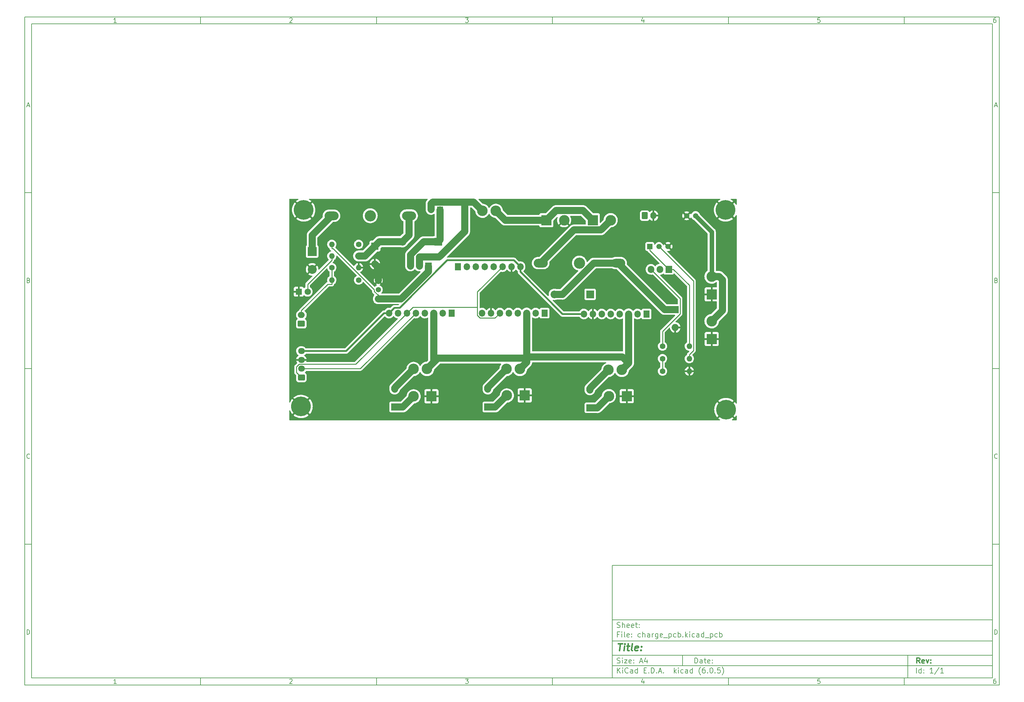
<source format=gbl>
G04 #@! TF.GenerationSoftware,KiCad,Pcbnew,(6.0.5)*
G04 #@! TF.CreationDate,2024-02-08T20:36:08+01:00*
G04 #@! TF.ProjectId,charge_pcb,63686172-6765-45f7-9063-622e6b696361,rev?*
G04 #@! TF.SameCoordinates,Original*
G04 #@! TF.FileFunction,Copper,L2,Bot*
G04 #@! TF.FilePolarity,Positive*
%FSLAX46Y46*%
G04 Gerber Fmt 4.6, Leading zero omitted, Abs format (unit mm)*
G04 Created by KiCad (PCBNEW (6.0.5)) date 2024-02-08 20:36:08*
%MOMM*%
%LPD*%
G01*
G04 APERTURE LIST*
G04 Aperture macros list*
%AMRoundRect*
0 Rectangle with rounded corners*
0 $1 Rounding radius*
0 $2 $3 $4 $5 $6 $7 $8 $9 X,Y pos of 4 corners*
0 Add a 4 corners polygon primitive as box body*
4,1,4,$2,$3,$4,$5,$6,$7,$8,$9,$2,$3,0*
0 Add four circle primitives for the rounded corners*
1,1,$1+$1,$2,$3*
1,1,$1+$1,$4,$5*
1,1,$1+$1,$6,$7*
1,1,$1+$1,$8,$9*
0 Add four rect primitives between the rounded corners*
20,1,$1+$1,$2,$3,$4,$5,0*
20,1,$1+$1,$4,$5,$6,$7,0*
20,1,$1+$1,$6,$7,$8,$9,0*
20,1,$1+$1,$8,$9,$2,$3,0*%
G04 Aperture macros list end*
%ADD10C,0.100000*%
%ADD11C,0.150000*%
%ADD12C,0.300000*%
%ADD13C,0.400000*%
G04 #@! TA.AperFunction,ComponentPad*
%ADD14C,1.501140*%
G04 #@! TD*
G04 #@! TA.AperFunction,ComponentPad*
%ADD15O,4.000500X2.499360*%
G04 #@! TD*
G04 #@! TA.AperFunction,ComponentPad*
%ADD16C,3.200000*%
G04 #@! TD*
G04 #@! TA.AperFunction,ComponentPad*
%ADD17R,2.540000X2.540000*%
G04 #@! TD*
G04 #@! TA.AperFunction,ComponentPad*
%ADD18C,2.540000*%
G04 #@! TD*
G04 #@! TA.AperFunction,ComponentPad*
%ADD19O,2.000000X2.000000*%
G04 #@! TD*
G04 #@! TA.AperFunction,ComponentPad*
%ADD20R,2.000000X2.000000*%
G04 #@! TD*
G04 #@! TA.AperFunction,ComponentPad*
%ADD21R,1.500000X1.500000*%
G04 #@! TD*
G04 #@! TA.AperFunction,ComponentPad*
%ADD22C,1.500000*%
G04 #@! TD*
G04 #@! TA.AperFunction,ComponentPad*
%ADD23C,1.600000*%
G04 #@! TD*
G04 #@! TA.AperFunction,ComponentPad*
%ADD24O,1.600000X1.600000*%
G04 #@! TD*
G04 #@! TA.AperFunction,ConnectorPad*
%ADD25C,5.600000*%
G04 #@! TD*
G04 #@! TA.AperFunction,ComponentPad*
%ADD26C,3.600000*%
G04 #@! TD*
G04 #@! TA.AperFunction,ComponentPad*
%ADD27R,3.000000X3.000000*%
G04 #@! TD*
G04 #@! TA.AperFunction,ComponentPad*
%ADD28C,3.000000*%
G04 #@! TD*
G04 #@! TA.AperFunction,ComponentPad*
%ADD29O,1.905000X2.000000*%
G04 #@! TD*
G04 #@! TA.AperFunction,ComponentPad*
%ADD30R,1.905000X2.000000*%
G04 #@! TD*
G04 #@! TA.AperFunction,ComponentPad*
%ADD31RoundRect,0.250000X0.750000X-0.600000X0.750000X0.600000X-0.750000X0.600000X-0.750000X-0.600000X0*%
G04 #@! TD*
G04 #@! TA.AperFunction,ComponentPad*
%ADD32O,2.000000X1.700000*%
G04 #@! TD*
G04 #@! TA.AperFunction,ComponentPad*
%ADD33RoundRect,0.250000X-0.600000X-0.750000X0.600000X-0.750000X0.600000X0.750000X-0.600000X0.750000X0*%
G04 #@! TD*
G04 #@! TA.AperFunction,ComponentPad*
%ADD34O,1.700000X2.000000*%
G04 #@! TD*
G04 #@! TA.AperFunction,ComponentPad*
%ADD35O,3.000000X3.000000*%
G04 #@! TD*
G04 #@! TA.AperFunction,ComponentPad*
%ADD36O,1.800000X2.000000*%
G04 #@! TD*
G04 #@! TA.AperFunction,ComponentPad*
%ADD37R,1.800000X2.000000*%
G04 #@! TD*
G04 #@! TA.AperFunction,ComponentPad*
%ADD38O,1.950000X1.700000*%
G04 #@! TD*
G04 #@! TA.AperFunction,ComponentPad*
%ADD39RoundRect,0.250000X0.725000X-0.600000X0.725000X0.600000X-0.725000X0.600000X-0.725000X-0.600000X0*%
G04 #@! TD*
G04 #@! TA.AperFunction,ComponentPad*
%ADD40O,1.700000X1.700000*%
G04 #@! TD*
G04 #@! TA.AperFunction,ComponentPad*
%ADD41R,1.700000X1.700000*%
G04 #@! TD*
G04 #@! TA.AperFunction,ComponentPad*
%ADD42R,1.800000X1.800000*%
G04 #@! TD*
G04 #@! TA.AperFunction,ComponentPad*
%ADD43C,1.800000*%
G04 #@! TD*
G04 #@! TA.AperFunction,ComponentPad*
%ADD44R,2.200000X2.200000*%
G04 #@! TD*
G04 #@! TA.AperFunction,ComponentPad*
%ADD45O,2.200000X2.200000*%
G04 #@! TD*
G04 #@! TA.AperFunction,Conductor*
%ADD46C,0.254000*%
G04 #@! TD*
G04 #@! TA.AperFunction,Conductor*
%ADD47C,2.000000*%
G04 #@! TD*
G04 #@! TA.AperFunction,Conductor*
%ADD48C,1.250000*%
G04 #@! TD*
G04 #@! TA.AperFunction,Conductor*
%ADD49C,0.500000*%
G04 #@! TD*
G04 #@! TA.AperFunction,Conductor*
%ADD50C,1.500000*%
G04 #@! TD*
G04 APERTURE END LIST*
D10*
D11*
X177002200Y-166007200D02*
X177002200Y-198007200D01*
X285002200Y-198007200D01*
X285002200Y-166007200D01*
X177002200Y-166007200D01*
D10*
D11*
X10000000Y-10000000D02*
X10000000Y-200007200D01*
X287002200Y-200007200D01*
X287002200Y-10000000D01*
X10000000Y-10000000D01*
D10*
D11*
X12000000Y-12000000D02*
X12000000Y-198007200D01*
X285002200Y-198007200D01*
X285002200Y-12000000D01*
X12000000Y-12000000D01*
D10*
D11*
X60000000Y-12000000D02*
X60000000Y-10000000D01*
D10*
D11*
X110000000Y-12000000D02*
X110000000Y-10000000D01*
D10*
D11*
X160000000Y-12000000D02*
X160000000Y-10000000D01*
D10*
D11*
X210000000Y-12000000D02*
X210000000Y-10000000D01*
D10*
D11*
X260000000Y-12000000D02*
X260000000Y-10000000D01*
D10*
D11*
X36065476Y-11588095D02*
X35322619Y-11588095D01*
X35694047Y-11588095D02*
X35694047Y-10288095D01*
X35570238Y-10473809D01*
X35446428Y-10597619D01*
X35322619Y-10659523D01*
D10*
D11*
X85322619Y-10411904D02*
X85384523Y-10350000D01*
X85508333Y-10288095D01*
X85817857Y-10288095D01*
X85941666Y-10350000D01*
X86003571Y-10411904D01*
X86065476Y-10535714D01*
X86065476Y-10659523D01*
X86003571Y-10845238D01*
X85260714Y-11588095D01*
X86065476Y-11588095D01*
D10*
D11*
X135260714Y-10288095D02*
X136065476Y-10288095D01*
X135632142Y-10783333D01*
X135817857Y-10783333D01*
X135941666Y-10845238D01*
X136003571Y-10907142D01*
X136065476Y-11030952D01*
X136065476Y-11340476D01*
X136003571Y-11464285D01*
X135941666Y-11526190D01*
X135817857Y-11588095D01*
X135446428Y-11588095D01*
X135322619Y-11526190D01*
X135260714Y-11464285D01*
D10*
D11*
X185941666Y-10721428D02*
X185941666Y-11588095D01*
X185632142Y-10226190D02*
X185322619Y-11154761D01*
X186127380Y-11154761D01*
D10*
D11*
X236003571Y-10288095D02*
X235384523Y-10288095D01*
X235322619Y-10907142D01*
X235384523Y-10845238D01*
X235508333Y-10783333D01*
X235817857Y-10783333D01*
X235941666Y-10845238D01*
X236003571Y-10907142D01*
X236065476Y-11030952D01*
X236065476Y-11340476D01*
X236003571Y-11464285D01*
X235941666Y-11526190D01*
X235817857Y-11588095D01*
X235508333Y-11588095D01*
X235384523Y-11526190D01*
X235322619Y-11464285D01*
D10*
D11*
X285941666Y-10288095D02*
X285694047Y-10288095D01*
X285570238Y-10350000D01*
X285508333Y-10411904D01*
X285384523Y-10597619D01*
X285322619Y-10845238D01*
X285322619Y-11340476D01*
X285384523Y-11464285D01*
X285446428Y-11526190D01*
X285570238Y-11588095D01*
X285817857Y-11588095D01*
X285941666Y-11526190D01*
X286003571Y-11464285D01*
X286065476Y-11340476D01*
X286065476Y-11030952D01*
X286003571Y-10907142D01*
X285941666Y-10845238D01*
X285817857Y-10783333D01*
X285570238Y-10783333D01*
X285446428Y-10845238D01*
X285384523Y-10907142D01*
X285322619Y-11030952D01*
D10*
D11*
X60000000Y-198007200D02*
X60000000Y-200007200D01*
D10*
D11*
X110000000Y-198007200D02*
X110000000Y-200007200D01*
D10*
D11*
X160000000Y-198007200D02*
X160000000Y-200007200D01*
D10*
D11*
X210000000Y-198007200D02*
X210000000Y-200007200D01*
D10*
D11*
X260000000Y-198007200D02*
X260000000Y-200007200D01*
D10*
D11*
X36065476Y-199595295D02*
X35322619Y-199595295D01*
X35694047Y-199595295D02*
X35694047Y-198295295D01*
X35570238Y-198481009D01*
X35446428Y-198604819D01*
X35322619Y-198666723D01*
D10*
D11*
X85322619Y-198419104D02*
X85384523Y-198357200D01*
X85508333Y-198295295D01*
X85817857Y-198295295D01*
X85941666Y-198357200D01*
X86003571Y-198419104D01*
X86065476Y-198542914D01*
X86065476Y-198666723D01*
X86003571Y-198852438D01*
X85260714Y-199595295D01*
X86065476Y-199595295D01*
D10*
D11*
X135260714Y-198295295D02*
X136065476Y-198295295D01*
X135632142Y-198790533D01*
X135817857Y-198790533D01*
X135941666Y-198852438D01*
X136003571Y-198914342D01*
X136065476Y-199038152D01*
X136065476Y-199347676D01*
X136003571Y-199471485D01*
X135941666Y-199533390D01*
X135817857Y-199595295D01*
X135446428Y-199595295D01*
X135322619Y-199533390D01*
X135260714Y-199471485D01*
D10*
D11*
X185941666Y-198728628D02*
X185941666Y-199595295D01*
X185632142Y-198233390D02*
X185322619Y-199161961D01*
X186127380Y-199161961D01*
D10*
D11*
X236003571Y-198295295D02*
X235384523Y-198295295D01*
X235322619Y-198914342D01*
X235384523Y-198852438D01*
X235508333Y-198790533D01*
X235817857Y-198790533D01*
X235941666Y-198852438D01*
X236003571Y-198914342D01*
X236065476Y-199038152D01*
X236065476Y-199347676D01*
X236003571Y-199471485D01*
X235941666Y-199533390D01*
X235817857Y-199595295D01*
X235508333Y-199595295D01*
X235384523Y-199533390D01*
X235322619Y-199471485D01*
D10*
D11*
X285941666Y-198295295D02*
X285694047Y-198295295D01*
X285570238Y-198357200D01*
X285508333Y-198419104D01*
X285384523Y-198604819D01*
X285322619Y-198852438D01*
X285322619Y-199347676D01*
X285384523Y-199471485D01*
X285446428Y-199533390D01*
X285570238Y-199595295D01*
X285817857Y-199595295D01*
X285941666Y-199533390D01*
X286003571Y-199471485D01*
X286065476Y-199347676D01*
X286065476Y-199038152D01*
X286003571Y-198914342D01*
X285941666Y-198852438D01*
X285817857Y-198790533D01*
X285570238Y-198790533D01*
X285446428Y-198852438D01*
X285384523Y-198914342D01*
X285322619Y-199038152D01*
D10*
D11*
X10000000Y-60000000D02*
X12000000Y-60000000D01*
D10*
D11*
X10000000Y-110000000D02*
X12000000Y-110000000D01*
D10*
D11*
X10000000Y-160000000D02*
X12000000Y-160000000D01*
D10*
D11*
X10690476Y-35216666D02*
X11309523Y-35216666D01*
X10566666Y-35588095D02*
X11000000Y-34288095D01*
X11433333Y-35588095D01*
D10*
D11*
X11092857Y-84907142D02*
X11278571Y-84969047D01*
X11340476Y-85030952D01*
X11402380Y-85154761D01*
X11402380Y-85340476D01*
X11340476Y-85464285D01*
X11278571Y-85526190D01*
X11154761Y-85588095D01*
X10659523Y-85588095D01*
X10659523Y-84288095D01*
X11092857Y-84288095D01*
X11216666Y-84350000D01*
X11278571Y-84411904D01*
X11340476Y-84535714D01*
X11340476Y-84659523D01*
X11278571Y-84783333D01*
X11216666Y-84845238D01*
X11092857Y-84907142D01*
X10659523Y-84907142D01*
D10*
D11*
X11402380Y-135464285D02*
X11340476Y-135526190D01*
X11154761Y-135588095D01*
X11030952Y-135588095D01*
X10845238Y-135526190D01*
X10721428Y-135402380D01*
X10659523Y-135278571D01*
X10597619Y-135030952D01*
X10597619Y-134845238D01*
X10659523Y-134597619D01*
X10721428Y-134473809D01*
X10845238Y-134350000D01*
X11030952Y-134288095D01*
X11154761Y-134288095D01*
X11340476Y-134350000D01*
X11402380Y-134411904D01*
D10*
D11*
X10659523Y-185588095D02*
X10659523Y-184288095D01*
X10969047Y-184288095D01*
X11154761Y-184350000D01*
X11278571Y-184473809D01*
X11340476Y-184597619D01*
X11402380Y-184845238D01*
X11402380Y-185030952D01*
X11340476Y-185278571D01*
X11278571Y-185402380D01*
X11154761Y-185526190D01*
X10969047Y-185588095D01*
X10659523Y-185588095D01*
D10*
D11*
X287002200Y-60000000D02*
X285002200Y-60000000D01*
D10*
D11*
X287002200Y-110000000D02*
X285002200Y-110000000D01*
D10*
D11*
X287002200Y-160000000D02*
X285002200Y-160000000D01*
D10*
D11*
X285692676Y-35216666D02*
X286311723Y-35216666D01*
X285568866Y-35588095D02*
X286002200Y-34288095D01*
X286435533Y-35588095D01*
D10*
D11*
X286095057Y-84907142D02*
X286280771Y-84969047D01*
X286342676Y-85030952D01*
X286404580Y-85154761D01*
X286404580Y-85340476D01*
X286342676Y-85464285D01*
X286280771Y-85526190D01*
X286156961Y-85588095D01*
X285661723Y-85588095D01*
X285661723Y-84288095D01*
X286095057Y-84288095D01*
X286218866Y-84350000D01*
X286280771Y-84411904D01*
X286342676Y-84535714D01*
X286342676Y-84659523D01*
X286280771Y-84783333D01*
X286218866Y-84845238D01*
X286095057Y-84907142D01*
X285661723Y-84907142D01*
D10*
D11*
X286404580Y-135464285D02*
X286342676Y-135526190D01*
X286156961Y-135588095D01*
X286033152Y-135588095D01*
X285847438Y-135526190D01*
X285723628Y-135402380D01*
X285661723Y-135278571D01*
X285599819Y-135030952D01*
X285599819Y-134845238D01*
X285661723Y-134597619D01*
X285723628Y-134473809D01*
X285847438Y-134350000D01*
X286033152Y-134288095D01*
X286156961Y-134288095D01*
X286342676Y-134350000D01*
X286404580Y-134411904D01*
D10*
D11*
X285661723Y-185588095D02*
X285661723Y-184288095D01*
X285971247Y-184288095D01*
X286156961Y-184350000D01*
X286280771Y-184473809D01*
X286342676Y-184597619D01*
X286404580Y-184845238D01*
X286404580Y-185030952D01*
X286342676Y-185278571D01*
X286280771Y-185402380D01*
X286156961Y-185526190D01*
X285971247Y-185588095D01*
X285661723Y-185588095D01*
D10*
D11*
X200434342Y-193785771D02*
X200434342Y-192285771D01*
X200791485Y-192285771D01*
X201005771Y-192357200D01*
X201148628Y-192500057D01*
X201220057Y-192642914D01*
X201291485Y-192928628D01*
X201291485Y-193142914D01*
X201220057Y-193428628D01*
X201148628Y-193571485D01*
X201005771Y-193714342D01*
X200791485Y-193785771D01*
X200434342Y-193785771D01*
X202577200Y-193785771D02*
X202577200Y-193000057D01*
X202505771Y-192857200D01*
X202362914Y-192785771D01*
X202077200Y-192785771D01*
X201934342Y-192857200D01*
X202577200Y-193714342D02*
X202434342Y-193785771D01*
X202077200Y-193785771D01*
X201934342Y-193714342D01*
X201862914Y-193571485D01*
X201862914Y-193428628D01*
X201934342Y-193285771D01*
X202077200Y-193214342D01*
X202434342Y-193214342D01*
X202577200Y-193142914D01*
X203077200Y-192785771D02*
X203648628Y-192785771D01*
X203291485Y-192285771D02*
X203291485Y-193571485D01*
X203362914Y-193714342D01*
X203505771Y-193785771D01*
X203648628Y-193785771D01*
X204720057Y-193714342D02*
X204577200Y-193785771D01*
X204291485Y-193785771D01*
X204148628Y-193714342D01*
X204077200Y-193571485D01*
X204077200Y-193000057D01*
X204148628Y-192857200D01*
X204291485Y-192785771D01*
X204577200Y-192785771D01*
X204720057Y-192857200D01*
X204791485Y-193000057D01*
X204791485Y-193142914D01*
X204077200Y-193285771D01*
X205434342Y-193642914D02*
X205505771Y-193714342D01*
X205434342Y-193785771D01*
X205362914Y-193714342D01*
X205434342Y-193642914D01*
X205434342Y-193785771D01*
X205434342Y-192857200D02*
X205505771Y-192928628D01*
X205434342Y-193000057D01*
X205362914Y-192928628D01*
X205434342Y-192857200D01*
X205434342Y-193000057D01*
D10*
D11*
X177002200Y-194507200D02*
X285002200Y-194507200D01*
D10*
D11*
X178434342Y-196585771D02*
X178434342Y-195085771D01*
X179291485Y-196585771D02*
X178648628Y-195728628D01*
X179291485Y-195085771D02*
X178434342Y-195942914D01*
X179934342Y-196585771D02*
X179934342Y-195585771D01*
X179934342Y-195085771D02*
X179862914Y-195157200D01*
X179934342Y-195228628D01*
X180005771Y-195157200D01*
X179934342Y-195085771D01*
X179934342Y-195228628D01*
X181505771Y-196442914D02*
X181434342Y-196514342D01*
X181220057Y-196585771D01*
X181077200Y-196585771D01*
X180862914Y-196514342D01*
X180720057Y-196371485D01*
X180648628Y-196228628D01*
X180577200Y-195942914D01*
X180577200Y-195728628D01*
X180648628Y-195442914D01*
X180720057Y-195300057D01*
X180862914Y-195157200D01*
X181077200Y-195085771D01*
X181220057Y-195085771D01*
X181434342Y-195157200D01*
X181505771Y-195228628D01*
X182791485Y-196585771D02*
X182791485Y-195800057D01*
X182720057Y-195657200D01*
X182577200Y-195585771D01*
X182291485Y-195585771D01*
X182148628Y-195657200D01*
X182791485Y-196514342D02*
X182648628Y-196585771D01*
X182291485Y-196585771D01*
X182148628Y-196514342D01*
X182077200Y-196371485D01*
X182077200Y-196228628D01*
X182148628Y-196085771D01*
X182291485Y-196014342D01*
X182648628Y-196014342D01*
X182791485Y-195942914D01*
X184148628Y-196585771D02*
X184148628Y-195085771D01*
X184148628Y-196514342D02*
X184005771Y-196585771D01*
X183720057Y-196585771D01*
X183577200Y-196514342D01*
X183505771Y-196442914D01*
X183434342Y-196300057D01*
X183434342Y-195871485D01*
X183505771Y-195728628D01*
X183577200Y-195657200D01*
X183720057Y-195585771D01*
X184005771Y-195585771D01*
X184148628Y-195657200D01*
X186005771Y-195800057D02*
X186505771Y-195800057D01*
X186720057Y-196585771D02*
X186005771Y-196585771D01*
X186005771Y-195085771D01*
X186720057Y-195085771D01*
X187362914Y-196442914D02*
X187434342Y-196514342D01*
X187362914Y-196585771D01*
X187291485Y-196514342D01*
X187362914Y-196442914D01*
X187362914Y-196585771D01*
X188077200Y-196585771D02*
X188077200Y-195085771D01*
X188434342Y-195085771D01*
X188648628Y-195157200D01*
X188791485Y-195300057D01*
X188862914Y-195442914D01*
X188934342Y-195728628D01*
X188934342Y-195942914D01*
X188862914Y-196228628D01*
X188791485Y-196371485D01*
X188648628Y-196514342D01*
X188434342Y-196585771D01*
X188077200Y-196585771D01*
X189577200Y-196442914D02*
X189648628Y-196514342D01*
X189577200Y-196585771D01*
X189505771Y-196514342D01*
X189577200Y-196442914D01*
X189577200Y-196585771D01*
X190220057Y-196157200D02*
X190934342Y-196157200D01*
X190077200Y-196585771D02*
X190577200Y-195085771D01*
X191077200Y-196585771D01*
X191577200Y-196442914D02*
X191648628Y-196514342D01*
X191577200Y-196585771D01*
X191505771Y-196514342D01*
X191577200Y-196442914D01*
X191577200Y-196585771D01*
X194577200Y-196585771D02*
X194577200Y-195085771D01*
X194720057Y-196014342D02*
X195148628Y-196585771D01*
X195148628Y-195585771D02*
X194577200Y-196157200D01*
X195791485Y-196585771D02*
X195791485Y-195585771D01*
X195791485Y-195085771D02*
X195720057Y-195157200D01*
X195791485Y-195228628D01*
X195862914Y-195157200D01*
X195791485Y-195085771D01*
X195791485Y-195228628D01*
X197148628Y-196514342D02*
X197005771Y-196585771D01*
X196720057Y-196585771D01*
X196577200Y-196514342D01*
X196505771Y-196442914D01*
X196434342Y-196300057D01*
X196434342Y-195871485D01*
X196505771Y-195728628D01*
X196577200Y-195657200D01*
X196720057Y-195585771D01*
X197005771Y-195585771D01*
X197148628Y-195657200D01*
X198434342Y-196585771D02*
X198434342Y-195800057D01*
X198362914Y-195657200D01*
X198220057Y-195585771D01*
X197934342Y-195585771D01*
X197791485Y-195657200D01*
X198434342Y-196514342D02*
X198291485Y-196585771D01*
X197934342Y-196585771D01*
X197791485Y-196514342D01*
X197720057Y-196371485D01*
X197720057Y-196228628D01*
X197791485Y-196085771D01*
X197934342Y-196014342D01*
X198291485Y-196014342D01*
X198434342Y-195942914D01*
X199791485Y-196585771D02*
X199791485Y-195085771D01*
X199791485Y-196514342D02*
X199648628Y-196585771D01*
X199362914Y-196585771D01*
X199220057Y-196514342D01*
X199148628Y-196442914D01*
X199077200Y-196300057D01*
X199077200Y-195871485D01*
X199148628Y-195728628D01*
X199220057Y-195657200D01*
X199362914Y-195585771D01*
X199648628Y-195585771D01*
X199791485Y-195657200D01*
X202077200Y-197157200D02*
X202005771Y-197085771D01*
X201862914Y-196871485D01*
X201791485Y-196728628D01*
X201720057Y-196514342D01*
X201648628Y-196157200D01*
X201648628Y-195871485D01*
X201720057Y-195514342D01*
X201791485Y-195300057D01*
X201862914Y-195157200D01*
X202005771Y-194942914D01*
X202077200Y-194871485D01*
X203291485Y-195085771D02*
X203005771Y-195085771D01*
X202862914Y-195157200D01*
X202791485Y-195228628D01*
X202648628Y-195442914D01*
X202577200Y-195728628D01*
X202577200Y-196300057D01*
X202648628Y-196442914D01*
X202720057Y-196514342D01*
X202862914Y-196585771D01*
X203148628Y-196585771D01*
X203291485Y-196514342D01*
X203362914Y-196442914D01*
X203434342Y-196300057D01*
X203434342Y-195942914D01*
X203362914Y-195800057D01*
X203291485Y-195728628D01*
X203148628Y-195657200D01*
X202862914Y-195657200D01*
X202720057Y-195728628D01*
X202648628Y-195800057D01*
X202577200Y-195942914D01*
X204077200Y-196442914D02*
X204148628Y-196514342D01*
X204077200Y-196585771D01*
X204005771Y-196514342D01*
X204077200Y-196442914D01*
X204077200Y-196585771D01*
X205077200Y-195085771D02*
X205220057Y-195085771D01*
X205362914Y-195157200D01*
X205434342Y-195228628D01*
X205505771Y-195371485D01*
X205577200Y-195657200D01*
X205577200Y-196014342D01*
X205505771Y-196300057D01*
X205434342Y-196442914D01*
X205362914Y-196514342D01*
X205220057Y-196585771D01*
X205077200Y-196585771D01*
X204934342Y-196514342D01*
X204862914Y-196442914D01*
X204791485Y-196300057D01*
X204720057Y-196014342D01*
X204720057Y-195657200D01*
X204791485Y-195371485D01*
X204862914Y-195228628D01*
X204934342Y-195157200D01*
X205077200Y-195085771D01*
X206220057Y-196442914D02*
X206291485Y-196514342D01*
X206220057Y-196585771D01*
X206148628Y-196514342D01*
X206220057Y-196442914D01*
X206220057Y-196585771D01*
X207648628Y-195085771D02*
X206934342Y-195085771D01*
X206862914Y-195800057D01*
X206934342Y-195728628D01*
X207077200Y-195657200D01*
X207434342Y-195657200D01*
X207577200Y-195728628D01*
X207648628Y-195800057D01*
X207720057Y-195942914D01*
X207720057Y-196300057D01*
X207648628Y-196442914D01*
X207577200Y-196514342D01*
X207434342Y-196585771D01*
X207077200Y-196585771D01*
X206934342Y-196514342D01*
X206862914Y-196442914D01*
X208220057Y-197157200D02*
X208291485Y-197085771D01*
X208434342Y-196871485D01*
X208505771Y-196728628D01*
X208577200Y-196514342D01*
X208648628Y-196157200D01*
X208648628Y-195871485D01*
X208577200Y-195514342D01*
X208505771Y-195300057D01*
X208434342Y-195157200D01*
X208291485Y-194942914D01*
X208220057Y-194871485D01*
D10*
D11*
X177002200Y-191507200D02*
X285002200Y-191507200D01*
D10*
D12*
X264411485Y-193785771D02*
X263911485Y-193071485D01*
X263554342Y-193785771D02*
X263554342Y-192285771D01*
X264125771Y-192285771D01*
X264268628Y-192357200D01*
X264340057Y-192428628D01*
X264411485Y-192571485D01*
X264411485Y-192785771D01*
X264340057Y-192928628D01*
X264268628Y-193000057D01*
X264125771Y-193071485D01*
X263554342Y-193071485D01*
X265625771Y-193714342D02*
X265482914Y-193785771D01*
X265197200Y-193785771D01*
X265054342Y-193714342D01*
X264982914Y-193571485D01*
X264982914Y-193000057D01*
X265054342Y-192857200D01*
X265197200Y-192785771D01*
X265482914Y-192785771D01*
X265625771Y-192857200D01*
X265697200Y-193000057D01*
X265697200Y-193142914D01*
X264982914Y-193285771D01*
X266197200Y-192785771D02*
X266554342Y-193785771D01*
X266911485Y-192785771D01*
X267482914Y-193642914D02*
X267554342Y-193714342D01*
X267482914Y-193785771D01*
X267411485Y-193714342D01*
X267482914Y-193642914D01*
X267482914Y-193785771D01*
X267482914Y-192857200D02*
X267554342Y-192928628D01*
X267482914Y-193000057D01*
X267411485Y-192928628D01*
X267482914Y-192857200D01*
X267482914Y-193000057D01*
D10*
D11*
X178362914Y-193714342D02*
X178577200Y-193785771D01*
X178934342Y-193785771D01*
X179077200Y-193714342D01*
X179148628Y-193642914D01*
X179220057Y-193500057D01*
X179220057Y-193357200D01*
X179148628Y-193214342D01*
X179077200Y-193142914D01*
X178934342Y-193071485D01*
X178648628Y-193000057D01*
X178505771Y-192928628D01*
X178434342Y-192857200D01*
X178362914Y-192714342D01*
X178362914Y-192571485D01*
X178434342Y-192428628D01*
X178505771Y-192357200D01*
X178648628Y-192285771D01*
X179005771Y-192285771D01*
X179220057Y-192357200D01*
X179862914Y-193785771D02*
X179862914Y-192785771D01*
X179862914Y-192285771D02*
X179791485Y-192357200D01*
X179862914Y-192428628D01*
X179934342Y-192357200D01*
X179862914Y-192285771D01*
X179862914Y-192428628D01*
X180434342Y-192785771D02*
X181220057Y-192785771D01*
X180434342Y-193785771D01*
X181220057Y-193785771D01*
X182362914Y-193714342D02*
X182220057Y-193785771D01*
X181934342Y-193785771D01*
X181791485Y-193714342D01*
X181720057Y-193571485D01*
X181720057Y-193000057D01*
X181791485Y-192857200D01*
X181934342Y-192785771D01*
X182220057Y-192785771D01*
X182362914Y-192857200D01*
X182434342Y-193000057D01*
X182434342Y-193142914D01*
X181720057Y-193285771D01*
X183077200Y-193642914D02*
X183148628Y-193714342D01*
X183077200Y-193785771D01*
X183005771Y-193714342D01*
X183077200Y-193642914D01*
X183077200Y-193785771D01*
X183077200Y-192857200D02*
X183148628Y-192928628D01*
X183077200Y-193000057D01*
X183005771Y-192928628D01*
X183077200Y-192857200D01*
X183077200Y-193000057D01*
X184862914Y-193357200D02*
X185577200Y-193357200D01*
X184720057Y-193785771D02*
X185220057Y-192285771D01*
X185720057Y-193785771D01*
X186862914Y-192785771D02*
X186862914Y-193785771D01*
X186505771Y-192214342D02*
X186148628Y-193285771D01*
X187077200Y-193285771D01*
D10*
D11*
X263434342Y-196585771D02*
X263434342Y-195085771D01*
X264791485Y-196585771D02*
X264791485Y-195085771D01*
X264791485Y-196514342D02*
X264648628Y-196585771D01*
X264362914Y-196585771D01*
X264220057Y-196514342D01*
X264148628Y-196442914D01*
X264077200Y-196300057D01*
X264077200Y-195871485D01*
X264148628Y-195728628D01*
X264220057Y-195657200D01*
X264362914Y-195585771D01*
X264648628Y-195585771D01*
X264791485Y-195657200D01*
X265505771Y-196442914D02*
X265577200Y-196514342D01*
X265505771Y-196585771D01*
X265434342Y-196514342D01*
X265505771Y-196442914D01*
X265505771Y-196585771D01*
X265505771Y-195657200D02*
X265577200Y-195728628D01*
X265505771Y-195800057D01*
X265434342Y-195728628D01*
X265505771Y-195657200D01*
X265505771Y-195800057D01*
X268148628Y-196585771D02*
X267291485Y-196585771D01*
X267720057Y-196585771D02*
X267720057Y-195085771D01*
X267577200Y-195300057D01*
X267434342Y-195442914D01*
X267291485Y-195514342D01*
X269862914Y-195014342D02*
X268577200Y-196942914D01*
X271148628Y-196585771D02*
X270291485Y-196585771D01*
X270720057Y-196585771D02*
X270720057Y-195085771D01*
X270577200Y-195300057D01*
X270434342Y-195442914D01*
X270291485Y-195514342D01*
D10*
D11*
X177002200Y-187507200D02*
X285002200Y-187507200D01*
D10*
D13*
X178714580Y-188211961D02*
X179857438Y-188211961D01*
X179036009Y-190211961D02*
X179286009Y-188211961D01*
X180274104Y-190211961D02*
X180440771Y-188878628D01*
X180524104Y-188211961D02*
X180416961Y-188307200D01*
X180500295Y-188402438D01*
X180607438Y-188307200D01*
X180524104Y-188211961D01*
X180500295Y-188402438D01*
X181107438Y-188878628D02*
X181869342Y-188878628D01*
X181476485Y-188211961D02*
X181262200Y-189926247D01*
X181333628Y-190116723D01*
X181512200Y-190211961D01*
X181702676Y-190211961D01*
X182655057Y-190211961D02*
X182476485Y-190116723D01*
X182405057Y-189926247D01*
X182619342Y-188211961D01*
X184190771Y-190116723D02*
X183988390Y-190211961D01*
X183607438Y-190211961D01*
X183428866Y-190116723D01*
X183357438Y-189926247D01*
X183452676Y-189164342D01*
X183571723Y-188973866D01*
X183774104Y-188878628D01*
X184155057Y-188878628D01*
X184333628Y-188973866D01*
X184405057Y-189164342D01*
X184381247Y-189354819D01*
X183405057Y-189545295D01*
X185155057Y-190021485D02*
X185238390Y-190116723D01*
X185131247Y-190211961D01*
X185047914Y-190116723D01*
X185155057Y-190021485D01*
X185131247Y-190211961D01*
X185286009Y-188973866D02*
X185369342Y-189069104D01*
X185262200Y-189164342D01*
X185178866Y-189069104D01*
X185286009Y-188973866D01*
X185262200Y-189164342D01*
D10*
D11*
X178934342Y-185600057D02*
X178434342Y-185600057D01*
X178434342Y-186385771D02*
X178434342Y-184885771D01*
X179148628Y-184885771D01*
X179720057Y-186385771D02*
X179720057Y-185385771D01*
X179720057Y-184885771D02*
X179648628Y-184957200D01*
X179720057Y-185028628D01*
X179791485Y-184957200D01*
X179720057Y-184885771D01*
X179720057Y-185028628D01*
X180648628Y-186385771D02*
X180505771Y-186314342D01*
X180434342Y-186171485D01*
X180434342Y-184885771D01*
X181791485Y-186314342D02*
X181648628Y-186385771D01*
X181362914Y-186385771D01*
X181220057Y-186314342D01*
X181148628Y-186171485D01*
X181148628Y-185600057D01*
X181220057Y-185457200D01*
X181362914Y-185385771D01*
X181648628Y-185385771D01*
X181791485Y-185457200D01*
X181862914Y-185600057D01*
X181862914Y-185742914D01*
X181148628Y-185885771D01*
X182505771Y-186242914D02*
X182577200Y-186314342D01*
X182505771Y-186385771D01*
X182434342Y-186314342D01*
X182505771Y-186242914D01*
X182505771Y-186385771D01*
X182505771Y-185457200D02*
X182577200Y-185528628D01*
X182505771Y-185600057D01*
X182434342Y-185528628D01*
X182505771Y-185457200D01*
X182505771Y-185600057D01*
X185005771Y-186314342D02*
X184862914Y-186385771D01*
X184577200Y-186385771D01*
X184434342Y-186314342D01*
X184362914Y-186242914D01*
X184291485Y-186100057D01*
X184291485Y-185671485D01*
X184362914Y-185528628D01*
X184434342Y-185457200D01*
X184577200Y-185385771D01*
X184862914Y-185385771D01*
X185005771Y-185457200D01*
X185648628Y-186385771D02*
X185648628Y-184885771D01*
X186291485Y-186385771D02*
X186291485Y-185600057D01*
X186220057Y-185457200D01*
X186077200Y-185385771D01*
X185862914Y-185385771D01*
X185720057Y-185457200D01*
X185648628Y-185528628D01*
X187648628Y-186385771D02*
X187648628Y-185600057D01*
X187577200Y-185457200D01*
X187434342Y-185385771D01*
X187148628Y-185385771D01*
X187005771Y-185457200D01*
X187648628Y-186314342D02*
X187505771Y-186385771D01*
X187148628Y-186385771D01*
X187005771Y-186314342D01*
X186934342Y-186171485D01*
X186934342Y-186028628D01*
X187005771Y-185885771D01*
X187148628Y-185814342D01*
X187505771Y-185814342D01*
X187648628Y-185742914D01*
X188362914Y-186385771D02*
X188362914Y-185385771D01*
X188362914Y-185671485D02*
X188434342Y-185528628D01*
X188505771Y-185457200D01*
X188648628Y-185385771D01*
X188791485Y-185385771D01*
X189934342Y-185385771D02*
X189934342Y-186600057D01*
X189862914Y-186742914D01*
X189791485Y-186814342D01*
X189648628Y-186885771D01*
X189434342Y-186885771D01*
X189291485Y-186814342D01*
X189934342Y-186314342D02*
X189791485Y-186385771D01*
X189505771Y-186385771D01*
X189362914Y-186314342D01*
X189291485Y-186242914D01*
X189220057Y-186100057D01*
X189220057Y-185671485D01*
X189291485Y-185528628D01*
X189362914Y-185457200D01*
X189505771Y-185385771D01*
X189791485Y-185385771D01*
X189934342Y-185457200D01*
X191220057Y-186314342D02*
X191077200Y-186385771D01*
X190791485Y-186385771D01*
X190648628Y-186314342D01*
X190577200Y-186171485D01*
X190577200Y-185600057D01*
X190648628Y-185457200D01*
X190791485Y-185385771D01*
X191077200Y-185385771D01*
X191220057Y-185457200D01*
X191291485Y-185600057D01*
X191291485Y-185742914D01*
X190577200Y-185885771D01*
X191577200Y-186528628D02*
X192720057Y-186528628D01*
X193077200Y-185385771D02*
X193077200Y-186885771D01*
X193077200Y-185457200D02*
X193220057Y-185385771D01*
X193505771Y-185385771D01*
X193648628Y-185457200D01*
X193720057Y-185528628D01*
X193791485Y-185671485D01*
X193791485Y-186100057D01*
X193720057Y-186242914D01*
X193648628Y-186314342D01*
X193505771Y-186385771D01*
X193220057Y-186385771D01*
X193077200Y-186314342D01*
X195077200Y-186314342D02*
X194934342Y-186385771D01*
X194648628Y-186385771D01*
X194505771Y-186314342D01*
X194434342Y-186242914D01*
X194362914Y-186100057D01*
X194362914Y-185671485D01*
X194434342Y-185528628D01*
X194505771Y-185457200D01*
X194648628Y-185385771D01*
X194934342Y-185385771D01*
X195077200Y-185457200D01*
X195720057Y-186385771D02*
X195720057Y-184885771D01*
X195720057Y-185457200D02*
X195862914Y-185385771D01*
X196148628Y-185385771D01*
X196291485Y-185457200D01*
X196362914Y-185528628D01*
X196434342Y-185671485D01*
X196434342Y-186100057D01*
X196362914Y-186242914D01*
X196291485Y-186314342D01*
X196148628Y-186385771D01*
X195862914Y-186385771D01*
X195720057Y-186314342D01*
X197077200Y-186242914D02*
X197148628Y-186314342D01*
X197077200Y-186385771D01*
X197005771Y-186314342D01*
X197077200Y-186242914D01*
X197077200Y-186385771D01*
X197791485Y-186385771D02*
X197791485Y-184885771D01*
X197934342Y-185814342D02*
X198362914Y-186385771D01*
X198362914Y-185385771D02*
X197791485Y-185957200D01*
X199005771Y-186385771D02*
X199005771Y-185385771D01*
X199005771Y-184885771D02*
X198934342Y-184957200D01*
X199005771Y-185028628D01*
X199077200Y-184957200D01*
X199005771Y-184885771D01*
X199005771Y-185028628D01*
X200362914Y-186314342D02*
X200220057Y-186385771D01*
X199934342Y-186385771D01*
X199791485Y-186314342D01*
X199720057Y-186242914D01*
X199648628Y-186100057D01*
X199648628Y-185671485D01*
X199720057Y-185528628D01*
X199791485Y-185457200D01*
X199934342Y-185385771D01*
X200220057Y-185385771D01*
X200362914Y-185457200D01*
X201648628Y-186385771D02*
X201648628Y-185600057D01*
X201577200Y-185457200D01*
X201434342Y-185385771D01*
X201148628Y-185385771D01*
X201005771Y-185457200D01*
X201648628Y-186314342D02*
X201505771Y-186385771D01*
X201148628Y-186385771D01*
X201005771Y-186314342D01*
X200934342Y-186171485D01*
X200934342Y-186028628D01*
X201005771Y-185885771D01*
X201148628Y-185814342D01*
X201505771Y-185814342D01*
X201648628Y-185742914D01*
X203005771Y-186385771D02*
X203005771Y-184885771D01*
X203005771Y-186314342D02*
X202862914Y-186385771D01*
X202577200Y-186385771D01*
X202434342Y-186314342D01*
X202362914Y-186242914D01*
X202291485Y-186100057D01*
X202291485Y-185671485D01*
X202362914Y-185528628D01*
X202434342Y-185457200D01*
X202577200Y-185385771D01*
X202862914Y-185385771D01*
X203005771Y-185457200D01*
X203362914Y-186528628D02*
X204505771Y-186528628D01*
X204862914Y-185385771D02*
X204862914Y-186885771D01*
X204862914Y-185457200D02*
X205005771Y-185385771D01*
X205291485Y-185385771D01*
X205434342Y-185457200D01*
X205505771Y-185528628D01*
X205577200Y-185671485D01*
X205577200Y-186100057D01*
X205505771Y-186242914D01*
X205434342Y-186314342D01*
X205291485Y-186385771D01*
X205005771Y-186385771D01*
X204862914Y-186314342D01*
X206862914Y-186314342D02*
X206720057Y-186385771D01*
X206434342Y-186385771D01*
X206291485Y-186314342D01*
X206220057Y-186242914D01*
X206148628Y-186100057D01*
X206148628Y-185671485D01*
X206220057Y-185528628D01*
X206291485Y-185457200D01*
X206434342Y-185385771D01*
X206720057Y-185385771D01*
X206862914Y-185457200D01*
X207505771Y-186385771D02*
X207505771Y-184885771D01*
X207505771Y-185457200D02*
X207648628Y-185385771D01*
X207934342Y-185385771D01*
X208077200Y-185457200D01*
X208148628Y-185528628D01*
X208220057Y-185671485D01*
X208220057Y-186100057D01*
X208148628Y-186242914D01*
X208077200Y-186314342D01*
X207934342Y-186385771D01*
X207648628Y-186385771D01*
X207505771Y-186314342D01*
D10*
D11*
X177002200Y-181507200D02*
X285002200Y-181507200D01*
D10*
D11*
X178362914Y-183614342D02*
X178577200Y-183685771D01*
X178934342Y-183685771D01*
X179077200Y-183614342D01*
X179148628Y-183542914D01*
X179220057Y-183400057D01*
X179220057Y-183257200D01*
X179148628Y-183114342D01*
X179077200Y-183042914D01*
X178934342Y-182971485D01*
X178648628Y-182900057D01*
X178505771Y-182828628D01*
X178434342Y-182757200D01*
X178362914Y-182614342D01*
X178362914Y-182471485D01*
X178434342Y-182328628D01*
X178505771Y-182257200D01*
X178648628Y-182185771D01*
X179005771Y-182185771D01*
X179220057Y-182257200D01*
X179862914Y-183685771D02*
X179862914Y-182185771D01*
X180505771Y-183685771D02*
X180505771Y-182900057D01*
X180434342Y-182757200D01*
X180291485Y-182685771D01*
X180077200Y-182685771D01*
X179934342Y-182757200D01*
X179862914Y-182828628D01*
X181791485Y-183614342D02*
X181648628Y-183685771D01*
X181362914Y-183685771D01*
X181220057Y-183614342D01*
X181148628Y-183471485D01*
X181148628Y-182900057D01*
X181220057Y-182757200D01*
X181362914Y-182685771D01*
X181648628Y-182685771D01*
X181791485Y-182757200D01*
X181862914Y-182900057D01*
X181862914Y-183042914D01*
X181148628Y-183185771D01*
X183077200Y-183614342D02*
X182934342Y-183685771D01*
X182648628Y-183685771D01*
X182505771Y-183614342D01*
X182434342Y-183471485D01*
X182434342Y-182900057D01*
X182505771Y-182757200D01*
X182648628Y-182685771D01*
X182934342Y-182685771D01*
X183077200Y-182757200D01*
X183148628Y-182900057D01*
X183148628Y-183042914D01*
X182434342Y-183185771D01*
X183577200Y-182685771D02*
X184148628Y-182685771D01*
X183791485Y-182185771D02*
X183791485Y-183471485D01*
X183862914Y-183614342D01*
X184005771Y-183685771D01*
X184148628Y-183685771D01*
X184648628Y-183542914D02*
X184720057Y-183614342D01*
X184648628Y-183685771D01*
X184577200Y-183614342D01*
X184648628Y-183542914D01*
X184648628Y-183685771D01*
X184648628Y-182757200D02*
X184720057Y-182828628D01*
X184648628Y-182900057D01*
X184577200Y-182828628D01*
X184648628Y-182757200D01*
X184648628Y-182900057D01*
D10*
D12*
D10*
D11*
D10*
D11*
D10*
D11*
D10*
D11*
D10*
D11*
X197002200Y-191507200D02*
X197002200Y-194507200D01*
D10*
D11*
X261002200Y-191507200D02*
X261002200Y-198007200D01*
D14*
X198120000Y-66548000D03*
X200660000Y-66548000D03*
D15*
X156639260Y-80010000D03*
X178640740Y-80010000D03*
D16*
X167640000Y-80010000D03*
D15*
X97203260Y-66548000D03*
X119204740Y-66548000D03*
D16*
X108204000Y-66548000D03*
D17*
X91694000Y-76708000D03*
D18*
X91694000Y-81788000D03*
D19*
X109545000Y-80264000D03*
D20*
X109545000Y-75184000D03*
D21*
X110490000Y-90170000D03*
D22*
X110490000Y-87570000D03*
X110490000Y-84970000D03*
X192846000Y-75305000D03*
X190246000Y-75305000D03*
D21*
X187646000Y-75305000D03*
D23*
X104902000Y-84836000D03*
D24*
X97282000Y-84836000D03*
X97282000Y-74676000D03*
D23*
X104902000Y-74676000D03*
X191262000Y-110744000D03*
D24*
X198882000Y-110744000D03*
D23*
X191262000Y-107188000D03*
D24*
X198882000Y-107188000D03*
D25*
X89289000Y-64897000D03*
D26*
X89289000Y-64897000D03*
D25*
X209169000Y-64897000D03*
D26*
X209169000Y-64897000D03*
X209296000Y-121666000D03*
D25*
X209296000Y-121666000D03*
D26*
X88550000Y-120780000D03*
D25*
X88550000Y-120780000D03*
D27*
X152116000Y-117644000D03*
D28*
X147036000Y-117644000D03*
D29*
X187960000Y-81788000D03*
X190500000Y-81788000D03*
D30*
X193040000Y-81788000D03*
D29*
X119634000Y-80843000D03*
X122174000Y-80843000D03*
D30*
X124714000Y-80843000D03*
D27*
X158242000Y-67818000D03*
D28*
X163322000Y-67818000D03*
D31*
X88629000Y-97262000D03*
D32*
X88629000Y-94762000D03*
D27*
X171450000Y-67818000D03*
D28*
X176530000Y-67818000D03*
D27*
X125626000Y-117898000D03*
D28*
X120546000Y-117898000D03*
D33*
X186202000Y-66531000D03*
D34*
X188702000Y-66531000D03*
D27*
X181102000Y-117856000D03*
D28*
X176022000Y-117856000D03*
D27*
X205232000Y-88900000D03*
D28*
X205232000Y-83820000D03*
D27*
X205232000Y-101600000D03*
D28*
X205232000Y-96520000D03*
D35*
X143891000Y-65151000D03*
X140081000Y-65151000D03*
D36*
X150876000Y-81026000D03*
X148336000Y-81026000D03*
X145796000Y-81026000D03*
X143256000Y-81026000D03*
X140716000Y-81026000D03*
X138176000Y-81026000D03*
X135636000Y-81026000D03*
D37*
X133096000Y-81026000D03*
X131318000Y-94234000D03*
D36*
X128778000Y-94234000D03*
X126238000Y-94234000D03*
X123698000Y-94234000D03*
X121158000Y-94234000D03*
X118618000Y-94234000D03*
X116078000Y-94234000D03*
X113538000Y-94234000D03*
D35*
X124333000Y-110109000D03*
X120523000Y-110109000D03*
D37*
X157734000Y-94234000D03*
D36*
X155194000Y-94234000D03*
X152654000Y-94234000D03*
X150114000Y-94234000D03*
X147574000Y-94234000D03*
X145034000Y-94234000D03*
X142494000Y-94234000D03*
X139954000Y-94234000D03*
D35*
X150749000Y-110109000D03*
X146939000Y-110109000D03*
D37*
X186690000Y-94488000D03*
D36*
X184150000Y-94488000D03*
X181610000Y-94488000D03*
X179070000Y-94488000D03*
X176530000Y-94488000D03*
X173990000Y-94488000D03*
X171450000Y-94488000D03*
X168910000Y-94488000D03*
D35*
X179705000Y-110363000D03*
X175895000Y-110363000D03*
D24*
X198882000Y-103632000D03*
D23*
X191262000Y-103632000D03*
D38*
X88646000Y-105022000D03*
X88646000Y-107522000D03*
X88646000Y-110022000D03*
D39*
X88646000Y-112522000D03*
D23*
X104902000Y-77978000D03*
D24*
X97282000Y-77978000D03*
D40*
X125476000Y-64770000D03*
D41*
X128016000Y-64770000D03*
D20*
X170617000Y-121158000D03*
D19*
X170617000Y-116078000D03*
D20*
X194889000Y-93218000D03*
D19*
X194889000Y-98298000D03*
D42*
X87879000Y-88138000D03*
D43*
X90419000Y-88138000D03*
D20*
X115141000Y-120946000D03*
D19*
X115141000Y-115866000D03*
D23*
X97282000Y-81280000D03*
D24*
X104902000Y-81280000D03*
D44*
X170688000Y-88900000D03*
D45*
X160528000Y-88900000D03*
D44*
X127508000Y-73914000D03*
D45*
X117348000Y-73914000D03*
D20*
X141631000Y-120946000D03*
D19*
X141631000Y-115866000D03*
D46*
X191262000Y-99408500D02*
X191262000Y-103632000D01*
X196270400Y-94400100D02*
X191262000Y-99408500D01*
X196270400Y-90098400D02*
X196270400Y-94400100D01*
X187960000Y-81788000D02*
X196270400Y-90098400D01*
X97282000Y-74676000D02*
X97282000Y-75857300D01*
X97649100Y-75857300D02*
X97282000Y-75857300D01*
X109358700Y-87566900D02*
X97649100Y-75857300D01*
X110348500Y-89038700D02*
X109358700Y-88048900D01*
X109358700Y-88048900D02*
X109358700Y-87566900D01*
X110490000Y-89038700D02*
X110348500Y-89038700D01*
X110490000Y-90170000D02*
X110490000Y-89038700D01*
D47*
X106751000Y-77978000D02*
X104902000Y-77978000D01*
X109545000Y-75184000D02*
X106751000Y-77978000D01*
X110815000Y-73914000D02*
X109545000Y-75184000D01*
X117348000Y-73914000D02*
X110815000Y-73914000D01*
X110490000Y-81209000D02*
X109545000Y-80264000D01*
X110490000Y-84970000D02*
X110490000Y-81209000D01*
D48*
X205232000Y-71120000D02*
X205232000Y-83820000D01*
X200660000Y-66548000D02*
X205232000Y-71120000D01*
D47*
X208281511Y-93470489D02*
X205232000Y-96520000D01*
X208281511Y-84748191D02*
X208281511Y-93470489D01*
X207353320Y-83820000D02*
X208281511Y-84748191D01*
X205232000Y-83820000D02*
X207353320Y-83820000D01*
D49*
X115062000Y-92710000D02*
X113538000Y-94234000D01*
X116582828Y-92710000D02*
X115062000Y-92710000D01*
X130066348Y-79226480D02*
X116582828Y-92710000D01*
X149076480Y-79226480D02*
X130066348Y-79226480D01*
X150876000Y-81026000D02*
X149076480Y-79226480D01*
D47*
X160995511Y-65064489D02*
X168696489Y-65064489D01*
X168696489Y-65064489D02*
X171450000Y-67818000D01*
X158242000Y-67818000D02*
X160995511Y-65064489D01*
X119634000Y-77684542D02*
X123404542Y-73914000D01*
X119634000Y-80843000D02*
X119634000Y-77684542D01*
X123404542Y-73914000D02*
X127508000Y-73914000D01*
X122174000Y-78331500D02*
X122174000Y-80843000D01*
X122212000Y-78293500D02*
X122174000Y-78331500D01*
X127836000Y-78293500D02*
X122212000Y-78293500D01*
X135056000Y-71072500D02*
X127836000Y-78293500D01*
X135056000Y-62666500D02*
X135056000Y-71072500D01*
X125476000Y-63103000D02*
X125476000Y-64770000D01*
X125912000Y-62666500D02*
X125476000Y-63103000D01*
X135056000Y-62666500D02*
X125912000Y-62666500D01*
X137596000Y-62666500D02*
X135056000Y-62666500D01*
X140081000Y-65151000D02*
X137596000Y-62666500D01*
X170617000Y-115641000D02*
X175895000Y-110363000D01*
X170617000Y-116078000D02*
X170617000Y-115641000D01*
X172720000Y-121158000D02*
X176022000Y-117856000D01*
X170617000Y-121158000D02*
X172720000Y-121158000D01*
X141631000Y-115417000D02*
X146939000Y-110109000D01*
X141631000Y-115866000D02*
X141631000Y-115417000D01*
X143734000Y-120946000D02*
X147036000Y-117644000D01*
X141631000Y-120946000D02*
X143734000Y-120946000D01*
X146558000Y-67818000D02*
X143891000Y-65151000D01*
X158242000Y-67818000D02*
X146558000Y-67818000D01*
X115141000Y-115491000D02*
X120523000Y-110109000D01*
X115141000Y-115866000D02*
X115141000Y-115491000D01*
D46*
X128016000Y-64920000D02*
X128016000Y-64770000D01*
D47*
X128016000Y-73406000D02*
X128016000Y-64920000D01*
X127508000Y-73914000D02*
X128016000Y-73406000D01*
X117498000Y-120946000D02*
X120546000Y-117898000D01*
X115141000Y-120946000D02*
X117498000Y-120946000D01*
X119205000Y-66548000D02*
X119205000Y-69302600D01*
X119205000Y-72057300D02*
X117348000Y-73914000D01*
X119205000Y-69302600D02*
X119205000Y-72057300D01*
D50*
X119204700Y-69302300D02*
X119204700Y-66548000D01*
X119205000Y-69302600D02*
X119204700Y-69302300D01*
D47*
X178641000Y-80010000D02*
X178640700Y-80010000D01*
X191849000Y-93218000D02*
X178641000Y-80010000D01*
X194889000Y-93218000D02*
X191849000Y-93218000D01*
X162808000Y-88900000D02*
X160528000Y-88900000D01*
X171698000Y-80010000D02*
X162808000Y-88900000D01*
X178640700Y-80010000D02*
X171698000Y-80010000D01*
D46*
X187688300Y-76436300D02*
X193040000Y-81788000D01*
X187646000Y-76436300D02*
X187688300Y-76436300D01*
X187646000Y-75305000D02*
X187646000Y-76436300D01*
X193040000Y-81788000D02*
X194373800Y-81788000D01*
X198882000Y-86296200D02*
X198882000Y-103632000D01*
X194373800Y-81788000D02*
X198882000Y-86296200D01*
X90419000Y-86022300D02*
X97282000Y-79159300D01*
X90419000Y-88138000D02*
X90419000Y-86022300D01*
X97282000Y-77978000D02*
X97282000Y-79159300D01*
D47*
X91694000Y-72057300D02*
X97203300Y-66548000D01*
X91694000Y-76708000D02*
X91694000Y-72057300D01*
D46*
X156639300Y-80010000D02*
X156639200Y-80009900D01*
D47*
X173776000Y-70571500D02*
X176530000Y-67818000D01*
X166078000Y-70571500D02*
X173776000Y-70571500D01*
X156639200Y-80009900D02*
X166078000Y-70571500D01*
D46*
X104080000Y-108772000D02*
X118618000Y-94234000D01*
X88003200Y-108772000D02*
X104080000Y-108772000D01*
X87251500Y-109523700D02*
X88003200Y-108772000D01*
X87251500Y-111127500D02*
X87251500Y-109523700D01*
X88646000Y-112522000D02*
X87251500Y-111127500D01*
X120316000Y-92536000D02*
X118618000Y-94234000D01*
X138659600Y-92536000D02*
X120316000Y-92536000D01*
X138659600Y-94852400D02*
X138659600Y-92536000D01*
X139424700Y-95617500D02*
X138659600Y-94852400D01*
X143650500Y-95617500D02*
X139424700Y-95617500D01*
X145034000Y-94234000D02*
X143650500Y-95617500D01*
X138659600Y-88162400D02*
X145796000Y-81026000D01*
X138659600Y-92536000D02*
X138659600Y-88162400D01*
X105370000Y-110022000D02*
X121158000Y-94234000D01*
X88646000Y-110022000D02*
X105370000Y-110022000D01*
D47*
X179832000Y-106680000D02*
X181610000Y-108458000D01*
X152654000Y-106680000D02*
X179832000Y-106680000D01*
X152275000Y-107059000D02*
X152654000Y-106680000D01*
X127383000Y-107059000D02*
X152275000Y-107059000D01*
X126238000Y-108204000D02*
X127383000Y-107059000D01*
X126238000Y-108204000D02*
X126238000Y-94234000D01*
X124333000Y-110109000D02*
X126238000Y-108204000D01*
X152654000Y-108204000D02*
X152654000Y-106680000D01*
X150749000Y-110109000D02*
X152654000Y-108204000D01*
X152654000Y-106680000D02*
X152654000Y-94234000D01*
X179705000Y-110363000D02*
X181610000Y-108458000D01*
X181610000Y-108458000D02*
X181610000Y-94488000D01*
D49*
X162833700Y-94488000D02*
X150876000Y-82530300D01*
X168910000Y-94488000D02*
X162833700Y-94488000D01*
X150876000Y-81026000D02*
X150876000Y-82530300D01*
X101345700Y-105022000D02*
X112133700Y-94234000D01*
X88646000Y-105022000D02*
X101345700Y-105022000D01*
X113538000Y-94234000D02*
X112133700Y-94234000D01*
D46*
X200063400Y-85122400D02*
X190246000Y-75305000D01*
X200063400Y-104825300D02*
X200063400Y-85122400D01*
X198882000Y-106006700D02*
X200063400Y-104825300D01*
X198882000Y-107188000D02*
X198882000Y-106006700D01*
D47*
X116996000Y-90170000D02*
X110490000Y-90170000D01*
X124714000Y-82452500D02*
X116996000Y-90170000D01*
X124714000Y-80843000D02*
X124714000Y-82452500D01*
D46*
X191262000Y-107188000D02*
X191262000Y-110744000D01*
X97282000Y-81280000D02*
X97282000Y-84836000D01*
X96142400Y-86017300D02*
X97282000Y-86017300D01*
X88629000Y-93530700D02*
X96142400Y-86017300D01*
X88629000Y-94762000D02*
X88629000Y-93530700D01*
X97282000Y-84836000D02*
X97282000Y-86017300D01*
G04 #@! TA.AperFunction,Conductor*
G36*
X87760562Y-61745502D02*
G01*
X87807055Y-61799158D01*
X87817159Y-61869432D01*
X87787665Y-61934012D01*
X87749576Y-61962609D01*
X87750042Y-61963493D01*
X87740991Y-61968265D01*
X87439401Y-62148763D01*
X87433755Y-62152571D01*
X87153408Y-62364596D01*
X87148211Y-62368987D01*
X87146972Y-62370155D01*
X87138950Y-62383862D01*
X87138986Y-62384704D01*
X87144037Y-62392826D01*
X89276190Y-64524980D01*
X89290131Y-64532592D01*
X89291966Y-64532461D01*
X89298580Y-64528210D01*
X91431798Y-62394991D01*
X91439412Y-62381047D01*
X91439344Y-62380089D01*
X91434836Y-62373272D01*
X91433418Y-62372065D01*
X91153813Y-62159064D01*
X91148187Y-62155240D01*
X90847214Y-61973681D01*
X90841187Y-61970476D01*
X90831085Y-61965787D01*
X90777718Y-61918963D01*
X90758138Y-61850720D01*
X90778562Y-61782724D01*
X90832504Y-61736565D01*
X90884136Y-61725500D01*
X124415858Y-61725500D01*
X124483979Y-61745502D01*
X124530472Y-61799158D01*
X124540576Y-61869432D01*
X124511082Y-61934012D01*
X124505004Y-61940545D01*
X124426009Y-62019630D01*
X124423436Y-62022133D01*
X124354994Y-62086855D01*
X124354984Y-62086867D01*
X124351319Y-62090332D01*
X124348252Y-62094344D01*
X124303297Y-62153143D01*
X124299220Y-62158199D01*
X124248023Y-62218424D01*
X124231262Y-62246135D01*
X124223550Y-62257446D01*
X124206956Y-62279150D01*
X124206953Y-62279155D01*
X124203880Y-62283174D01*
X124201490Y-62287632D01*
X124201489Y-62287633D01*
X124166540Y-62352813D01*
X124163309Y-62358482D01*
X124125013Y-62421797D01*
X124125010Y-62421803D01*
X124122391Y-62426133D01*
X124120498Y-62430827D01*
X124110276Y-62456169D01*
X124104475Y-62468564D01*
X124089169Y-62497109D01*
X124087523Y-62501891D01*
X124087522Y-62501892D01*
X124063434Y-62571851D01*
X124061153Y-62577957D01*
X124031586Y-62651257D01*
X124030468Y-62656191D01*
X124030467Y-62656194D01*
X124024430Y-62682833D01*
X124020682Y-62696005D01*
X124011787Y-62721840D01*
X124011785Y-62721847D01*
X124010138Y-62726631D01*
X124009276Y-62731620D01*
X124009276Y-62731621D01*
X123996684Y-62804522D01*
X123995408Y-62810920D01*
X123977942Y-62888003D01*
X123977627Y-62893052D01*
X123977627Y-62893053D01*
X123975927Y-62920319D01*
X123974333Y-62933922D01*
X123968821Y-62965836D01*
X123967500Y-62994925D01*
X123967500Y-63051562D01*
X123967256Y-63059401D01*
X123962837Y-63130280D01*
X123964113Y-63143213D01*
X123966892Y-63171391D01*
X123967500Y-63183759D01*
X123967500Y-64831001D01*
X123967702Y-64833509D01*
X123967702Y-64833514D01*
X123980729Y-64995419D01*
X123982060Y-65011965D01*
X123983266Y-65016873D01*
X123983266Y-65016876D01*
X124017994Y-65158263D01*
X124039963Y-65247706D01*
X124041938Y-65252358D01*
X124041939Y-65252362D01*
X124070353Y-65319301D01*
X124134812Y-65471156D01*
X124158772Y-65509204D01*
X124235962Y-65631778D01*
X124264167Y-65676567D01*
X124278146Y-65692423D01*
X124421350Y-65854858D01*
X124421353Y-65854861D01*
X124424698Y-65858655D01*
X124428606Y-65861865D01*
X124428607Y-65861866D01*
X124594729Y-65998319D01*
X124612278Y-66012734D01*
X124652502Y-66036145D01*
X124815826Y-66131202D01*
X124822078Y-66134841D01*
X124826801Y-66136654D01*
X125043978Y-66220020D01*
X125043982Y-66220021D01*
X125048702Y-66221833D01*
X125053652Y-66222867D01*
X125053655Y-66222868D01*
X125281369Y-66270440D01*
X125281373Y-66270440D01*
X125286320Y-66271474D01*
X125528817Y-66282486D01*
X125533837Y-66281905D01*
X125533841Y-66281905D01*
X125764929Y-66255167D01*
X125764933Y-66255166D01*
X125769956Y-66254585D01*
X125774820Y-66253209D01*
X125774823Y-66253208D01*
X125936266Y-66207524D01*
X126003532Y-66188490D01*
X126008108Y-66186356D01*
X126008114Y-66186354D01*
X126218954Y-66088038D01*
X126218958Y-66088036D01*
X126223536Y-66085901D01*
X126227712Y-66083063D01*
X126227719Y-66083059D01*
X126310677Y-66026680D01*
X126378262Y-66004934D01*
X126446874Y-66023178D01*
X126494731Y-66075621D01*
X126507500Y-66130892D01*
X126507500Y-72179500D01*
X126487498Y-72247621D01*
X126433842Y-72294114D01*
X126381500Y-72305500D01*
X126359866Y-72305500D01*
X126297684Y-72312255D01*
X126161295Y-72363385D01*
X126138689Y-72380327D01*
X126072185Y-72405174D01*
X126063126Y-72405500D01*
X123428558Y-72405500D01*
X123425040Y-72405451D01*
X123330392Y-72402807D01*
X123330389Y-72402807D01*
X123325337Y-72402666D01*
X123247444Y-72413059D01*
X123240903Y-72413758D01*
X123212210Y-72416067D01*
X123167619Y-72419654D01*
X123167615Y-72419655D01*
X123162577Y-72420060D01*
X123130664Y-72427899D01*
X123117284Y-72430426D01*
X123084722Y-72434771D01*
X123079881Y-72436232D01*
X123079879Y-72436233D01*
X123009513Y-72457478D01*
X123003152Y-72459219D01*
X122926836Y-72477963D01*
X122922176Y-72479941D01*
X122896591Y-72490801D01*
X122883781Y-72495438D01*
X122852334Y-72504933D01*
X122847786Y-72507151D01*
X122847779Y-72507154D01*
X122781724Y-72539371D01*
X122775722Y-72542107D01*
X122748727Y-72553566D01*
X122703386Y-72572812D01*
X122679074Y-72588123D01*
X122675586Y-72590319D01*
X122663682Y-72596945D01*
X122634154Y-72611346D01*
X122630017Y-72614265D01*
X122630016Y-72614265D01*
X122569945Y-72656641D01*
X122564456Y-72660301D01*
X122502474Y-72699334D01*
X122497975Y-72702167D01*
X122494186Y-72705508D01*
X122494180Y-72705512D01*
X122473325Y-72723898D01*
X122462630Y-72732344D01*
X122435795Y-72751274D01*
X122414292Y-72770909D01*
X122374576Y-72810625D01*
X122368806Y-72816044D01*
X122319684Y-72859350D01*
X122319681Y-72859353D01*
X122315887Y-72862698D01*
X122312677Y-72866606D01*
X122312676Y-72866607D01*
X122289363Y-72894989D01*
X122281093Y-72904108D01*
X118584334Y-76600867D01*
X118581812Y-76603321D01*
X118517115Y-76664502D01*
X118509319Y-76671874D01*
X118467863Y-76726097D01*
X118461592Y-76734299D01*
X118457448Y-76739434D01*
X118406530Y-76799262D01*
X118403911Y-76803587D01*
X118403907Y-76803592D01*
X118389509Y-76827366D01*
X118381837Y-76838613D01*
X118361880Y-76864716D01*
X118337222Y-76910704D01*
X118324761Y-76933943D01*
X118321496Y-76939668D01*
X118280779Y-77006900D01*
X118268473Y-77037359D01*
X118262693Y-77049700D01*
X118247169Y-77078651D01*
X118245523Y-77083432D01*
X118245521Y-77083436D01*
X118221588Y-77152943D01*
X118219278Y-77159121D01*
X118189845Y-77231971D01*
X118188723Y-77236910D01*
X118182568Y-77264002D01*
X118178837Y-77277101D01*
X118168138Y-77308173D01*
X118154757Y-77385642D01*
X118153477Y-77392046D01*
X118136065Y-77468686D01*
X118134001Y-77501495D01*
X118132415Y-77514995D01*
X118126821Y-77547378D01*
X118125500Y-77576467D01*
X118125500Y-77632650D01*
X118125251Y-77640561D01*
X118120822Y-77710955D01*
X118121316Y-77715990D01*
X118124899Y-77752534D01*
X118125500Y-77764830D01*
X118125500Y-80904001D01*
X118125702Y-80906509D01*
X118125702Y-80906514D01*
X118137842Y-81057393D01*
X118140060Y-81084965D01*
X118141266Y-81089873D01*
X118141266Y-81089876D01*
X118192915Y-81300155D01*
X118197963Y-81320706D01*
X118199938Y-81325358D01*
X118199939Y-81325362D01*
X118249613Y-81442386D01*
X118292812Y-81544156D01*
X118327374Y-81599039D01*
X118419399Y-81745171D01*
X118422167Y-81749567D01*
X118439269Y-81768966D01*
X118579350Y-81927858D01*
X118579353Y-81927861D01*
X118582698Y-81931655D01*
X118586606Y-81934865D01*
X118586607Y-81934866D01*
X118763244Y-82079956D01*
X118770278Y-82085734D01*
X118843688Y-82128460D01*
X118955725Y-82193667D01*
X118980078Y-82207841D01*
X118984801Y-82209654D01*
X119201972Y-82293018D01*
X119201979Y-82293020D01*
X119206702Y-82294833D01*
X119237418Y-82301250D01*
X119253708Y-82305813D01*
X119259515Y-82307870D01*
X119322780Y-82319140D01*
X119326432Y-82319846D01*
X119444320Y-82344474D01*
X119449371Y-82344703D01*
X119449376Y-82344704D01*
X119458110Y-82345100D01*
X119463840Y-82345360D01*
X119480209Y-82347182D01*
X119496037Y-82350001D01*
X119524560Y-82350350D01*
X119589726Y-82351146D01*
X119593901Y-82351267D01*
X119681762Y-82355257D01*
X119681769Y-82355257D01*
X119686817Y-82355486D01*
X119703491Y-82353557D01*
X119719507Y-82352731D01*
X119726214Y-82352813D01*
X119731094Y-82352873D01*
X119731096Y-82352873D01*
X119736263Y-82352936D01*
X119818962Y-82340282D01*
X119823517Y-82339669D01*
X119927956Y-82327585D01*
X119951095Y-82321037D01*
X119966331Y-82317730D01*
X119973744Y-82316596D01*
X120016202Y-82302719D01*
X120020993Y-82301258D01*
X120161532Y-82261490D01*
X120166108Y-82259356D01*
X120166114Y-82259354D01*
X120376954Y-82161038D01*
X120376958Y-82161036D01*
X120381536Y-82158901D01*
X120406504Y-82141933D01*
X120497699Y-82079956D01*
X120582307Y-82022456D01*
X120758681Y-81855668D01*
X120803465Y-81797093D01*
X120860730Y-81755125D01*
X120931593Y-81750780D01*
X120998075Y-81790297D01*
X121119350Y-81927858D01*
X121119353Y-81927861D01*
X121122698Y-81931655D01*
X121126606Y-81934865D01*
X121126607Y-81934866D01*
X121303244Y-82079956D01*
X121310278Y-82085734D01*
X121383688Y-82128460D01*
X121495725Y-82193667D01*
X121520078Y-82207841D01*
X121524801Y-82209654D01*
X121741972Y-82293018D01*
X121741979Y-82293020D01*
X121746702Y-82294833D01*
X121777418Y-82301250D01*
X121793708Y-82305813D01*
X121799515Y-82307870D01*
X121862780Y-82319140D01*
X121866432Y-82319846D01*
X121984320Y-82344474D01*
X121989371Y-82344703D01*
X121989376Y-82344704D01*
X121998110Y-82345100D01*
X122003840Y-82345360D01*
X122020209Y-82347182D01*
X122036037Y-82350001D01*
X122064560Y-82350350D01*
X122129726Y-82351146D01*
X122133901Y-82351267D01*
X122221762Y-82355257D01*
X122221769Y-82355257D01*
X122226817Y-82355486D01*
X122243491Y-82353557D01*
X122259507Y-82352731D01*
X122266214Y-82352813D01*
X122271094Y-82352873D01*
X122271096Y-82352873D01*
X122276263Y-82352936D01*
X122358962Y-82340282D01*
X122363523Y-82339669D01*
X122377155Y-82338092D01*
X122447123Y-82350133D01*
X122499474Y-82398090D01*
X122517587Y-82466738D01*
X122495711Y-82534280D01*
X122480728Y-82552355D01*
X116408091Y-88624598D01*
X116345777Y-88658621D01*
X116318998Y-88661500D01*
X111482477Y-88661500D01*
X111414356Y-88641498D01*
X111367863Y-88587842D01*
X111357759Y-88517568D01*
X111387253Y-88452988D01*
X111393382Y-88446405D01*
X111457749Y-88382038D01*
X111508105Y-88310123D01*
X111580899Y-88206162D01*
X111580900Y-88206160D01*
X111584056Y-88201653D01*
X111586379Y-88196671D01*
X111586382Y-88196666D01*
X111634811Y-88092809D01*
X111677120Y-88002076D01*
X111734115Y-87789371D01*
X111753307Y-87570000D01*
X111734115Y-87350629D01*
X111677120Y-87137924D01*
X111594531Y-86960810D01*
X111586382Y-86943334D01*
X111586379Y-86943329D01*
X111584056Y-86938347D01*
X111568276Y-86915811D01*
X111460908Y-86762473D01*
X111460906Y-86762470D01*
X111457749Y-86757962D01*
X111302038Y-86602251D01*
X111288317Y-86592643D01*
X111140468Y-86489118D01*
X111121654Y-86475944D01*
X111116669Y-86473620D01*
X111116663Y-86473616D01*
X110924306Y-86383920D01*
X110871020Y-86337003D01*
X110851559Y-86268726D01*
X110872100Y-86200766D01*
X110924305Y-86155530D01*
X111116416Y-86065947D01*
X111125912Y-86060464D01*
X111167148Y-86031590D01*
X111175523Y-86021112D01*
X111168457Y-86007668D01*
X110502811Y-85342021D01*
X110488868Y-85334408D01*
X110487034Y-85334539D01*
X110480420Y-85338790D01*
X109810820Y-86008391D01*
X109804393Y-86020161D01*
X109813687Y-86032175D01*
X109854088Y-86060464D01*
X109863584Y-86065947D01*
X110055695Y-86155530D01*
X110108980Y-86202448D01*
X110128441Y-86270725D01*
X110107899Y-86338685D01*
X110055694Y-86383920D01*
X109863338Y-86473616D01*
X109863332Y-86473619D01*
X109858347Y-86475944D01*
X109853840Y-86479100D01*
X109853838Y-86479101D01*
X109682473Y-86599092D01*
X109682470Y-86599094D01*
X109677962Y-86602251D01*
X109574468Y-86705745D01*
X109512156Y-86739771D01*
X109441341Y-86734706D01*
X109396278Y-86705745D01*
X107666008Y-84975475D01*
X109227674Y-84975475D01*
X109245901Y-85183804D01*
X109247804Y-85194599D01*
X109301928Y-85396595D01*
X109305674Y-85406887D01*
X109394054Y-85596417D01*
X109399534Y-85605907D01*
X109428411Y-85647149D01*
X109438887Y-85655523D01*
X109452334Y-85648455D01*
X110117979Y-84982811D01*
X110124356Y-84971132D01*
X110854408Y-84971132D01*
X110854539Y-84972966D01*
X110858790Y-84979580D01*
X111528391Y-85649180D01*
X111540161Y-85655607D01*
X111552176Y-85646311D01*
X111580466Y-85605907D01*
X111585946Y-85596417D01*
X111674326Y-85406887D01*
X111678072Y-85396595D01*
X111732196Y-85194599D01*
X111734099Y-85183804D01*
X111752326Y-84975475D01*
X111752326Y-84964525D01*
X111734099Y-84756196D01*
X111732196Y-84745401D01*
X111678072Y-84543405D01*
X111674326Y-84533113D01*
X111585946Y-84343583D01*
X111580466Y-84334093D01*
X111551589Y-84292851D01*
X111541113Y-84284477D01*
X111527666Y-84291545D01*
X110862021Y-84957189D01*
X110854408Y-84971132D01*
X110124356Y-84971132D01*
X110125592Y-84968868D01*
X110125461Y-84967034D01*
X110121210Y-84960420D01*
X109451609Y-84290820D01*
X109439839Y-84284393D01*
X109427824Y-84293689D01*
X109399534Y-84334093D01*
X109394054Y-84343583D01*
X109305674Y-84533113D01*
X109301928Y-84543405D01*
X109247804Y-84745401D01*
X109245901Y-84756196D01*
X109227674Y-84964525D01*
X109227674Y-84975475D01*
X107666008Y-84975475D01*
X106609420Y-83918887D01*
X109804477Y-83918887D01*
X109811545Y-83932334D01*
X110477189Y-84597979D01*
X110491132Y-84605592D01*
X110492966Y-84605461D01*
X110499580Y-84601210D01*
X111169180Y-83931609D01*
X111175607Y-83919839D01*
X111166313Y-83907825D01*
X111125912Y-83879536D01*
X111116416Y-83874053D01*
X110926887Y-83785674D01*
X110916595Y-83781928D01*
X110714599Y-83727804D01*
X110703804Y-83725901D01*
X110495475Y-83707674D01*
X110484525Y-83707674D01*
X110276196Y-83725901D01*
X110265401Y-83727804D01*
X110063405Y-83781928D01*
X110053113Y-83785674D01*
X109863583Y-83874054D01*
X109854093Y-83879534D01*
X109812851Y-83908411D01*
X109804477Y-83918887D01*
X106609420Y-83918887D01*
X105378248Y-82687715D01*
X105344222Y-82625403D01*
X105349287Y-82554588D01*
X105391834Y-82497752D01*
X105414093Y-82484425D01*
X105553511Y-82419414D01*
X105563007Y-82413931D01*
X105741467Y-82288972D01*
X105749875Y-82281916D01*
X105903916Y-82127875D01*
X105910972Y-82119467D01*
X106035931Y-81941007D01*
X106041414Y-81931511D01*
X106133490Y-81734053D01*
X106137236Y-81723761D01*
X106183394Y-81551497D01*
X106183058Y-81537401D01*
X106175116Y-81534000D01*
X104774000Y-81534000D01*
X104705879Y-81513998D01*
X104659386Y-81460342D01*
X104648000Y-81408000D01*
X104648000Y-81007885D01*
X105156000Y-81007885D01*
X105160475Y-81023124D01*
X105161865Y-81024329D01*
X105169548Y-81026000D01*
X106169967Y-81026000D01*
X106183498Y-81022027D01*
X106184727Y-81013478D01*
X106137236Y-80836239D01*
X106133490Y-80825947D01*
X106041414Y-80628489D01*
X106035931Y-80618993D01*
X105974619Y-80531431D01*
X108058353Y-80531431D01*
X108105218Y-80726634D01*
X108108264Y-80736008D01*
X108195313Y-80946163D01*
X108199795Y-80954958D01*
X108318643Y-81148899D01*
X108324443Y-81156883D01*
X108472178Y-81329858D01*
X108479142Y-81336822D01*
X108652117Y-81484557D01*
X108660101Y-81490357D01*
X108854042Y-81609205D01*
X108862837Y-81613687D01*
X109072992Y-81700736D01*
X109082366Y-81703782D01*
X109273385Y-81749642D01*
X109287469Y-81748937D01*
X109291000Y-81740056D01*
X109291000Y-81735756D01*
X109799000Y-81735756D01*
X109802973Y-81749287D01*
X109812431Y-81750647D01*
X110007634Y-81703782D01*
X110017008Y-81700736D01*
X110227163Y-81613687D01*
X110235958Y-81609205D01*
X110429899Y-81490357D01*
X110437883Y-81484557D01*
X110610858Y-81336822D01*
X110617822Y-81329858D01*
X110765557Y-81156883D01*
X110771357Y-81148899D01*
X110890205Y-80954958D01*
X110894687Y-80946163D01*
X110981736Y-80736008D01*
X110984782Y-80726634D01*
X111030642Y-80535615D01*
X111029937Y-80521531D01*
X111021056Y-80518000D01*
X109817115Y-80518000D01*
X109801876Y-80522475D01*
X109800671Y-80523865D01*
X109799000Y-80531548D01*
X109799000Y-81735756D01*
X109291000Y-81735756D01*
X109291000Y-80536115D01*
X109286525Y-80520876D01*
X109285135Y-80519671D01*
X109277452Y-80518000D01*
X108073244Y-80518000D01*
X108059713Y-80521973D01*
X108058353Y-80531431D01*
X105974619Y-80531431D01*
X105910972Y-80440533D01*
X105903916Y-80432125D01*
X105749875Y-80278084D01*
X105741467Y-80271028D01*
X105563007Y-80146069D01*
X105553511Y-80140586D01*
X105356053Y-80048510D01*
X105345761Y-80044764D01*
X105173497Y-79998606D01*
X105159401Y-79998942D01*
X105156000Y-80006884D01*
X105156000Y-81007885D01*
X104648000Y-81007885D01*
X104648000Y-80012033D01*
X104644027Y-79998502D01*
X104635478Y-79997273D01*
X104458239Y-80044764D01*
X104447947Y-80048510D01*
X104250489Y-80140586D01*
X104240993Y-80146069D01*
X104062533Y-80271028D01*
X104054125Y-80278084D01*
X103900084Y-80432125D01*
X103893028Y-80440533D01*
X103768069Y-80618993D01*
X103762586Y-80628489D01*
X103697575Y-80767907D01*
X103650658Y-80821192D01*
X103582381Y-80840653D01*
X103514421Y-80820111D01*
X103494285Y-80803752D01*
X102682918Y-79992385D01*
X108059358Y-79992385D01*
X108060063Y-80006469D01*
X108068944Y-80010000D01*
X109272885Y-80010000D01*
X109288124Y-80005525D01*
X109289329Y-80004135D01*
X109291000Y-79996452D01*
X109291000Y-79991885D01*
X109799000Y-79991885D01*
X109803475Y-80007124D01*
X109804865Y-80008329D01*
X109812548Y-80010000D01*
X111016756Y-80010000D01*
X111030287Y-80006027D01*
X111031647Y-79996569D01*
X110984782Y-79801366D01*
X110981736Y-79791992D01*
X110894687Y-79581837D01*
X110890205Y-79573042D01*
X110771357Y-79379101D01*
X110765557Y-79371117D01*
X110617822Y-79198142D01*
X110610858Y-79191178D01*
X110437883Y-79043443D01*
X110429899Y-79037643D01*
X110235958Y-78918795D01*
X110227163Y-78914313D01*
X110017008Y-78827264D01*
X110007634Y-78824218D01*
X109816615Y-78778358D01*
X109802531Y-78779063D01*
X109799000Y-78787944D01*
X109799000Y-79991885D01*
X109291000Y-79991885D01*
X109291000Y-78792244D01*
X109287027Y-78778713D01*
X109277569Y-78777353D01*
X109082366Y-78824218D01*
X109072992Y-78827264D01*
X108862837Y-78914313D01*
X108854042Y-78918795D01*
X108660101Y-79037643D01*
X108652117Y-79043443D01*
X108479142Y-79191178D01*
X108472178Y-79198142D01*
X108324443Y-79371117D01*
X108318643Y-79379101D01*
X108199795Y-79573042D01*
X108195313Y-79581837D01*
X108108264Y-79791992D01*
X108105218Y-79801366D01*
X108059358Y-79992385D01*
X102682918Y-79992385D01*
X100722821Y-78032288D01*
X103347404Y-78032288D01*
X103347985Y-78037308D01*
X103347985Y-78037312D01*
X103375499Y-78275110D01*
X103376081Y-78280140D01*
X103444017Y-78520219D01*
X103470376Y-78576746D01*
X103545911Y-78738732D01*
X103549462Y-78746348D01*
X103689706Y-78952710D01*
X103693190Y-78956394D01*
X103819942Y-79090430D01*
X103861138Y-79133994D01*
X103865164Y-79137072D01*
X103865165Y-79137073D01*
X104055323Y-79282460D01*
X104059349Y-79285538D01*
X104279239Y-79403443D01*
X104515152Y-79484674D01*
X104625915Y-79503806D01*
X104757107Y-79526467D01*
X104757113Y-79526468D01*
X104761017Y-79527142D01*
X104764978Y-79527322D01*
X104764979Y-79527322D01*
X104789503Y-79528436D01*
X104789522Y-79528436D01*
X104790922Y-79528500D01*
X106726402Y-79528500D01*
X106729920Y-79528549D01*
X106827356Y-79531271D01*
X106827359Y-79531271D01*
X106832411Y-79531412D01*
X106912559Y-79520718D01*
X106919100Y-79520019D01*
X106948690Y-79517638D01*
X106994660Y-79513940D01*
X106994664Y-79513939D01*
X106999702Y-79513534D01*
X107004612Y-79512328D01*
X107004618Y-79512327D01*
X107032679Y-79505434D01*
X107046069Y-79502904D01*
X107079725Y-79498413D01*
X107157136Y-79475042D01*
X107163481Y-79473306D01*
X107189615Y-79466887D01*
X107242006Y-79454018D01*
X107246658Y-79452043D01*
X107246662Y-79452042D01*
X107273254Y-79440754D01*
X107286069Y-79436115D01*
X107313746Y-79427759D01*
X107318582Y-79426299D01*
X107345528Y-79413156D01*
X107391255Y-79390854D01*
X107397258Y-79388118D01*
X107467019Y-79358506D01*
X107471677Y-79356529D01*
X107500411Y-79338434D01*
X107512320Y-79331806D01*
X107538286Y-79319142D01*
X107538290Y-79319140D01*
X107542837Y-79316922D01*
X107608917Y-79270308D01*
X107614397Y-79266654D01*
X107678533Y-79226265D01*
X107682808Y-79223573D01*
X107686597Y-79220232D01*
X107686603Y-79220228D01*
X107708286Y-79201112D01*
X107718981Y-79192666D01*
X107743473Y-79175389D01*
X107743475Y-79175387D01*
X107746719Y-79173099D01*
X107768825Y-79152913D01*
X107809727Y-79112011D01*
X107815497Y-79106592D01*
X107866172Y-79061916D01*
X107869965Y-79058572D01*
X107897327Y-79025261D01*
X107905596Y-79016142D01*
X110150334Y-76771405D01*
X110212646Y-76737379D01*
X110239429Y-76734500D01*
X110587772Y-76734500D01*
X110677547Y-76723636D01*
X110685075Y-76720656D01*
X110685077Y-76720655D01*
X110761507Y-76690394D01*
X110817783Y-76668113D01*
X110937922Y-76576922D01*
X111029113Y-76456783D01*
X111074295Y-76342665D01*
X111081655Y-76324077D01*
X111081656Y-76324075D01*
X111084636Y-76316547D01*
X111095500Y-76226772D01*
X111095500Y-75878428D01*
X111115502Y-75810307D01*
X111132405Y-75789333D01*
X111420333Y-75501405D01*
X111482645Y-75467379D01*
X111509428Y-75464500D01*
X116753210Y-75464500D01*
X116801426Y-75474090D01*
X116836390Y-75488573D01*
X116889839Y-75501405D01*
X117084193Y-75548066D01*
X117084199Y-75548067D01*
X117089006Y-75549221D01*
X117348000Y-75569604D01*
X117606994Y-75549221D01*
X117611801Y-75548067D01*
X117611807Y-75548066D01*
X117806161Y-75501405D01*
X117859610Y-75488573D01*
X117894573Y-75474091D01*
X118095054Y-75391049D01*
X118095058Y-75391047D01*
X118099628Y-75389154D01*
X118321140Y-75253412D01*
X118518689Y-75084689D01*
X118687412Y-74887140D01*
X118823154Y-74665628D01*
X118825052Y-74661047D01*
X118837589Y-74630781D01*
X118864909Y-74589897D01*
X119191683Y-74263176D01*
X120283967Y-73171068D01*
X120286422Y-73168681D01*
X120360994Y-73098162D01*
X120410054Y-73033994D01*
X120414179Y-73028881D01*
X120466572Y-72967330D01*
X120484200Y-72938228D01*
X120491873Y-72926981D01*
X120509464Y-72903972D01*
X120509466Y-72903969D01*
X120512538Y-72899951D01*
X120550730Y-72828724D01*
X120553985Y-72823017D01*
X120561492Y-72810625D01*
X120568239Y-72799485D01*
X120593218Y-72758249D01*
X120593221Y-72758243D01*
X120595839Y-72753921D01*
X120597832Y-72748991D01*
X120608581Y-72722391D01*
X120614358Y-72710059D01*
X120622221Y-72695395D01*
X120630443Y-72680061D01*
X120633298Y-72671772D01*
X120656749Y-72603664D01*
X120659063Y-72597476D01*
X120676808Y-72553566D01*
X120689325Y-72522592D01*
X120696865Y-72489416D01*
X120700597Y-72476319D01*
X120710026Y-72448936D01*
X120710028Y-72448928D01*
X120711674Y-72444148D01*
X120712948Y-72436776D01*
X120725424Y-72364544D01*
X120726712Y-72358093D01*
X120744623Y-72279290D01*
X120746763Y-72245323D01*
X120748351Y-72231812D01*
X120754142Y-72198283D01*
X120755500Y-72168378D01*
X120755500Y-72110588D01*
X120755749Y-72102667D01*
X120756943Y-72083713D01*
X120760309Y-72030278D01*
X120756100Y-71987314D01*
X120755500Y-71975030D01*
X120755500Y-68237329D01*
X120775502Y-68169208D01*
X120818977Y-68127936D01*
X120914416Y-68073388D01*
X120964781Y-68044602D01*
X121174904Y-67878954D01*
X121358236Y-67684067D01*
X121397577Y-67627357D01*
X121508085Y-67468060D01*
X121508088Y-67468055D01*
X121510747Y-67464222D01*
X121519397Y-67446682D01*
X121627023Y-67228438D01*
X121627024Y-67228435D01*
X121629088Y-67224250D01*
X121644949Y-67174702D01*
X121709232Y-66973880D01*
X121710659Y-66969422D01*
X121753669Y-66705336D01*
X121755714Y-66549132D01*
X121757110Y-66442469D01*
X121757110Y-66442466D01*
X121757171Y-66437793D01*
X121729324Y-66233178D01*
X121721720Y-66177306D01*
X121721719Y-66177302D01*
X121721089Y-66172672D01*
X121646217Y-65915796D01*
X121534198Y-65672808D01*
X121482348Y-65593723D01*
X121390060Y-65452960D01*
X121390056Y-65452955D01*
X121387494Y-65449047D01*
X121261334Y-65307697D01*
X121212444Y-65252920D01*
X121212442Y-65252918D01*
X121209327Y-65249428D01*
X121003611Y-65078336D01*
X120857438Y-64989636D01*
X120778863Y-64941955D01*
X120778858Y-64941953D01*
X120774866Y-64939530D01*
X120528117Y-64836060D01*
X120268785Y-64770197D01*
X120080456Y-64751234D01*
X120049690Y-64748136D01*
X120049689Y-64748136D01*
X120046551Y-64747820D01*
X118386241Y-64747820D01*
X118383916Y-64747993D01*
X118383910Y-64747993D01*
X118191992Y-64762255D01*
X118191988Y-64762256D01*
X118187340Y-64762601D01*
X117926372Y-64821652D01*
X117922020Y-64823344D01*
X117922018Y-64823345D01*
X117681352Y-64916935D01*
X117681350Y-64916936D01*
X117676999Y-64918628D01*
X117672945Y-64920945D01*
X117672943Y-64920946D01*
X117452151Y-65047139D01*
X117444699Y-65051398D01*
X117234576Y-65217046D01*
X117051244Y-65411933D01*
X117048578Y-65415776D01*
X116901627Y-65627607D01*
X116898733Y-65631778D01*
X116896667Y-65635967D01*
X116896666Y-65635969D01*
X116782545Y-65867385D01*
X116780392Y-65871750D01*
X116778970Y-65876193D01*
X116778969Y-65876195D01*
X116711842Y-66085901D01*
X116698821Y-66126578D01*
X116655811Y-66390664D01*
X116655133Y-66442469D01*
X116652609Y-66635320D01*
X116652309Y-66658207D01*
X116670174Y-66789475D01*
X116687328Y-66915514D01*
X116688391Y-66923328D01*
X116763263Y-67180204D01*
X116875282Y-67423192D01*
X116880765Y-67431555D01*
X117019420Y-67643040D01*
X117019424Y-67643045D01*
X117021986Y-67646953D01*
X117048503Y-67676663D01*
X117195845Y-67841745D01*
X117200153Y-67846572D01*
X117405869Y-68017664D01*
X117593867Y-68131744D01*
X117641726Y-68184182D01*
X117654500Y-68239462D01*
X117654500Y-71362792D01*
X117634498Y-71430913D01*
X117617588Y-71451895D01*
X117349805Y-71719635D01*
X116900990Y-72168378D01*
X116742739Y-72326603D01*
X116680424Y-72360623D01*
X116653651Y-72363500D01*
X110839598Y-72363500D01*
X110836080Y-72363451D01*
X110738644Y-72360729D01*
X110738641Y-72360729D01*
X110733589Y-72360588D01*
X110653441Y-72371282D01*
X110646900Y-72371981D01*
X110617310Y-72374362D01*
X110571340Y-72378060D01*
X110571336Y-72378061D01*
X110566298Y-72378466D01*
X110561388Y-72379672D01*
X110561382Y-72379673D01*
X110533321Y-72386566D01*
X110519931Y-72389096D01*
X110486275Y-72393587D01*
X110408864Y-72416958D01*
X110402519Y-72418694D01*
X110376385Y-72425113D01*
X110323994Y-72437982D01*
X110319342Y-72439957D01*
X110319338Y-72439958D01*
X110292746Y-72451246D01*
X110279930Y-72455885D01*
X110247418Y-72465701D01*
X110220472Y-72478844D01*
X110174745Y-72501146D01*
X110168742Y-72503882D01*
X110136269Y-72517666D01*
X110094323Y-72535471D01*
X110075122Y-72547563D01*
X110065589Y-72553566D01*
X110053680Y-72560194D01*
X110027714Y-72572858D01*
X110027710Y-72572860D01*
X110023163Y-72575078D01*
X110019031Y-72577993D01*
X110019029Y-72577994D01*
X109957090Y-72621687D01*
X109951610Y-72625342D01*
X109883192Y-72668427D01*
X109879403Y-72671768D01*
X109879397Y-72671772D01*
X109857714Y-72690888D01*
X109847019Y-72699334D01*
X109819281Y-72718901D01*
X109797175Y-72739087D01*
X109756273Y-72779989D01*
X109750503Y-72785408D01*
X109696035Y-72833428D01*
X109692825Y-72837336D01*
X109668673Y-72866739D01*
X109660404Y-72875858D01*
X108939667Y-73596595D01*
X108877355Y-73630621D01*
X108850572Y-73633500D01*
X108502228Y-73633500D01*
X108412453Y-73644364D01*
X108404925Y-73647344D01*
X108404923Y-73647345D01*
X108338361Y-73673699D01*
X108272217Y-73699887D01*
X108152078Y-73791078D01*
X108060887Y-73911217D01*
X108057725Y-73919204D01*
X108009039Y-74042172D01*
X108005364Y-74051453D01*
X107994500Y-74141228D01*
X107994500Y-74489572D01*
X107974498Y-74557693D01*
X107957595Y-74578667D01*
X106145667Y-76390595D01*
X106083355Y-76424621D01*
X106056572Y-76427500D01*
X104839309Y-76427500D01*
X104836801Y-76427702D01*
X104836796Y-76427702D01*
X104658339Y-76442060D01*
X104658334Y-76442061D01*
X104653298Y-76442466D01*
X104648390Y-76443671D01*
X104648387Y-76443672D01*
X104432958Y-76496587D01*
X104410994Y-76501982D01*
X104406342Y-76503957D01*
X104406338Y-76503958D01*
X104222223Y-76582110D01*
X104181323Y-76599471D01*
X103970192Y-76732427D01*
X103966398Y-76735772D01*
X103786832Y-76894080D01*
X103786829Y-76894083D01*
X103783035Y-76897428D01*
X103624666Y-77090230D01*
X103499160Y-77305872D01*
X103497347Y-77310595D01*
X103497346Y-77310597D01*
X103491342Y-77326238D01*
X103409745Y-77538805D01*
X103408712Y-77543751D01*
X103408710Y-77543757D01*
X103374837Y-77705901D01*
X103358722Y-77783039D01*
X103347404Y-78032288D01*
X100722821Y-78032288D01*
X98331096Y-75640563D01*
X98297070Y-75578251D01*
X98302135Y-75507436D01*
X98316976Y-75479201D01*
X98419523Y-75332749D01*
X98421846Y-75327767D01*
X98421849Y-75327762D01*
X98513961Y-75130225D01*
X98513961Y-75130224D01*
X98516284Y-75125243D01*
X98527151Y-75084689D01*
X98574119Y-74909402D01*
X98574119Y-74909400D01*
X98575543Y-74904087D01*
X98595498Y-74676000D01*
X103588502Y-74676000D01*
X103608457Y-74904087D01*
X103609881Y-74909400D01*
X103609881Y-74909402D01*
X103656850Y-75084689D01*
X103667716Y-75125243D01*
X103670039Y-75130224D01*
X103670039Y-75130225D01*
X103762151Y-75327762D01*
X103762154Y-75327767D01*
X103764477Y-75332749D01*
X103827322Y-75422500D01*
X103892613Y-75515745D01*
X103895802Y-75520300D01*
X104057700Y-75682198D01*
X104062208Y-75685355D01*
X104062211Y-75685357D01*
X104127413Y-75731012D01*
X104245251Y-75813523D01*
X104250233Y-75815846D01*
X104250238Y-75815849D01*
X104444076Y-75906236D01*
X104452757Y-75910284D01*
X104458065Y-75911706D01*
X104458067Y-75911707D01*
X104668598Y-75968119D01*
X104668600Y-75968119D01*
X104673913Y-75969543D01*
X104902000Y-75989498D01*
X105130087Y-75969543D01*
X105135400Y-75968119D01*
X105135402Y-75968119D01*
X105345933Y-75911707D01*
X105345935Y-75911706D01*
X105351243Y-75910284D01*
X105359924Y-75906236D01*
X105553762Y-75815849D01*
X105553767Y-75815846D01*
X105558749Y-75813523D01*
X105676587Y-75731012D01*
X105741789Y-75685357D01*
X105741792Y-75685355D01*
X105746300Y-75682198D01*
X105908198Y-75520300D01*
X105911388Y-75515745D01*
X105976678Y-75422500D01*
X106039523Y-75332749D01*
X106041846Y-75327767D01*
X106041849Y-75327762D01*
X106133961Y-75130225D01*
X106133961Y-75130224D01*
X106136284Y-75125243D01*
X106147151Y-75084689D01*
X106194119Y-74909402D01*
X106194119Y-74909400D01*
X106195543Y-74904087D01*
X106215498Y-74676000D01*
X106195543Y-74447913D01*
X106170983Y-74356253D01*
X106137707Y-74232067D01*
X106137706Y-74232065D01*
X106136284Y-74226757D01*
X106133961Y-74221775D01*
X106041849Y-74024238D01*
X106041846Y-74024233D01*
X106039523Y-74019251D01*
X105930302Y-73863267D01*
X105911357Y-73836211D01*
X105911355Y-73836208D01*
X105908198Y-73831700D01*
X105746300Y-73669802D01*
X105741792Y-73666645D01*
X105741789Y-73666643D01*
X105631006Y-73589072D01*
X105558749Y-73538477D01*
X105553767Y-73536154D01*
X105553762Y-73536151D01*
X105356225Y-73444039D01*
X105356224Y-73444039D01*
X105351243Y-73441716D01*
X105345935Y-73440294D01*
X105345933Y-73440293D01*
X105135402Y-73383881D01*
X105135400Y-73383881D01*
X105130087Y-73382457D01*
X104902000Y-73362502D01*
X104673913Y-73382457D01*
X104668600Y-73383881D01*
X104668598Y-73383881D01*
X104458067Y-73440293D01*
X104458065Y-73440294D01*
X104452757Y-73441716D01*
X104447776Y-73444039D01*
X104447775Y-73444039D01*
X104250238Y-73536151D01*
X104250233Y-73536154D01*
X104245251Y-73538477D01*
X104172994Y-73589072D01*
X104062211Y-73666643D01*
X104062208Y-73666645D01*
X104057700Y-73669802D01*
X103895802Y-73831700D01*
X103892645Y-73836208D01*
X103892643Y-73836211D01*
X103873698Y-73863267D01*
X103764477Y-74019251D01*
X103762154Y-74024233D01*
X103762151Y-74024238D01*
X103670039Y-74221775D01*
X103667716Y-74226757D01*
X103666294Y-74232065D01*
X103666293Y-74232067D01*
X103633017Y-74356253D01*
X103608457Y-74447913D01*
X103588502Y-74676000D01*
X98595498Y-74676000D01*
X98575543Y-74447913D01*
X98550983Y-74356253D01*
X98517707Y-74232067D01*
X98517706Y-74232065D01*
X98516284Y-74226757D01*
X98513961Y-74221775D01*
X98421849Y-74024238D01*
X98421846Y-74024233D01*
X98419523Y-74019251D01*
X98310302Y-73863267D01*
X98291357Y-73836211D01*
X98291355Y-73836208D01*
X98288198Y-73831700D01*
X98126300Y-73669802D01*
X98121792Y-73666645D01*
X98121789Y-73666643D01*
X98011006Y-73589072D01*
X97938749Y-73538477D01*
X97933767Y-73536154D01*
X97933762Y-73536151D01*
X97736225Y-73444039D01*
X97736224Y-73444039D01*
X97731243Y-73441716D01*
X97725935Y-73440294D01*
X97725933Y-73440293D01*
X97515402Y-73383881D01*
X97515400Y-73383881D01*
X97510087Y-73382457D01*
X97282000Y-73362502D01*
X97053913Y-73382457D01*
X97048600Y-73383881D01*
X97048598Y-73383881D01*
X96838067Y-73440293D01*
X96838065Y-73440294D01*
X96832757Y-73441716D01*
X96827776Y-73444039D01*
X96827775Y-73444039D01*
X96630238Y-73536151D01*
X96630233Y-73536154D01*
X96625251Y-73538477D01*
X96552994Y-73589072D01*
X96442211Y-73666643D01*
X96442208Y-73666645D01*
X96437700Y-73669802D01*
X96275802Y-73831700D01*
X96272645Y-73836208D01*
X96272643Y-73836211D01*
X96253698Y-73863267D01*
X96144477Y-74019251D01*
X96142154Y-74024233D01*
X96142151Y-74024238D01*
X96050039Y-74221775D01*
X96047716Y-74226757D01*
X96046294Y-74232065D01*
X96046293Y-74232067D01*
X96013017Y-74356253D01*
X95988457Y-74447913D01*
X95968502Y-74676000D01*
X95988457Y-74904087D01*
X95989881Y-74909400D01*
X95989881Y-74909402D01*
X96036850Y-75084689D01*
X96047716Y-75125243D01*
X96050039Y-75130224D01*
X96050039Y-75130225D01*
X96142151Y-75327762D01*
X96142154Y-75327767D01*
X96144477Y-75332749D01*
X96207322Y-75422500D01*
X96272613Y-75515745D01*
X96275802Y-75520300D01*
X96437700Y-75682198D01*
X96442208Y-75685355D01*
X96442211Y-75685357D01*
X96592771Y-75790780D01*
X96637099Y-75846237D01*
X96645599Y-75889416D01*
X96646252Y-75889375D01*
X96646500Y-75893317D01*
X96646500Y-75897283D01*
X96646997Y-75901217D01*
X96646997Y-75901218D01*
X96648513Y-75913223D01*
X96649257Y-75921099D01*
X96652297Y-75969416D01*
X96652795Y-75977327D01*
X96655244Y-75984865D01*
X96655245Y-75984869D01*
X96655359Y-75985220D01*
X96660531Y-76008356D01*
X96660579Y-76008735D01*
X96660580Y-76008740D01*
X96661573Y-76016599D01*
X96664489Y-76023964D01*
X96664490Y-76023968D01*
X96682320Y-76069000D01*
X96685002Y-76076450D01*
X96699456Y-76120935D01*
X96702412Y-76130033D01*
X96706655Y-76136720D01*
X96706657Y-76136723D01*
X96706860Y-76137042D01*
X96717626Y-76158172D01*
X96720681Y-76165888D01*
X96725341Y-76172302D01*
X96753803Y-76211477D01*
X96758251Y-76218023D01*
X96784195Y-76258904D01*
X96784198Y-76258907D01*
X96788447Y-76265603D01*
X96794494Y-76271281D01*
X96810182Y-76289076D01*
X96815058Y-76295787D01*
X96858474Y-76331704D01*
X96864408Y-76336936D01*
X96884830Y-76356113D01*
X96905494Y-76375517D01*
X96912438Y-76379335D01*
X96912440Y-76379336D01*
X96912768Y-76379516D01*
X96932379Y-76392844D01*
X96932662Y-76393078D01*
X96932666Y-76393081D01*
X96938776Y-76398135D01*
X96966288Y-76411081D01*
X96989764Y-76422128D01*
X96996796Y-76425710D01*
X97046197Y-76452869D01*
X97047750Y-76453268D01*
X97101502Y-76495209D01*
X97124979Y-76562212D01*
X97108503Y-76631271D01*
X97057308Y-76680460D01*
X97031756Y-76690394D01*
X96838067Y-76742293D01*
X96838065Y-76742294D01*
X96832757Y-76743716D01*
X96827776Y-76746039D01*
X96827775Y-76746039D01*
X96630238Y-76838151D01*
X96630233Y-76838154D01*
X96625251Y-76840477D01*
X96548698Y-76894080D01*
X96442211Y-76968643D01*
X96442208Y-76968645D01*
X96437700Y-76971802D01*
X96275802Y-77133700D01*
X96144477Y-77321251D01*
X96142154Y-77326233D01*
X96142151Y-77326238D01*
X96054126Y-77515010D01*
X96047716Y-77528757D01*
X96046294Y-77534065D01*
X96046293Y-77534067D01*
X96043771Y-77543478D01*
X95988457Y-77749913D01*
X95968502Y-77978000D01*
X95988457Y-78206087D01*
X95989881Y-78211400D01*
X95989881Y-78211402D01*
X96045412Y-78418643D01*
X96047716Y-78427243D01*
X96050039Y-78432224D01*
X96050039Y-78432225D01*
X96142151Y-78629762D01*
X96142154Y-78629767D01*
X96144477Y-78634749D01*
X96195310Y-78707346D01*
X96254757Y-78792244D01*
X96275802Y-78822300D01*
X96408940Y-78955438D01*
X96442966Y-79017750D01*
X96437901Y-79088565D01*
X96408942Y-79133625D01*
X93690564Y-81852003D01*
X93628252Y-81886029D01*
X93557436Y-81880964D01*
X93500601Y-81838417D01*
X93475815Y-81772246D01*
X93457747Y-81529110D01*
X93456370Y-81519904D01*
X93400109Y-81271262D01*
X93397385Y-81262351D01*
X93304990Y-81024758D01*
X93300979Y-81016349D01*
X93174482Y-80795027D01*
X93169269Y-80787298D01*
X93129633Y-80737019D01*
X93117709Y-80728549D01*
X93106174Y-80735036D01*
X90641961Y-83199249D01*
X90635303Y-83211442D01*
X90644017Y-83222962D01*
X90745394Y-83297296D01*
X90753293Y-83302232D01*
X90978901Y-83420930D01*
X90987450Y-83424647D01*
X91228113Y-83508690D01*
X91237122Y-83511104D01*
X91487572Y-83558654D01*
X91496828Y-83559708D01*
X91676647Y-83566773D01*
X91743930Y-83589434D01*
X91788281Y-83644873D01*
X91795618Y-83715490D01*
X91760796Y-83781771D01*
X90025517Y-85517050D01*
X90017191Y-85524626D01*
X90010697Y-85528747D01*
X90005274Y-85534522D01*
X89963915Y-85578565D01*
X89961160Y-85581407D01*
X89941361Y-85601206D01*
X89938937Y-85604331D01*
X89938929Y-85604340D01*
X89938863Y-85604426D01*
X89931155Y-85613451D01*
X89900783Y-85645794D01*
X89896965Y-85652738D01*
X89896964Y-85652740D01*
X89890978Y-85663629D01*
X89880127Y-85680147D01*
X89867650Y-85696233D01*
X89850024Y-85736966D01*
X89844807Y-85747614D01*
X89823431Y-85786497D01*
X89821460Y-85794172D01*
X89821458Y-85794178D01*
X89818369Y-85806211D01*
X89811966Y-85824913D01*
X89803883Y-85843592D01*
X89798524Y-85877428D01*
X89796940Y-85887427D01*
X89794535Y-85899040D01*
X89783500Y-85942018D01*
X89783500Y-85962365D01*
X89781949Y-85982076D01*
X89778765Y-86002179D01*
X89779511Y-86010071D01*
X89782941Y-86046356D01*
X89783500Y-86058214D01*
X89783500Y-86804361D01*
X89763498Y-86872482D01*
X89715683Y-86916122D01*
X89665872Y-86942052D01*
X89661739Y-86945155D01*
X89661736Y-86945157D01*
X89484790Y-87078012D01*
X89480655Y-87081117D01*
X89477083Y-87084855D01*
X89462787Y-87099815D01*
X89401263Y-87135245D01*
X89330351Y-87131788D01*
X89272564Y-87090543D01*
X89253711Y-87056994D01*
X89232324Y-86999946D01*
X89223786Y-86984351D01*
X89147285Y-86882276D01*
X89134724Y-86869715D01*
X89032649Y-86793214D01*
X89017054Y-86784676D01*
X88896606Y-86739522D01*
X88881351Y-86735895D01*
X88830486Y-86730369D01*
X88823672Y-86730000D01*
X88151115Y-86730000D01*
X88135876Y-86734475D01*
X88134671Y-86735865D01*
X88133000Y-86743548D01*
X88133000Y-89527884D01*
X88137475Y-89543123D01*
X88138865Y-89544328D01*
X88146548Y-89545999D01*
X88823669Y-89545999D01*
X88830490Y-89545629D01*
X88881352Y-89540105D01*
X88896604Y-89536479D01*
X89017054Y-89491324D01*
X89032649Y-89482786D01*
X89134724Y-89406285D01*
X89147285Y-89393724D01*
X89223786Y-89291649D01*
X89232324Y-89276054D01*
X89253773Y-89218840D01*
X89296415Y-89162075D01*
X89362977Y-89137376D01*
X89432325Y-89152584D01*
X89452240Y-89166126D01*
X89608349Y-89295730D01*
X89808322Y-89412584D01*
X90024694Y-89495209D01*
X90029760Y-89496240D01*
X90029761Y-89496240D01*
X90082846Y-89507040D01*
X90251656Y-89541385D01*
X90382324Y-89546176D01*
X90477949Y-89549683D01*
X90477953Y-89549683D01*
X90483113Y-89549872D01*
X90488233Y-89549216D01*
X90488235Y-89549216D01*
X90587668Y-89536478D01*
X90712847Y-89520442D01*
X90717795Y-89518957D01*
X90717802Y-89518956D01*
X90929747Y-89455369D01*
X90934690Y-89453886D01*
X91015236Y-89414427D01*
X91138049Y-89354262D01*
X91138052Y-89354260D01*
X91142684Y-89351991D01*
X91331243Y-89217494D01*
X91495303Y-89054005D01*
X91630458Y-88865917D01*
X91733078Y-88658280D01*
X91800408Y-88436671D01*
X91830640Y-88207041D01*
X91831143Y-88186456D01*
X91832245Y-88141365D01*
X91832245Y-88141361D01*
X91832327Y-88138000D01*
X91823726Y-88033387D01*
X91813773Y-87912318D01*
X91813772Y-87912312D01*
X91813349Y-87907167D01*
X91775352Y-87755894D01*
X91758184Y-87687544D01*
X91758183Y-87687540D01*
X91756925Y-87682533D01*
X91750974Y-87668847D01*
X91666630Y-87474868D01*
X91666628Y-87474865D01*
X91664570Y-87470131D01*
X91538764Y-87275665D01*
X91382887Y-87104358D01*
X91378836Y-87101159D01*
X91378832Y-87101155D01*
X91205178Y-86964012D01*
X91205175Y-86964010D01*
X91201123Y-86960810D01*
X91119607Y-86915811D01*
X91069636Y-86865378D01*
X91054500Y-86805502D01*
X91054500Y-86337722D01*
X91074502Y-86269601D01*
X91091405Y-86248627D01*
X95801065Y-81538968D01*
X95863377Y-81504942D01*
X95934192Y-81510007D01*
X95991028Y-81552554D01*
X96011866Y-81595450D01*
X96030578Y-81665285D01*
X96040078Y-81700736D01*
X96047716Y-81729243D01*
X96050039Y-81734224D01*
X96050039Y-81734225D01*
X96142151Y-81931762D01*
X96142154Y-81931767D01*
X96144477Y-81936749D01*
X96193688Y-82007029D01*
X96269051Y-82114658D01*
X96275802Y-82124300D01*
X96437700Y-82286198D01*
X96442208Y-82289355D01*
X96442211Y-82289357D01*
X96521255Y-82344704D01*
X96592453Y-82394557D01*
X96592771Y-82394780D01*
X96637099Y-82450237D01*
X96646500Y-82497993D01*
X96646500Y-83618007D01*
X96626498Y-83686128D01*
X96592771Y-83721220D01*
X96442211Y-83826643D01*
X96442208Y-83826645D01*
X96437700Y-83829802D01*
X96275802Y-83991700D01*
X96272645Y-83996208D01*
X96272643Y-83996211D01*
X96247463Y-84032172D01*
X96144477Y-84179251D01*
X96142154Y-84184233D01*
X96142151Y-84184238D01*
X96062060Y-84355996D01*
X96047716Y-84386757D01*
X96046294Y-84392065D01*
X96046293Y-84392067D01*
X96017509Y-84499489D01*
X95988457Y-84607913D01*
X95968502Y-84836000D01*
X95988457Y-85064087D01*
X95989881Y-85069400D01*
X95989881Y-85069402D01*
X96039505Y-85254601D01*
X96037815Y-85325577D01*
X95998021Y-85384373D01*
X95964178Y-85404365D01*
X95941841Y-85413208D01*
X95930615Y-85417052D01*
X95921608Y-85419669D01*
X95888007Y-85429431D01*
X95881181Y-85433468D01*
X95870491Y-85439790D01*
X95852741Y-85448487D01*
X95833812Y-85455981D01*
X95827396Y-85460642D01*
X95827395Y-85460643D01*
X95797919Y-85482059D01*
X95787995Y-85488578D01*
X95756624Y-85507130D01*
X95756619Y-85507134D01*
X95749801Y-85511166D01*
X95735414Y-85525553D01*
X95720380Y-85538394D01*
X95703913Y-85550358D01*
X95698860Y-85556466D01*
X95675628Y-85584549D01*
X95667638Y-85593329D01*
X88235517Y-93025450D01*
X88227191Y-93033026D01*
X88220697Y-93037147D01*
X88215274Y-93042922D01*
X88173915Y-93086965D01*
X88171160Y-93089807D01*
X88151361Y-93109606D01*
X88148937Y-93112731D01*
X88148929Y-93112740D01*
X88148863Y-93112826D01*
X88141155Y-93121851D01*
X88110783Y-93154194D01*
X88106965Y-93161138D01*
X88106964Y-93161140D01*
X88100978Y-93172029D01*
X88090127Y-93188547D01*
X88077650Y-93204633D01*
X88060024Y-93245366D01*
X88054807Y-93256014D01*
X88033431Y-93294897D01*
X88031460Y-93302572D01*
X88031458Y-93302578D01*
X88028369Y-93314611D01*
X88021966Y-93333313D01*
X88013883Y-93351992D01*
X88012644Y-93359817D01*
X88006940Y-93395827D01*
X88004535Y-93407440D01*
X87996869Y-93437297D01*
X87960555Y-93498302D01*
X87926580Y-93520842D01*
X87815925Y-93570688D01*
X87624681Y-93699441D01*
X87620824Y-93703120D01*
X87620822Y-93703122D01*
X87608225Y-93715139D01*
X87457865Y-93858576D01*
X87320246Y-94043542D01*
X87215760Y-94249051D01*
X87214178Y-94254145D01*
X87214177Y-94254148D01*
X87176327Y-94376044D01*
X87147393Y-94469227D01*
X87146692Y-94474516D01*
X87118010Y-94690925D01*
X87117102Y-94697774D01*
X87117302Y-94703103D01*
X87117302Y-94703105D01*
X87118168Y-94726167D01*
X87125751Y-94928158D01*
X87173093Y-95153791D01*
X87175051Y-95158750D01*
X87175052Y-95158752D01*
X87254689Y-95360403D01*
X87257776Y-95368221D01*
X87260543Y-95372780D01*
X87260544Y-95372783D01*
X87325297Y-95479492D01*
X87377377Y-95565317D01*
X87380874Y-95569347D01*
X87517068Y-95726297D01*
X87528477Y-95739445D01*
X87564120Y-95768670D01*
X87604114Y-95827329D01*
X87606046Y-95898299D01*
X87569302Y-95959048D01*
X87550532Y-95973248D01*
X87433499Y-96045671D01*
X87404652Y-96063522D01*
X87279695Y-96188697D01*
X87275855Y-96194927D01*
X87275854Y-96194928D01*
X87237904Y-96256495D01*
X87186885Y-96339262D01*
X87184581Y-96346209D01*
X87135493Y-96494206D01*
X87131203Y-96507139D01*
X87120500Y-96611600D01*
X87120500Y-97912400D01*
X87120837Y-97915646D01*
X87120837Y-97915650D01*
X87129945Y-98003427D01*
X87131474Y-98018166D01*
X87133655Y-98024702D01*
X87133655Y-98024704D01*
X87159403Y-98101879D01*
X87187450Y-98185946D01*
X87280522Y-98336348D01*
X87405697Y-98461305D01*
X87411927Y-98465145D01*
X87411928Y-98465146D01*
X87549090Y-98549694D01*
X87556262Y-98554115D01*
X87611411Y-98572407D01*
X87717611Y-98607632D01*
X87717613Y-98607632D01*
X87724139Y-98609797D01*
X87730975Y-98610497D01*
X87730978Y-98610498D01*
X87774031Y-98614909D01*
X87828600Y-98620500D01*
X89429400Y-98620500D01*
X89432646Y-98620163D01*
X89432650Y-98620163D01*
X89528308Y-98610238D01*
X89528312Y-98610237D01*
X89535166Y-98609526D01*
X89541702Y-98607345D01*
X89541704Y-98607345D01*
X89694179Y-98556475D01*
X89702946Y-98553550D01*
X89853348Y-98460478D01*
X89978305Y-98335303D01*
X89982158Y-98329052D01*
X90067275Y-98190968D01*
X90067276Y-98190966D01*
X90071115Y-98184738D01*
X90114019Y-98055386D01*
X90124632Y-98023389D01*
X90124632Y-98023387D01*
X90126797Y-98016861D01*
X90127893Y-98006170D01*
X90137172Y-97915598D01*
X90137500Y-97912400D01*
X90137500Y-96611600D01*
X90137163Y-96608350D01*
X90127238Y-96512692D01*
X90127237Y-96512688D01*
X90126526Y-96505834D01*
X90070550Y-96338054D01*
X89977478Y-96187652D01*
X89935275Y-96145522D01*
X89857483Y-96067866D01*
X89852303Y-96062695D01*
X89832106Y-96050245D01*
X89810363Y-96036843D01*
X89706660Y-95972919D01*
X89659168Y-95920148D01*
X89647744Y-95850076D01*
X89676018Y-95784952D01*
X89685805Y-95774490D01*
X89776401Y-95688065D01*
X89800135Y-95665424D01*
X89811685Y-95649901D01*
X89934568Y-95484740D01*
X89937754Y-95480458D01*
X89941159Y-95473762D01*
X89998793Y-95360403D01*
X90042240Y-95274949D01*
X90044896Y-95266397D01*
X90109024Y-95059871D01*
X90110607Y-95054773D01*
X90116925Y-95007106D01*
X90140198Y-94831511D01*
X90140198Y-94831506D01*
X90140898Y-94826226D01*
X90132249Y-94595842D01*
X90129076Y-94580717D01*
X90101673Y-94450116D01*
X90084907Y-94370209D01*
X90082948Y-94365248D01*
X90002185Y-94160744D01*
X90002184Y-94160742D01*
X90000224Y-94155779D01*
X89987930Y-94135518D01*
X89883390Y-93963243D01*
X89880623Y-93958683D01*
X89856362Y-93930725D01*
X89733023Y-93788588D01*
X89733021Y-93788586D01*
X89729523Y-93784555D01*
X89644864Y-93715139D01*
X89586710Y-93667455D01*
X89546715Y-93608795D01*
X89544784Y-93537825D01*
X89577506Y-93480926D01*
X96368727Y-86689705D01*
X96431039Y-86655679D01*
X96457822Y-86652800D01*
X97210017Y-86652800D01*
X97233626Y-86655032D01*
X97233991Y-86655102D01*
X97233996Y-86655102D01*
X97241779Y-86656587D01*
X97298014Y-86653049D01*
X97305925Y-86652800D01*
X97321983Y-86652800D01*
X97325917Y-86652303D01*
X97325918Y-86652303D01*
X97337923Y-86650787D01*
X97345799Y-86650043D01*
X97394116Y-86647003D01*
X97394118Y-86647003D01*
X97402027Y-86646505D01*
X97409565Y-86644056D01*
X97409569Y-86644055D01*
X97409920Y-86643941D01*
X97433056Y-86638769D01*
X97433435Y-86638721D01*
X97433440Y-86638720D01*
X97441299Y-86637727D01*
X97448664Y-86634811D01*
X97448668Y-86634810D01*
X97493700Y-86616980D01*
X97501150Y-86614298D01*
X97547194Y-86599338D01*
X97547197Y-86599337D01*
X97554733Y-86596888D01*
X97561420Y-86592645D01*
X97561423Y-86592643D01*
X97561742Y-86592440D01*
X97582872Y-86581674D01*
X97590588Y-86578619D01*
X97636179Y-86545496D01*
X97642723Y-86541049D01*
X97683604Y-86515105D01*
X97683607Y-86515102D01*
X97690303Y-86510853D01*
X97695983Y-86504804D01*
X97713776Y-86489118D01*
X97714073Y-86488902D01*
X97720487Y-86484242D01*
X97756406Y-86440823D01*
X97761636Y-86434892D01*
X97794791Y-86399584D01*
X97800217Y-86393806D01*
X97804216Y-86386532D01*
X97817544Y-86366921D01*
X97817778Y-86366638D01*
X97817781Y-86366634D01*
X97822835Y-86360524D01*
X97846828Y-86309536D01*
X97850410Y-86302504D01*
X97877569Y-86253103D01*
X97879633Y-86245065D01*
X97887666Y-86222752D01*
X97887824Y-86222416D01*
X97887825Y-86222413D01*
X97891200Y-86215241D01*
X97893641Y-86202448D01*
X97901759Y-86159888D01*
X97903486Y-86152163D01*
X97915528Y-86105261D01*
X97917500Y-86097582D01*
X97917500Y-86089283D01*
X97919732Y-86065674D01*
X97919802Y-86065309D01*
X97919802Y-86065304D01*
X97921287Y-86057521D01*
X97920789Y-86049613D01*
X97921162Y-86043691D01*
X97945402Y-85976961D01*
X97974642Y-85948391D01*
X98121789Y-85845357D01*
X98121792Y-85845355D01*
X98126300Y-85842198D01*
X98288198Y-85680300D01*
X98301749Y-85660948D01*
X98374908Y-85556466D01*
X98419523Y-85492749D01*
X98421846Y-85487767D01*
X98421849Y-85487762D01*
X98513961Y-85290225D01*
X98513961Y-85290224D01*
X98516284Y-85285243D01*
X98538745Y-85201420D01*
X98574119Y-85069402D01*
X98574119Y-85069400D01*
X98575543Y-85064087D01*
X98595498Y-84836000D01*
X98575543Y-84607913D01*
X98546491Y-84499489D01*
X98517707Y-84392067D01*
X98517706Y-84392065D01*
X98516284Y-84386757D01*
X98501940Y-84355996D01*
X98421849Y-84184238D01*
X98421846Y-84184233D01*
X98419523Y-84179251D01*
X98316537Y-84032172D01*
X98291357Y-83996211D01*
X98291355Y-83996208D01*
X98288198Y-83991700D01*
X98126300Y-83829802D01*
X98121792Y-83826645D01*
X98121789Y-83826643D01*
X97971229Y-83721220D01*
X97926901Y-83665763D01*
X97917500Y-83618007D01*
X97917500Y-82497993D01*
X97937502Y-82429872D01*
X97971229Y-82394780D01*
X97971548Y-82394557D01*
X98042745Y-82344704D01*
X98121789Y-82289357D01*
X98121792Y-82289355D01*
X98126300Y-82286198D01*
X98288198Y-82124300D01*
X98294950Y-82114658D01*
X98370312Y-82007029D01*
X98419523Y-81936749D01*
X98421846Y-81931767D01*
X98421849Y-81931762D01*
X98513961Y-81734225D01*
X98513961Y-81734224D01*
X98516284Y-81729243D01*
X98523923Y-81700736D01*
X98574119Y-81513402D01*
X98574119Y-81513400D01*
X98575543Y-81508087D01*
X98595498Y-81280000D01*
X98575543Y-81051913D01*
X98567277Y-81021065D01*
X98517707Y-80836067D01*
X98517706Y-80836065D01*
X98516284Y-80830757D01*
X98513567Y-80824930D01*
X98421849Y-80628238D01*
X98421846Y-80628233D01*
X98419523Y-80623251D01*
X98306351Y-80461625D01*
X98291357Y-80440211D01*
X98291355Y-80440208D01*
X98288198Y-80435700D01*
X98126300Y-80273802D01*
X98121792Y-80270645D01*
X98121789Y-80270643D01*
X97975612Y-80168289D01*
X97938749Y-80142477D01*
X97933767Y-80140154D01*
X97933762Y-80140151D01*
X97736225Y-80048039D01*
X97736224Y-80048039D01*
X97731243Y-80045716D01*
X97725935Y-80044294D01*
X97725933Y-80044293D01*
X97689272Y-80034470D01*
X97597451Y-80009866D01*
X97536829Y-79972915D01*
X97505808Y-79909055D01*
X97514236Y-79838560D01*
X97540968Y-79799065D01*
X97675483Y-79664550D01*
X97683809Y-79656974D01*
X97690303Y-79652853D01*
X97737086Y-79603034D01*
X97739840Y-79600193D01*
X97759639Y-79580394D01*
X97762063Y-79577269D01*
X97762071Y-79577260D01*
X97762137Y-79577174D01*
X97769845Y-79568149D01*
X97794790Y-79541585D01*
X97800217Y-79535806D01*
X97805352Y-79526467D01*
X97810022Y-79517971D01*
X97820873Y-79501453D01*
X97833350Y-79485367D01*
X97850976Y-79444634D01*
X97856193Y-79433986D01*
X97873749Y-79402051D01*
X97877569Y-79395103D01*
X97879540Y-79387428D01*
X97879542Y-79387422D01*
X97882631Y-79375389D01*
X97889034Y-79356687D01*
X97897117Y-79338008D01*
X97898357Y-79330182D01*
X97898358Y-79330177D01*
X97904060Y-79294180D01*
X97906466Y-79282560D01*
X97915528Y-79247263D01*
X97915528Y-79247262D01*
X97917500Y-79239582D01*
X97917500Y-79219234D01*
X97919051Y-79199523D01*
X97922235Y-79179420D01*
X97924187Y-79179729D01*
X97943044Y-79122235D01*
X97974585Y-79090430D01*
X98015308Y-79061916D01*
X98078383Y-79017750D01*
X98121789Y-78987357D01*
X98121792Y-78987355D01*
X98126300Y-78984198D01*
X98288198Y-78822300D01*
X98309244Y-78792244D01*
X98368690Y-78707346D01*
X98419523Y-78634749D01*
X98421846Y-78629767D01*
X98421849Y-78629762D01*
X98513961Y-78432225D01*
X98513961Y-78432224D01*
X98516284Y-78427243D01*
X98518589Y-78418643D01*
X98574119Y-78211402D01*
X98574119Y-78211400D01*
X98575543Y-78206087D01*
X98590309Y-78037312D01*
X98594118Y-77993779D01*
X98619982Y-77927661D01*
X98677485Y-77886021D01*
X98748373Y-77882081D01*
X98808734Y-77915666D01*
X101586212Y-80693145D01*
X104354176Y-83461109D01*
X104388202Y-83523421D01*
X104383137Y-83594236D01*
X104340590Y-83651072D01*
X104318331Y-83664399D01*
X104250238Y-83696151D01*
X104250233Y-83696154D01*
X104245251Y-83698477D01*
X104163503Y-83755718D01*
X104062211Y-83826643D01*
X104062208Y-83826645D01*
X104057700Y-83829802D01*
X103895802Y-83991700D01*
X103892645Y-83996208D01*
X103892643Y-83996211D01*
X103867463Y-84032172D01*
X103764477Y-84179251D01*
X103762154Y-84184233D01*
X103762151Y-84184238D01*
X103682060Y-84355996D01*
X103667716Y-84386757D01*
X103666294Y-84392065D01*
X103666293Y-84392067D01*
X103637509Y-84499489D01*
X103608457Y-84607913D01*
X103588502Y-84836000D01*
X103608457Y-85064087D01*
X103609881Y-85069400D01*
X103609881Y-85069402D01*
X103645256Y-85201420D01*
X103667716Y-85285243D01*
X103670039Y-85290224D01*
X103670039Y-85290225D01*
X103762151Y-85487762D01*
X103762154Y-85487767D01*
X103764477Y-85492749D01*
X103809092Y-85556466D01*
X103882252Y-85660948D01*
X103895802Y-85680300D01*
X104057700Y-85842198D01*
X104062208Y-85845355D01*
X104062211Y-85845357D01*
X104130662Y-85893287D01*
X104245251Y-85973523D01*
X104250233Y-85975846D01*
X104250238Y-85975849D01*
X104443456Y-86065947D01*
X104452757Y-86070284D01*
X104458065Y-86071706D01*
X104458067Y-86071707D01*
X104668598Y-86128119D01*
X104668600Y-86128119D01*
X104673913Y-86129543D01*
X104902000Y-86149498D01*
X105130087Y-86129543D01*
X105135400Y-86128119D01*
X105135402Y-86128119D01*
X105345933Y-86071707D01*
X105345935Y-86071706D01*
X105351243Y-86070284D01*
X105360544Y-86065947D01*
X105553762Y-85975849D01*
X105553767Y-85975846D01*
X105558749Y-85973523D01*
X105673338Y-85893287D01*
X105741789Y-85845357D01*
X105741792Y-85845355D01*
X105746300Y-85842198D01*
X105908198Y-85680300D01*
X105921749Y-85660948D01*
X105994908Y-85556466D01*
X106039523Y-85492749D01*
X106041846Y-85487767D01*
X106041849Y-85487762D01*
X106073601Y-85419669D01*
X106120519Y-85366384D01*
X106188796Y-85346923D01*
X106256756Y-85367465D01*
X106276891Y-85383824D01*
X108686295Y-87793228D01*
X108720321Y-87855540D01*
X108723200Y-87882323D01*
X108723200Y-87969880D01*
X108722670Y-87981114D01*
X108720992Y-87988619D01*
X108721241Y-87996538D01*
X108723138Y-88056912D01*
X108723200Y-88060869D01*
X108723200Y-88088883D01*
X108723696Y-88092808D01*
X108723696Y-88092809D01*
X108723708Y-88092904D01*
X108724641Y-88104749D01*
X108726035Y-88149105D01*
X108728247Y-88156717D01*
X108731713Y-88168648D01*
X108735723Y-88188012D01*
X108738273Y-88208199D01*
X108741189Y-88215563D01*
X108741190Y-88215568D01*
X108754607Y-88249456D01*
X108758452Y-88260685D01*
X108770831Y-88303293D01*
X108774869Y-88310120D01*
X108774870Y-88310123D01*
X108781188Y-88320806D01*
X108789888Y-88338564D01*
X108794461Y-88350115D01*
X108794465Y-88350121D01*
X108797381Y-88357488D01*
X108822456Y-88392000D01*
X108823464Y-88393388D01*
X108829981Y-88403310D01*
X108848526Y-88434668D01*
X108848529Y-88434672D01*
X108852566Y-88441498D01*
X108866950Y-88455882D01*
X108879791Y-88470916D01*
X108891758Y-88487387D01*
X108897866Y-88492440D01*
X108925955Y-88515677D01*
X108934735Y-88523667D01*
X109338507Y-88927439D01*
X109372533Y-88989751D01*
X109367468Y-89060566D01*
X109350238Y-89092099D01*
X109289385Y-89173295D01*
X109238255Y-89309684D01*
X109237916Y-89312802D01*
X109225741Y-89343261D01*
X109125159Y-89516078D01*
X109123345Y-89520804D01*
X109123343Y-89520808D01*
X109041308Y-89734520D01*
X109038167Y-89742702D01*
X109037133Y-89747652D01*
X109037132Y-89747655D01*
X108992919Y-89959294D01*
X108988526Y-89980320D01*
X108977514Y-90222817D01*
X108978095Y-90227837D01*
X108978095Y-90227841D01*
X109003973Y-90451490D01*
X109005415Y-90463956D01*
X109006791Y-90468820D01*
X109006792Y-90468823D01*
X109019317Y-90513086D01*
X109071510Y-90697532D01*
X109073644Y-90702108D01*
X109073646Y-90702114D01*
X109169652Y-90908000D01*
X109174099Y-90917536D01*
X109176940Y-90921717D01*
X109176941Y-90921718D01*
X109220079Y-90985193D01*
X109237695Y-91025158D01*
X109238255Y-91030316D01*
X109241025Y-91037705D01*
X109241026Y-91037709D01*
X109284432Y-91153492D01*
X109289385Y-91166705D01*
X109376739Y-91283261D01*
X109493295Y-91370615D01*
X109501703Y-91373767D01*
X109629684Y-91421745D01*
X109629409Y-91422477D01*
X109661114Y-91437525D01*
X109661900Y-91436305D01*
X109666152Y-91439045D01*
X109670174Y-91442120D01*
X109884109Y-91556831D01*
X110113631Y-91635862D01*
X110204868Y-91651621D01*
X110348926Y-91676504D01*
X110348932Y-91676505D01*
X110352836Y-91677179D01*
X110356797Y-91677359D01*
X110356798Y-91677359D01*
X110380506Y-91678436D01*
X110380525Y-91678436D01*
X110381925Y-91678500D01*
X116237457Y-91678500D01*
X116305578Y-91698502D01*
X116352071Y-91752158D01*
X116362175Y-91822432D01*
X116332681Y-91887012D01*
X116326552Y-91893595D01*
X116305552Y-91914595D01*
X116243240Y-91948621D01*
X116216457Y-91951500D01*
X115129063Y-91951500D01*
X115110114Y-91950067D01*
X115109907Y-91950036D01*
X115088651Y-91946802D01*
X115081359Y-91947395D01*
X115081356Y-91947395D01*
X115035991Y-91951085D01*
X115025777Y-91951500D01*
X115017707Y-91951500D01*
X115014087Y-91951922D01*
X115014069Y-91951923D01*
X114989461Y-91954792D01*
X114985100Y-91955224D01*
X114959981Y-91957267D01*
X114919661Y-91960546D01*
X114919658Y-91960547D01*
X114912363Y-91961140D01*
X114905399Y-91963396D01*
X114899440Y-91964587D01*
X114893585Y-91965971D01*
X114886319Y-91966818D01*
X114817673Y-91991735D01*
X114813545Y-91993152D01*
X114751064Y-92013393D01*
X114751062Y-92013394D01*
X114744101Y-92015649D01*
X114737846Y-92019445D01*
X114732372Y-92021951D01*
X114726942Y-92024670D01*
X114720063Y-92027167D01*
X114659016Y-92067191D01*
X114655327Y-92069518D01*
X114635135Y-92081771D01*
X114597693Y-92104491D01*
X114597688Y-92104495D01*
X114592892Y-92107405D01*
X114588685Y-92111121D01*
X114588682Y-92111123D01*
X114584545Y-92114777D01*
X114584516Y-92114803D01*
X114584493Y-92114777D01*
X114581503Y-92117426D01*
X114578264Y-92120134D01*
X114572148Y-92124144D01*
X114567121Y-92129451D01*
X114567117Y-92129454D01*
X114518872Y-92180383D01*
X114516494Y-92182825D01*
X113975001Y-92724318D01*
X113912689Y-92758344D01*
X113851946Y-92755702D01*
X113851856Y-92756112D01*
X113849511Y-92755596D01*
X113848537Y-92755554D01*
X113846644Y-92754966D01*
X113846640Y-92754965D01*
X113841548Y-92753384D01*
X113836261Y-92752683D01*
X113836260Y-92752683D01*
X113609873Y-92722677D01*
X113609869Y-92722677D01*
X113604589Y-92721977D01*
X113599260Y-92722177D01*
X113599259Y-92722177D01*
X113501491Y-92725848D01*
X113365726Y-92730945D01*
X113314254Y-92741745D01*
X113137016Y-92778933D01*
X113137013Y-92778934D01*
X113131789Y-92780030D01*
X112909467Y-92867829D01*
X112705117Y-92991832D01*
X112701087Y-92995329D01*
X112536323Y-93138304D01*
X112524581Y-93148493D01*
X112521198Y-93152619D01*
X112521194Y-93152623D01*
X112436419Y-93256014D01*
X112373022Y-93333333D01*
X112370384Y-93337967D01*
X112370380Y-93337973D01*
X112328337Y-93411832D01*
X112277254Y-93461139D01*
X112218835Y-93475500D01*
X112200770Y-93475500D01*
X112181820Y-93474067D01*
X112167585Y-93471901D01*
X112167581Y-93471901D01*
X112160351Y-93470801D01*
X112153059Y-93471394D01*
X112153056Y-93471394D01*
X112107682Y-93475085D01*
X112097467Y-93475500D01*
X112089407Y-93475500D01*
X112085773Y-93475924D01*
X112085767Y-93475924D01*
X112072742Y-93477443D01*
X112061180Y-93478791D01*
X112056832Y-93479221D01*
X111984064Y-93485140D01*
X111977103Y-93487395D01*
X111971163Y-93488582D01*
X111965288Y-93489971D01*
X111958019Y-93490818D01*
X111889370Y-93515736D01*
X111885242Y-93517153D01*
X111822764Y-93537393D01*
X111822762Y-93537394D01*
X111815801Y-93539649D01*
X111809546Y-93543445D01*
X111804072Y-93545951D01*
X111798642Y-93548670D01*
X111791763Y-93551167D01*
X111785643Y-93555180D01*
X111785642Y-93555180D01*
X111730724Y-93591186D01*
X111727020Y-93593523D01*
X111664593Y-93631405D01*
X111660385Y-93635121D01*
X111660384Y-93635122D01*
X111656324Y-93638708D01*
X111656216Y-93638803D01*
X111656192Y-93638776D01*
X111653200Y-93641429D01*
X111649967Y-93644132D01*
X111643848Y-93648144D01*
X111619513Y-93673832D01*
X111590572Y-93704383D01*
X111588194Y-93706825D01*
X101068424Y-104226595D01*
X101006112Y-104260621D01*
X100979329Y-104263500D01*
X89968808Y-104263500D01*
X89900687Y-104243498D01*
X89873529Y-104217897D01*
X89872623Y-104218683D01*
X89725023Y-104048588D01*
X89725021Y-104048586D01*
X89721523Y-104044555D01*
X89679970Y-104010484D01*
X89547373Y-103901760D01*
X89547367Y-103901756D01*
X89543245Y-103898376D01*
X89538609Y-103895737D01*
X89538606Y-103895735D01*
X89347529Y-103786968D01*
X89342886Y-103784325D01*
X89126175Y-103705663D01*
X89120926Y-103704714D01*
X89120923Y-103704713D01*
X88903392Y-103665377D01*
X88903385Y-103665376D01*
X88899308Y-103664639D01*
X88881586Y-103663803D01*
X88876644Y-103663570D01*
X88876637Y-103663570D01*
X88875156Y-103663500D01*
X88463110Y-103663500D01*
X88396191Y-103669178D01*
X88296591Y-103677629D01*
X88296587Y-103677630D01*
X88291280Y-103678080D01*
X88286125Y-103679418D01*
X88286119Y-103679419D01*
X88073297Y-103734657D01*
X88073293Y-103734658D01*
X88068128Y-103735999D01*
X88063262Y-103738191D01*
X88063259Y-103738192D01*
X87954980Y-103786968D01*
X87857925Y-103830688D01*
X87666681Y-103959441D01*
X87499865Y-104118576D01*
X87362246Y-104303542D01*
X87257760Y-104509051D01*
X87256178Y-104514145D01*
X87256177Y-104514148D01*
X87194115Y-104714020D01*
X87189393Y-104729227D01*
X87188692Y-104734516D01*
X87160793Y-104945019D01*
X87159102Y-104957774D01*
X87159302Y-104963103D01*
X87159302Y-104963105D01*
X87161539Y-105022678D01*
X87167751Y-105188158D01*
X87215093Y-105413791D01*
X87217051Y-105418750D01*
X87217052Y-105418752D01*
X87289636Y-105602544D01*
X87299776Y-105628221D01*
X87302543Y-105632780D01*
X87302544Y-105632783D01*
X87362759Y-105732014D01*
X87419377Y-105825317D01*
X87422874Y-105829347D01*
X87530796Y-105953716D01*
X87570477Y-105999445D01*
X87574608Y-106002832D01*
X87744627Y-106142240D01*
X87744633Y-106142244D01*
X87748755Y-106145624D01*
X87753398Y-106148267D01*
X87780735Y-106163829D01*
X87830041Y-106214912D01*
X87843902Y-106284542D01*
X87817918Y-106350613D01*
X87788768Y-106377851D01*
X87671422Y-106456852D01*
X87663130Y-106463519D01*
X87504100Y-106615228D01*
X87497059Y-106623186D01*
X87365859Y-106799525D01*
X87360255Y-106808562D01*
X87260643Y-107004484D01*
X87256643Y-107014335D01*
X87191466Y-107224240D01*
X87189183Y-107234624D01*
X87187139Y-107250043D01*
X87189335Y-107264207D01*
X87202522Y-107268000D01*
X90087192Y-107268000D01*
X90100723Y-107264027D01*
X90102248Y-107253420D01*
X90077523Y-107135579D01*
X90074463Y-107125383D01*
X89993737Y-106920971D01*
X89989006Y-106911439D01*
X89874984Y-106723538D01*
X89868720Y-106714948D01*
X89724673Y-106548948D01*
X89717042Y-106541528D01*
X89547089Y-106402174D01*
X89538326Y-106396152D01*
X89511289Y-106380762D01*
X89461982Y-106329680D01*
X89448120Y-106260049D01*
X89474103Y-106193978D01*
X89503253Y-106166739D01*
X89556532Y-106130869D01*
X89625319Y-106084559D01*
X89792135Y-105925424D01*
X89862176Y-105831287D01*
X89918885Y-105788574D01*
X89963264Y-105780500D01*
X101278630Y-105780500D01*
X101297580Y-105781933D01*
X101311815Y-105784099D01*
X101311819Y-105784099D01*
X101319049Y-105785199D01*
X101326341Y-105784606D01*
X101326344Y-105784606D01*
X101371718Y-105780915D01*
X101381933Y-105780500D01*
X101389993Y-105780500D01*
X101403283Y-105778951D01*
X101418207Y-105777211D01*
X101422582Y-105776778D01*
X101488039Y-105771454D01*
X101488042Y-105771453D01*
X101495337Y-105770860D01*
X101502301Y-105768604D01*
X101508260Y-105767413D01*
X101514115Y-105766029D01*
X101521381Y-105765182D01*
X101590027Y-105740265D01*
X101594155Y-105738848D01*
X101656636Y-105718607D01*
X101656638Y-105718606D01*
X101663599Y-105716351D01*
X101669854Y-105712555D01*
X101675328Y-105710049D01*
X101680758Y-105707330D01*
X101687637Y-105704833D01*
X101748676Y-105664814D01*
X101752380Y-105662477D01*
X101814807Y-105624595D01*
X101823184Y-105617197D01*
X101823208Y-105617224D01*
X101826200Y-105614571D01*
X101829433Y-105611868D01*
X101835552Y-105607856D01*
X101888828Y-105551617D01*
X101891206Y-105549175D01*
X112241362Y-95199019D01*
X112303674Y-95164993D01*
X112374489Y-95170058D01*
X112428351Y-95212516D01*
X112430013Y-95211180D01*
X112433354Y-95215336D01*
X112436334Y-95219762D01*
X112440013Y-95223619D01*
X112440015Y-95223621D01*
X112488471Y-95274416D01*
X112601326Y-95392718D01*
X112793100Y-95535402D01*
X112797851Y-95537818D01*
X112797855Y-95537820D01*
X113001414Y-95641314D01*
X113006172Y-95643733D01*
X113094727Y-95671230D01*
X113229349Y-95713032D01*
X113229355Y-95713033D01*
X113234452Y-95714616D01*
X113361883Y-95731506D01*
X113466127Y-95745323D01*
X113466131Y-95745323D01*
X113471411Y-95746023D01*
X113476740Y-95745823D01*
X113476741Y-95745823D01*
X113581467Y-95741891D01*
X113710274Y-95737055D01*
X113797184Y-95718819D01*
X113938984Y-95689067D01*
X113938987Y-95689066D01*
X113944211Y-95687970D01*
X114166533Y-95600171D01*
X114370883Y-95476168D01*
X114411709Y-95440741D01*
X114547386Y-95323007D01*
X114547388Y-95323005D01*
X114551419Y-95319507D01*
X114554802Y-95315381D01*
X114554806Y-95315377D01*
X114656897Y-95190867D01*
X114702978Y-95134667D01*
X114705619Y-95130027D01*
X114707244Y-95127663D01*
X114762312Y-95082852D01*
X114832865Y-95074927D01*
X114896502Y-95106403D01*
X114915604Y-95128662D01*
X114973751Y-95215029D01*
X114980406Y-95223307D01*
X115137971Y-95388478D01*
X115145942Y-95395530D01*
X115329082Y-95531790D01*
X115338119Y-95537394D01*
X115541606Y-95640851D01*
X115551459Y-95644852D01*
X115769461Y-95712544D01*
X115779847Y-95714828D01*
X115931763Y-95734962D01*
X115996665Y-95763741D01*
X116035705Y-95823040D01*
X116036488Y-95894032D01*
X116004303Y-95948965D01*
X109539260Y-102414007D01*
X103853672Y-108099595D01*
X103791360Y-108133621D01*
X103764577Y-108136500D01*
X90173243Y-108136500D01*
X90105122Y-108116498D01*
X90058629Y-108062842D01*
X90048525Y-107992568D01*
X90052910Y-107973136D01*
X90100534Y-107819760D01*
X90102817Y-107809376D01*
X90104861Y-107793957D01*
X90102665Y-107779793D01*
X90089478Y-107776000D01*
X87204808Y-107776000D01*
X87191277Y-107779973D01*
X87189752Y-107790580D01*
X87214477Y-107908421D01*
X87217537Y-107918617D01*
X87298263Y-108123029D01*
X87302994Y-108132561D01*
X87418206Y-108322424D01*
X87436445Y-108391038D01*
X87414694Y-108458621D01*
X87399582Y-108476885D01*
X86858017Y-109018450D01*
X86849691Y-109026026D01*
X86843197Y-109030147D01*
X86837774Y-109035922D01*
X86796415Y-109079965D01*
X86793660Y-109082807D01*
X86773861Y-109102606D01*
X86771437Y-109105731D01*
X86771429Y-109105740D01*
X86771363Y-109105826D01*
X86763655Y-109114851D01*
X86733283Y-109147194D01*
X86729465Y-109154138D01*
X86729464Y-109154140D01*
X86723478Y-109165029D01*
X86712627Y-109181547D01*
X86700150Y-109197633D01*
X86682524Y-109238366D01*
X86677307Y-109249014D01*
X86670915Y-109260642D01*
X86655931Y-109287897D01*
X86653960Y-109295572D01*
X86653958Y-109295578D01*
X86650869Y-109307611D01*
X86644466Y-109326313D01*
X86636383Y-109344992D01*
X86635144Y-109352817D01*
X86629440Y-109388827D01*
X86627035Y-109400440D01*
X86616000Y-109443418D01*
X86616000Y-109463765D01*
X86614449Y-109483476D01*
X86611265Y-109503579D01*
X86612011Y-109511471D01*
X86615441Y-109547756D01*
X86616000Y-109559614D01*
X86616000Y-111048480D01*
X86615470Y-111059714D01*
X86613792Y-111067219D01*
X86614041Y-111075138D01*
X86615938Y-111135512D01*
X86616000Y-111139469D01*
X86616000Y-111167483D01*
X86616496Y-111171408D01*
X86616496Y-111171409D01*
X86616508Y-111171504D01*
X86617441Y-111183349D01*
X86618835Y-111227705D01*
X86621047Y-111235317D01*
X86624513Y-111247248D01*
X86628523Y-111266612D01*
X86631073Y-111286799D01*
X86633989Y-111294163D01*
X86633990Y-111294168D01*
X86647407Y-111328056D01*
X86651252Y-111339285D01*
X86663631Y-111381893D01*
X86667669Y-111388720D01*
X86667670Y-111388723D01*
X86673988Y-111399406D01*
X86682688Y-111417164D01*
X86687261Y-111428715D01*
X86687265Y-111428721D01*
X86690181Y-111436088D01*
X86694839Y-111442499D01*
X86694840Y-111442501D01*
X86716264Y-111471988D01*
X86722781Y-111481910D01*
X86741326Y-111513268D01*
X86741329Y-111513272D01*
X86745366Y-111520098D01*
X86759750Y-111534482D01*
X86772591Y-111549516D01*
X86784558Y-111565987D01*
X86790666Y-111571040D01*
X86818755Y-111594277D01*
X86827535Y-111602267D01*
X87125595Y-111900327D01*
X87159621Y-111962639D01*
X87162500Y-111989422D01*
X87162500Y-113172400D01*
X87173474Y-113278166D01*
X87229450Y-113445946D01*
X87322522Y-113596348D01*
X87447697Y-113721305D01*
X87453927Y-113725145D01*
X87453928Y-113725146D01*
X87591090Y-113809694D01*
X87598262Y-113814115D01*
X87678005Y-113840564D01*
X87759611Y-113867632D01*
X87759613Y-113867632D01*
X87766139Y-113869797D01*
X87772975Y-113870497D01*
X87772978Y-113870498D01*
X87816031Y-113874909D01*
X87870600Y-113880500D01*
X89421400Y-113880500D01*
X89424646Y-113880163D01*
X89424650Y-113880163D01*
X89520308Y-113870238D01*
X89520312Y-113870237D01*
X89527166Y-113869526D01*
X89533702Y-113867345D01*
X89533704Y-113867345D01*
X89665806Y-113823272D01*
X89694946Y-113813550D01*
X89845348Y-113720478D01*
X89970305Y-113595303D01*
X90063115Y-113444738D01*
X90118797Y-113276861D01*
X90129500Y-113172400D01*
X90129500Y-111871600D01*
X90129163Y-111868350D01*
X90119238Y-111772692D01*
X90119237Y-111772688D01*
X90118526Y-111765834D01*
X90114364Y-111753357D01*
X90064868Y-111605002D01*
X90062550Y-111598054D01*
X89969478Y-111447652D01*
X89844303Y-111322695D01*
X89698660Y-111232919D01*
X89651168Y-111180148D01*
X89639744Y-111110076D01*
X89668018Y-111044952D01*
X89677805Y-111034490D01*
X89758989Y-110957044D01*
X89792135Y-110925424D01*
X89929754Y-110740458D01*
X89936904Y-110726395D01*
X89985607Y-110674737D01*
X90049221Y-110657500D01*
X105290980Y-110657500D01*
X105302214Y-110658030D01*
X105309719Y-110659708D01*
X105378012Y-110657562D01*
X105381969Y-110657500D01*
X105409983Y-110657500D01*
X105413908Y-110657004D01*
X105413909Y-110657004D01*
X105414004Y-110656992D01*
X105425849Y-110656059D01*
X105455670Y-110655122D01*
X105462282Y-110654914D01*
X105462283Y-110654914D01*
X105470205Y-110654665D01*
X105489749Y-110648987D01*
X105509112Y-110644977D01*
X105521440Y-110643420D01*
X105521442Y-110643420D01*
X105529299Y-110642427D01*
X105536663Y-110639511D01*
X105536668Y-110639510D01*
X105570556Y-110626093D01*
X105581785Y-110622248D01*
X105598465Y-110617402D01*
X105624393Y-110609869D01*
X105631220Y-110605831D01*
X105631223Y-110605830D01*
X105641906Y-110599512D01*
X105659664Y-110590812D01*
X105671215Y-110586239D01*
X105671221Y-110586235D01*
X105678588Y-110583319D01*
X105714491Y-110557234D01*
X105724410Y-110550719D01*
X105755768Y-110532174D01*
X105755772Y-110532171D01*
X105762598Y-110528134D01*
X105776982Y-110513750D01*
X105792016Y-110500909D01*
X105802073Y-110493602D01*
X105808487Y-110488942D01*
X105836778Y-110454744D01*
X105844767Y-110445965D01*
X120588266Y-95702467D01*
X120650578Y-95668441D01*
X120714723Y-95671229D01*
X120854452Y-95714616D01*
X120981883Y-95731506D01*
X121086127Y-95745323D01*
X121086131Y-95745323D01*
X121091411Y-95746023D01*
X121096740Y-95745823D01*
X121096741Y-95745823D01*
X121201467Y-95741891D01*
X121330274Y-95737055D01*
X121417184Y-95718819D01*
X121558984Y-95689067D01*
X121558987Y-95689066D01*
X121564211Y-95687970D01*
X121786533Y-95600171D01*
X121990883Y-95476168D01*
X122031709Y-95440741D01*
X122167386Y-95323007D01*
X122167388Y-95323005D01*
X122171419Y-95319507D01*
X122174802Y-95315381D01*
X122174806Y-95315377D01*
X122319591Y-95138798D01*
X122319593Y-95138795D01*
X122322978Y-95134667D01*
X122325619Y-95130028D01*
X122326945Y-95128099D01*
X122382016Y-95083292D01*
X122452570Y-95075371D01*
X122516205Y-95106852D01*
X122535301Y-95129106D01*
X122596334Y-95219762D01*
X122600013Y-95223619D01*
X122600015Y-95223621D01*
X122648471Y-95274416D01*
X122761326Y-95392718D01*
X122953100Y-95535402D01*
X122957851Y-95537818D01*
X122957855Y-95537820D01*
X123161414Y-95641314D01*
X123166172Y-95643733D01*
X123254727Y-95671230D01*
X123389349Y-95713032D01*
X123389355Y-95713033D01*
X123394452Y-95714616D01*
X123521883Y-95731506D01*
X123626127Y-95745323D01*
X123626131Y-95745323D01*
X123631411Y-95746023D01*
X123636740Y-95745823D01*
X123636741Y-95745823D01*
X123741467Y-95741891D01*
X123870274Y-95737055D01*
X123957184Y-95718819D01*
X124098984Y-95689067D01*
X124098987Y-95689066D01*
X124104211Y-95687970D01*
X124326533Y-95600171D01*
X124496135Y-95497254D01*
X124564748Y-95479015D01*
X124632331Y-95500766D01*
X124677425Y-95555603D01*
X124687500Y-95604973D01*
X124687500Y-107509572D01*
X124667498Y-107577693D01*
X124650595Y-107598667D01*
X124219854Y-108029408D01*
X124157542Y-108063434D01*
X124147205Y-108065235D01*
X124021265Y-108081815D01*
X123926757Y-108094257D01*
X123922617Y-108095390D01*
X123922615Y-108095390D01*
X123661228Y-108166898D01*
X123657083Y-108168032D01*
X123399917Y-108277722D01*
X123285170Y-108346397D01*
X123163700Y-108419095D01*
X123163696Y-108419098D01*
X123160018Y-108421299D01*
X122941823Y-108596106D01*
X122749371Y-108798908D01*
X122586223Y-109025952D01*
X122548509Y-109097182D01*
X122515725Y-109159100D01*
X122466172Y-109209943D01*
X122396997Y-109225925D01*
X122330164Y-109201971D01*
X122292404Y-109157931D01*
X122290448Y-109154140D01*
X122245013Y-109066112D01*
X122235040Y-109051921D01*
X122131344Y-108904377D01*
X122087545Y-108842057D01*
X121964708Y-108709868D01*
X121904046Y-108644588D01*
X121904043Y-108644585D01*
X121901125Y-108641445D01*
X121897810Y-108638731D01*
X121897806Y-108638728D01*
X121741981Y-108511187D01*
X121689205Y-108467990D01*
X121455704Y-108324901D01*
X121451768Y-108323173D01*
X121208873Y-108216549D01*
X121208869Y-108216548D01*
X121204945Y-108214825D01*
X120941566Y-108139800D01*
X120937324Y-108139196D01*
X120937318Y-108139195D01*
X120736834Y-108110662D01*
X120670443Y-108101213D01*
X120526589Y-108100460D01*
X120400877Y-108099802D01*
X120400871Y-108099802D01*
X120396591Y-108099780D01*
X120392347Y-108100339D01*
X120392343Y-108100339D01*
X120273302Y-108116011D01*
X120125078Y-108135525D01*
X120120938Y-108136658D01*
X120120936Y-108136658D01*
X120080285Y-108147779D01*
X119860928Y-108207788D01*
X119847185Y-108213650D01*
X119612982Y-108313546D01*
X119612978Y-108313548D01*
X119609030Y-108315232D01*
X119506508Y-108376590D01*
X119377725Y-108453664D01*
X119377721Y-108453667D01*
X119374043Y-108455868D01*
X119160318Y-108627094D01*
X119079223Y-108712550D01*
X118975272Y-108822092D01*
X118971808Y-108825742D01*
X118812002Y-109048136D01*
X118683857Y-109290161D01*
X118682385Y-109294184D01*
X118682383Y-109294188D01*
X118598906Y-109522298D01*
X118589743Y-109547337D01*
X118531404Y-109814907D01*
X118531068Y-109819177D01*
X118522036Y-109933931D01*
X118496750Y-110000273D01*
X118485519Y-110013140D01*
X114091334Y-114407325D01*
X114088812Y-114409779D01*
X114025792Y-114469374D01*
X114016319Y-114478332D01*
X114013252Y-114482344D01*
X113968592Y-114540757D01*
X113964448Y-114545892D01*
X113924219Y-114593161D01*
X113913530Y-114605720D01*
X113910911Y-114610045D01*
X113910907Y-114610050D01*
X113896509Y-114633824D01*
X113888837Y-114645071D01*
X113868880Y-114671174D01*
X113866490Y-114675632D01*
X113866489Y-114675633D01*
X113831761Y-114740401D01*
X113828496Y-114746126D01*
X113787779Y-114813358D01*
X113785884Y-114818049D01*
X113775473Y-114843817D01*
X113769693Y-114856158D01*
X113754169Y-114885109D01*
X113752523Y-114889890D01*
X113752521Y-114889894D01*
X113728588Y-114959401D01*
X113726278Y-114965579D01*
X113711113Y-115003115D01*
X113696845Y-115038429D01*
X113695723Y-115043368D01*
X113689568Y-115070460D01*
X113685837Y-115083559D01*
X113675138Y-115114631D01*
X113661757Y-115192100D01*
X113660477Y-115198504D01*
X113643065Y-115275144D01*
X113641001Y-115307953D01*
X113639415Y-115321453D01*
X113633821Y-115353836D01*
X113633641Y-115357793D01*
X113633641Y-115357796D01*
X113632950Y-115373020D01*
X113632500Y-115382925D01*
X113632500Y-115439108D01*
X113632251Y-115447019D01*
X113627822Y-115517413D01*
X113628316Y-115522448D01*
X113631899Y-115558992D01*
X113632500Y-115571288D01*
X113632500Y-115801771D01*
X113632112Y-115811657D01*
X113627835Y-115866000D01*
X113628223Y-115870930D01*
X113632377Y-115923710D01*
X113632500Y-115925787D01*
X113632500Y-115927001D01*
X113632702Y-115929509D01*
X113632702Y-115929514D01*
X113638587Y-116002650D01*
X113638737Y-116004517D01*
X113646465Y-116102711D01*
X113646724Y-116103790D01*
X113647060Y-116107965D01*
X113676589Y-116228185D01*
X113701895Y-116333594D01*
X113702922Y-116336074D01*
X113703341Y-116337543D01*
X113703756Y-116338791D01*
X113704963Y-116343706D01*
X113706939Y-116348362D01*
X113706940Y-116348364D01*
X113719659Y-116378327D01*
X113751128Y-116452464D01*
X113751471Y-116453280D01*
X113792760Y-116552963D01*
X113795134Y-116556837D01*
X113797266Y-116561408D01*
X113797831Y-116562488D01*
X113799812Y-116567156D01*
X113860655Y-116663773D01*
X113861335Y-116664868D01*
X113916824Y-116755416D01*
X113920042Y-116759184D01*
X113922822Y-116763010D01*
X113925650Y-116767187D01*
X113926467Y-116768279D01*
X113929167Y-116772567D01*
X113932512Y-116776361D01*
X114002350Y-116855578D01*
X114003646Y-116857072D01*
X114041884Y-116901842D01*
X114071031Y-116935969D01*
X114074788Y-116939178D01*
X114078293Y-116942683D01*
X114078212Y-116942764D01*
X114085802Y-116950236D01*
X114089698Y-116954655D01*
X114093612Y-116957870D01*
X114093613Y-116957871D01*
X114172672Y-117022811D01*
X114174526Y-117024363D01*
X114251584Y-117090176D01*
X114256379Y-117093114D01*
X114270514Y-117103179D01*
X114273364Y-117105520D01*
X114273372Y-117105525D01*
X114277278Y-117108734D01*
X114316755Y-117131710D01*
X114367437Y-117161208D01*
X114369832Y-117162639D01*
X114454037Y-117214240D01*
X114458606Y-117216132D01*
X114458607Y-117216133D01*
X114461874Y-117217486D01*
X114477033Y-117224994D01*
X114487078Y-117230841D01*
X114581601Y-117267125D01*
X114584648Y-117268341D01*
X114673406Y-117305105D01*
X114678220Y-117306261D01*
X114678221Y-117306261D01*
X114684432Y-117307752D01*
X114700174Y-117312640D01*
X114713702Y-117317833D01*
X114718653Y-117318867D01*
X114718652Y-117318867D01*
X114809829Y-117337915D01*
X114813476Y-117338733D01*
X114899482Y-117359381D01*
X114904289Y-117360535D01*
X114917801Y-117361599D01*
X114918440Y-117361649D01*
X114934315Y-117363922D01*
X114946368Y-117366440D01*
X114946374Y-117366441D01*
X114951320Y-117367474D01*
X114956370Y-117367703D01*
X114956375Y-117367704D01*
X115012193Y-117370238D01*
X115046471Y-117371795D01*
X115050608Y-117372051D01*
X115141000Y-117379165D01*
X115145931Y-117378777D01*
X115145935Y-117378777D01*
X115158012Y-117377827D01*
X115173604Y-117377569D01*
X115188759Y-117378257D01*
X115188766Y-117378257D01*
X115193817Y-117378486D01*
X115198837Y-117377905D01*
X115198843Y-117377905D01*
X115285504Y-117367878D01*
X115290098Y-117367431D01*
X115372786Y-117360923D01*
X115372791Y-117360922D01*
X115377711Y-117360535D01*
X115397071Y-117355887D01*
X115412002Y-117353241D01*
X115429937Y-117351166D01*
X115429940Y-117351165D01*
X115434956Y-117350585D01*
X115499516Y-117332317D01*
X115520975Y-117326245D01*
X115525866Y-117324967D01*
X115556883Y-117317520D01*
X115608594Y-117305105D01*
X115629634Y-117296390D01*
X115643532Y-117291564D01*
X115647939Y-117290317D01*
X115668532Y-117284490D01*
X115673113Y-117282354D01*
X115673118Y-117282352D01*
X115746887Y-117247953D01*
X115751918Y-117245739D01*
X115823391Y-117216134D01*
X115823393Y-117216133D01*
X115827963Y-117214240D01*
X115849802Y-117200857D01*
X115862384Y-117194096D01*
X115883953Y-117184038D01*
X115883952Y-117184038D01*
X115888536Y-117181901D01*
X115892717Y-117179059D01*
X115892725Y-117179055D01*
X115957653Y-117134930D01*
X115962639Y-117131710D01*
X116030416Y-117090176D01*
X116052071Y-117071681D01*
X116063076Y-117063283D01*
X116085121Y-117048301D01*
X116085122Y-117048300D01*
X116089307Y-117045456D01*
X116098079Y-117037161D01*
X116147893Y-116990054D01*
X116152636Y-116985791D01*
X116207207Y-116939183D01*
X116207214Y-116939176D01*
X116210969Y-116935969D01*
X116231317Y-116912145D01*
X116240539Y-116902444D01*
X116265681Y-116878668D01*
X116312900Y-116816908D01*
X116317185Y-116811606D01*
X116349809Y-116773408D01*
X116365176Y-116755416D01*
X116367758Y-116751202D01*
X116367762Y-116751197D01*
X116383031Y-116726280D01*
X116390368Y-116715584D01*
X116410050Y-116689842D01*
X116410053Y-116689838D01*
X116413120Y-116685826D01*
X116424083Y-116665381D01*
X116448496Y-116619849D01*
X116452109Y-116613554D01*
X116459734Y-116601112D01*
X116489240Y-116552963D01*
X116503413Y-116518747D01*
X116508763Y-116507453D01*
X116527831Y-116471891D01*
X116551272Y-116403812D01*
X116553979Y-116396667D01*
X116580105Y-116333594D01*
X116589415Y-116294818D01*
X116592792Y-116283233D01*
X116605214Y-116247158D01*
X116605217Y-116247147D01*
X116606862Y-116242369D01*
X116617575Y-116180348D01*
X116652640Y-116112701D01*
X120617558Y-112147783D01*
X120679870Y-112113757D01*
X120691512Y-112111792D01*
X120900235Y-112086534D01*
X121165127Y-112017041D01*
X121169087Y-112015401D01*
X121169092Y-112015399D01*
X121332328Y-111947784D01*
X121418136Y-111912241D01*
X121594998Y-111808891D01*
X121650879Y-111776237D01*
X121650880Y-111776236D01*
X121654582Y-111774073D01*
X121870089Y-111605094D01*
X121876905Y-111598061D01*
X122034337Y-111435603D01*
X122060669Y-111408431D01*
X122063202Y-111404983D01*
X122063206Y-111404978D01*
X122213002Y-111201054D01*
X122222795Y-111187723D01*
X122231763Y-111171207D01*
X122293366Y-111057748D01*
X122343449Y-111007426D01*
X122412787Y-110992170D01*
X122479366Y-111016823D01*
X122516662Y-111061256D01*
X122563925Y-111155228D01*
X122722282Y-111385639D01*
X122725169Y-111388812D01*
X122725170Y-111388813D01*
X122890983Y-111571040D01*
X122910444Y-111592427D01*
X122922213Y-111602267D01*
X123121638Y-111769013D01*
X123121643Y-111769017D01*
X123124930Y-111771765D01*
X123179891Y-111806242D01*
X123358131Y-111918052D01*
X123358135Y-111918054D01*
X123361771Y-111920335D01*
X123365681Y-111922100D01*
X123365682Y-111922101D01*
X123612671Y-112033621D01*
X123612675Y-112033623D01*
X123616583Y-112035387D01*
X123620702Y-112036607D01*
X123880539Y-112113575D01*
X123880544Y-112113576D01*
X123884652Y-112114793D01*
X123888886Y-112115441D01*
X123888891Y-112115442D01*
X124100242Y-112147783D01*
X124161018Y-112157083D01*
X124303396Y-112159319D01*
X124436275Y-112161407D01*
X124436281Y-112161407D01*
X124440566Y-112161474D01*
X124718123Y-112127886D01*
X124988554Y-112056940D01*
X124992514Y-112055300D01*
X124992519Y-112055298D01*
X125117705Y-112003444D01*
X125246855Y-111949948D01*
X125488245Y-111808891D01*
X125708258Y-111636379D01*
X125736007Y-111607745D01*
X125833714Y-111506918D01*
X125902823Y-111435603D01*
X126068340Y-111210280D01*
X126078712Y-111191178D01*
X126199695Y-110968354D01*
X126199696Y-110968352D01*
X126201745Y-110964578D01*
X126300570Y-110703044D01*
X126349606Y-110488942D01*
X126362030Y-110434698D01*
X126362031Y-110434693D01*
X126362987Y-110430518D01*
X126374479Y-110301747D01*
X126400457Y-110235675D01*
X126410885Y-110223853D01*
X127316968Y-109317770D01*
X127319490Y-109315317D01*
X127331729Y-109303743D01*
X127393994Y-109244862D01*
X127402288Y-109234014D01*
X127413289Y-109221449D01*
X127988333Y-108646405D01*
X128050645Y-108612379D01*
X128077428Y-108609500D01*
X145299741Y-108609500D01*
X145367862Y-108629502D01*
X145414355Y-108683158D01*
X145424459Y-108753432D01*
X145392817Y-108818764D01*
X145393495Y-108819325D01*
X145391206Y-108822092D01*
X145391137Y-108822234D01*
X145387808Y-108825742D01*
X145228002Y-109048136D01*
X145099857Y-109290161D01*
X145098385Y-109294184D01*
X145098383Y-109294188D01*
X145014906Y-109522298D01*
X145005743Y-109547337D01*
X144947404Y-109814907D01*
X144947068Y-109819177D01*
X144938036Y-109933931D01*
X144912750Y-110000273D01*
X144901519Y-110013140D01*
X140581334Y-114333325D01*
X140578812Y-114335779D01*
X140506319Y-114404332D01*
X140458592Y-114466757D01*
X140454448Y-114471892D01*
X140403530Y-114531720D01*
X140400911Y-114536045D01*
X140400907Y-114536050D01*
X140386509Y-114559824D01*
X140378837Y-114571071D01*
X140358880Y-114597174D01*
X140333192Y-114645083D01*
X140321761Y-114666401D01*
X140318496Y-114672126D01*
X140277779Y-114739358D01*
X140269419Y-114760050D01*
X140265473Y-114769817D01*
X140259693Y-114782158D01*
X140244169Y-114811109D01*
X140242523Y-114815890D01*
X140242521Y-114815894D01*
X140218588Y-114885401D01*
X140216278Y-114891579D01*
X140195991Y-114941792D01*
X140186845Y-114964429D01*
X140185723Y-114969368D01*
X140179568Y-114996460D01*
X140175837Y-115009559D01*
X140165138Y-115040631D01*
X140151757Y-115118100D01*
X140150477Y-115124504D01*
X140133065Y-115201144D01*
X140131001Y-115233953D01*
X140129415Y-115247453D01*
X140123821Y-115279836D01*
X140122500Y-115308925D01*
X140122500Y-115365108D01*
X140122251Y-115373019D01*
X140117822Y-115443413D01*
X140120573Y-115471468D01*
X140121899Y-115484992D01*
X140122500Y-115497288D01*
X140122500Y-115801771D01*
X140122112Y-115811657D01*
X140117835Y-115866000D01*
X140118223Y-115870930D01*
X140122377Y-115923710D01*
X140122500Y-115925787D01*
X140122500Y-115927001D01*
X140122702Y-115929509D01*
X140122702Y-115929514D01*
X140128587Y-116002650D01*
X140128737Y-116004517D01*
X140136465Y-116102711D01*
X140136724Y-116103790D01*
X140137060Y-116107965D01*
X140166589Y-116228185D01*
X140191895Y-116333594D01*
X140192922Y-116336074D01*
X140193341Y-116337543D01*
X140193756Y-116338791D01*
X140194963Y-116343706D01*
X140196939Y-116348362D01*
X140196940Y-116348364D01*
X140209659Y-116378327D01*
X140241128Y-116452464D01*
X140241471Y-116453280D01*
X140282760Y-116552963D01*
X140285134Y-116556837D01*
X140287266Y-116561408D01*
X140287831Y-116562488D01*
X140289812Y-116567156D01*
X140350655Y-116663773D01*
X140351335Y-116664868D01*
X140406824Y-116755416D01*
X140410042Y-116759184D01*
X140412822Y-116763010D01*
X140415650Y-116767187D01*
X140416467Y-116768279D01*
X140419167Y-116772567D01*
X140422512Y-116776361D01*
X140492350Y-116855578D01*
X140493646Y-116857072D01*
X140531884Y-116901842D01*
X140561031Y-116935969D01*
X140564788Y-116939178D01*
X140568293Y-116942683D01*
X140568212Y-116942764D01*
X140575802Y-116950236D01*
X140579698Y-116954655D01*
X140583612Y-116957870D01*
X140583613Y-116957871D01*
X140662672Y-117022811D01*
X140664526Y-117024363D01*
X140741584Y-117090176D01*
X140746379Y-117093114D01*
X140760514Y-117103179D01*
X140763364Y-117105520D01*
X140763372Y-117105525D01*
X140767278Y-117108734D01*
X140806755Y-117131710D01*
X140857437Y-117161208D01*
X140859832Y-117162639D01*
X140944037Y-117214240D01*
X140948606Y-117216132D01*
X140948607Y-117216133D01*
X140951874Y-117217486D01*
X140967033Y-117224994D01*
X140977078Y-117230841D01*
X141071601Y-117267125D01*
X141074648Y-117268341D01*
X141163406Y-117305105D01*
X141168220Y-117306261D01*
X141168221Y-117306261D01*
X141174432Y-117307752D01*
X141190174Y-117312640D01*
X141203702Y-117317833D01*
X141208653Y-117318867D01*
X141208652Y-117318867D01*
X141299829Y-117337915D01*
X141303476Y-117338733D01*
X141389482Y-117359381D01*
X141394289Y-117360535D01*
X141407801Y-117361599D01*
X141408440Y-117361649D01*
X141424315Y-117363922D01*
X141436368Y-117366440D01*
X141436374Y-117366441D01*
X141441320Y-117367474D01*
X141446370Y-117367703D01*
X141446375Y-117367704D01*
X141502193Y-117370238D01*
X141536471Y-117371795D01*
X141540608Y-117372051D01*
X141631000Y-117379165D01*
X141635931Y-117378777D01*
X141635935Y-117378777D01*
X141648012Y-117377827D01*
X141663604Y-117377569D01*
X141678759Y-117378257D01*
X141678766Y-117378257D01*
X141683817Y-117378486D01*
X141688837Y-117377905D01*
X141688843Y-117377905D01*
X141775504Y-117367878D01*
X141780098Y-117367431D01*
X141862786Y-117360923D01*
X141862791Y-117360922D01*
X141867711Y-117360535D01*
X141887071Y-117355887D01*
X141902002Y-117353241D01*
X141919937Y-117351166D01*
X141919940Y-117351165D01*
X141924956Y-117350585D01*
X141989516Y-117332317D01*
X142010975Y-117326245D01*
X142015866Y-117324967D01*
X142046883Y-117317520D01*
X142098594Y-117305105D01*
X142119634Y-117296390D01*
X142133532Y-117291564D01*
X142137939Y-117290317D01*
X142158532Y-117284490D01*
X142163113Y-117282354D01*
X142163118Y-117282352D01*
X142236887Y-117247953D01*
X142241918Y-117245739D01*
X142313391Y-117216134D01*
X142313393Y-117216133D01*
X142317963Y-117214240D01*
X142339802Y-117200857D01*
X142352384Y-117194096D01*
X142373953Y-117184038D01*
X142373952Y-117184038D01*
X142378536Y-117181901D01*
X142382717Y-117179059D01*
X142382725Y-117179055D01*
X142447653Y-117134930D01*
X142452639Y-117131710D01*
X142520416Y-117090176D01*
X142542071Y-117071681D01*
X142553076Y-117063283D01*
X142575121Y-117048301D01*
X142575122Y-117048300D01*
X142579307Y-117045456D01*
X142588079Y-117037161D01*
X142637893Y-116990054D01*
X142642636Y-116985791D01*
X142697207Y-116939183D01*
X142697214Y-116939176D01*
X142700969Y-116935969D01*
X142721317Y-116912145D01*
X142730539Y-116902444D01*
X142755681Y-116878668D01*
X142802900Y-116816908D01*
X142807185Y-116811606D01*
X142839809Y-116773408D01*
X142855176Y-116755416D01*
X142857758Y-116751202D01*
X142857762Y-116751197D01*
X142873031Y-116726280D01*
X142880368Y-116715584D01*
X142900050Y-116689842D01*
X142900053Y-116689838D01*
X142903120Y-116685826D01*
X142914083Y-116665381D01*
X142938496Y-116619849D01*
X142942109Y-116613554D01*
X142949734Y-116601112D01*
X142979240Y-116552963D01*
X142993413Y-116518747D01*
X142998763Y-116507453D01*
X143017831Y-116471891D01*
X143041272Y-116403812D01*
X143043979Y-116396667D01*
X143070105Y-116333594D01*
X143079415Y-116294818D01*
X143082792Y-116283233D01*
X143095214Y-116247158D01*
X143095217Y-116247147D01*
X143096862Y-116242369D01*
X143108626Y-116174261D01*
X143110262Y-116166327D01*
X143124380Y-116107524D01*
X143124381Y-116107518D01*
X143125535Y-116102711D01*
X143125923Y-116097779D01*
X143126698Y-116092886D01*
X143127829Y-116093065D01*
X143151182Y-116031795D01*
X143162412Y-116018929D01*
X147033557Y-112147784D01*
X147095869Y-112113758D01*
X147107515Y-112111792D01*
X147107524Y-112111791D01*
X147316235Y-112086534D01*
X147581127Y-112017041D01*
X147585087Y-112015401D01*
X147585092Y-112015399D01*
X147748328Y-111947784D01*
X147834136Y-111912241D01*
X148010998Y-111808891D01*
X148066879Y-111776237D01*
X148066880Y-111776236D01*
X148070582Y-111774073D01*
X148286089Y-111605094D01*
X148292905Y-111598061D01*
X148450337Y-111435603D01*
X148476669Y-111408431D01*
X148479202Y-111404983D01*
X148479206Y-111404978D01*
X148629002Y-111201054D01*
X148638795Y-111187723D01*
X148647763Y-111171207D01*
X148709366Y-111057748D01*
X148759449Y-111007426D01*
X148828787Y-110992170D01*
X148895366Y-111016823D01*
X148932662Y-111061256D01*
X148979925Y-111155228D01*
X149138282Y-111385639D01*
X149141169Y-111388812D01*
X149141170Y-111388813D01*
X149306983Y-111571040D01*
X149326444Y-111592427D01*
X149338213Y-111602267D01*
X149537638Y-111769013D01*
X149537643Y-111769017D01*
X149540930Y-111771765D01*
X149595891Y-111806242D01*
X149774131Y-111918052D01*
X149774135Y-111918054D01*
X149777771Y-111920335D01*
X149781681Y-111922100D01*
X149781682Y-111922101D01*
X150028671Y-112033621D01*
X150028675Y-112033623D01*
X150032583Y-112035387D01*
X150036702Y-112036607D01*
X150296539Y-112113575D01*
X150296544Y-112113576D01*
X150300652Y-112114793D01*
X150304886Y-112115441D01*
X150304891Y-112115442D01*
X150516242Y-112147783D01*
X150577018Y-112157083D01*
X150719396Y-112159319D01*
X150852275Y-112161407D01*
X150852281Y-112161407D01*
X150856566Y-112161474D01*
X151134123Y-112127886D01*
X151404554Y-112056940D01*
X151408514Y-112055300D01*
X151408519Y-112055298D01*
X151533705Y-112003444D01*
X151662855Y-111949948D01*
X151904245Y-111808891D01*
X152124258Y-111636379D01*
X152152007Y-111607745D01*
X152249714Y-111506918D01*
X152318823Y-111435603D01*
X152484340Y-111210280D01*
X152494712Y-111191178D01*
X152615695Y-110968354D01*
X152615696Y-110968352D01*
X152617745Y-110964578D01*
X152716570Y-110703044D01*
X152765606Y-110488942D01*
X152778030Y-110434698D01*
X152778031Y-110434693D01*
X152778987Y-110430518D01*
X152790479Y-110301747D01*
X152816457Y-110235675D01*
X152826885Y-110223853D01*
X153732968Y-109317770D01*
X153735490Y-109315317D01*
X153747729Y-109303743D01*
X153809994Y-109244862D01*
X153813067Y-109240843D01*
X153813073Y-109240836D01*
X153859103Y-109180631D01*
X153863246Y-109175496D01*
X153902570Y-109129291D01*
X153915645Y-109113928D01*
X153922502Y-109102606D01*
X153933240Y-109084876D01*
X153940912Y-109073629D01*
X153961538Y-109046651D01*
X153970388Y-109030147D01*
X153999749Y-108975389D01*
X154003017Y-108969660D01*
X154042273Y-108904841D01*
X154042276Y-108904836D01*
X154044896Y-108900509D01*
X154057615Y-108869029D01*
X154063390Y-108856699D01*
X154079443Y-108826761D01*
X154082004Y-108819325D01*
X154105770Y-108750303D01*
X154108080Y-108744125D01*
X154131090Y-108687172D01*
X154138363Y-108669171D01*
X154145885Y-108636062D01*
X154149619Y-108622955D01*
X154159025Y-108595638D01*
X154159026Y-108595634D01*
X154160674Y-108590848D01*
X154164435Y-108569078D01*
X154171687Y-108527093D01*
X154174434Y-108511185D01*
X154175726Y-108504719D01*
X154192521Y-108430796D01*
X154192521Y-108430793D01*
X154193641Y-108425865D01*
X154194013Y-108419961D01*
X154195774Y-108391969D01*
X154197363Y-108378438D01*
X154203142Y-108344983D01*
X154203252Y-108342569D01*
X154230364Y-108277326D01*
X154288728Y-108236902D01*
X154328382Y-108230500D01*
X175158621Y-108230500D01*
X175226742Y-108250502D01*
X175273235Y-108304158D01*
X175283339Y-108374432D01*
X175253845Y-108439012D01*
X175208057Y-108472397D01*
X175197534Y-108476885D01*
X174984982Y-108567546D01*
X174984978Y-108567548D01*
X174981030Y-108569232D01*
X174930937Y-108599212D01*
X174749725Y-108707664D01*
X174749721Y-108707667D01*
X174746043Y-108709868D01*
X174532318Y-108881094D01*
X174487938Y-108927861D01*
X174353130Y-109069919D01*
X174343808Y-109079742D01*
X174184002Y-109302136D01*
X174055857Y-109544161D01*
X174054385Y-109548184D01*
X174054383Y-109548188D01*
X173983427Y-109742084D01*
X173961743Y-109801337D01*
X173903404Y-110068907D01*
X173903068Y-110073177D01*
X173894036Y-110187931D01*
X173868750Y-110254273D01*
X173857519Y-110267140D01*
X169567334Y-114557325D01*
X169564812Y-114559779D01*
X169511652Y-114610050D01*
X169492319Y-114628332D01*
X169462632Y-114667161D01*
X169444592Y-114690757D01*
X169440448Y-114695892D01*
X169402568Y-114740401D01*
X169389530Y-114755720D01*
X169386911Y-114760045D01*
X169386907Y-114760050D01*
X169372509Y-114783824D01*
X169364837Y-114795071D01*
X169344880Y-114821174D01*
X169308771Y-114888518D01*
X169307761Y-114890401D01*
X169304496Y-114896126D01*
X169263779Y-114963358D01*
X169261884Y-114968049D01*
X169251473Y-114993817D01*
X169245693Y-115006158D01*
X169230169Y-115035109D01*
X169228523Y-115039890D01*
X169228521Y-115039894D01*
X169204588Y-115109401D01*
X169202278Y-115115579D01*
X169181991Y-115165792D01*
X169172845Y-115188429D01*
X169171723Y-115193368D01*
X169165568Y-115220460D01*
X169161837Y-115233559D01*
X169151138Y-115264631D01*
X169137757Y-115342100D01*
X169136477Y-115348504D01*
X169119065Y-115425144D01*
X169117001Y-115457953D01*
X169115415Y-115471453D01*
X169109821Y-115503836D01*
X169109641Y-115507793D01*
X169109641Y-115507796D01*
X169108976Y-115522448D01*
X169108500Y-115532925D01*
X169108500Y-115589108D01*
X169108251Y-115597019D01*
X169103822Y-115667413D01*
X169104662Y-115675977D01*
X169107899Y-115708992D01*
X169108500Y-115721288D01*
X169108500Y-116013771D01*
X169108112Y-116023657D01*
X169103835Y-116078000D01*
X169104223Y-116082930D01*
X169108377Y-116135710D01*
X169108500Y-116137787D01*
X169108500Y-116139001D01*
X169108702Y-116141509D01*
X169108702Y-116141514D01*
X169113855Y-116205550D01*
X169114737Y-116216517D01*
X169122465Y-116314711D01*
X169122724Y-116315790D01*
X169123060Y-116319965D01*
X169152589Y-116440185D01*
X169177895Y-116545594D01*
X169178922Y-116548074D01*
X169179341Y-116549543D01*
X169179756Y-116550791D01*
X169180963Y-116555706D01*
X169182939Y-116560362D01*
X169182940Y-116560364D01*
X169194213Y-116586921D01*
X169227128Y-116664464D01*
X169227471Y-116665280D01*
X169268760Y-116764963D01*
X169271134Y-116768837D01*
X169273266Y-116773408D01*
X169273831Y-116774488D01*
X169275812Y-116779156D01*
X169336655Y-116875773D01*
X169337391Y-116876958D01*
X169392824Y-116967416D01*
X169396042Y-116971184D01*
X169398822Y-116975010D01*
X169401650Y-116979187D01*
X169402467Y-116980279D01*
X169405167Y-116984567D01*
X169438883Y-117022811D01*
X169478350Y-117067578D01*
X169479646Y-117069072D01*
X169494926Y-117086962D01*
X169547031Y-117147969D01*
X169550788Y-117151178D01*
X169554293Y-117154683D01*
X169554212Y-117154764D01*
X169561802Y-117162236D01*
X169565698Y-117166655D01*
X169569612Y-117169870D01*
X169569613Y-117169871D01*
X169648672Y-117234811D01*
X169650526Y-117236363D01*
X169727584Y-117302176D01*
X169732379Y-117305114D01*
X169746514Y-117315179D01*
X169749364Y-117317520D01*
X169749372Y-117317525D01*
X169753278Y-117320734D01*
X169810739Y-117354177D01*
X169843437Y-117373208D01*
X169845832Y-117374639D01*
X169930037Y-117426240D01*
X169934606Y-117428132D01*
X169934607Y-117428133D01*
X169937874Y-117429486D01*
X169953033Y-117436994D01*
X169963078Y-117442841D01*
X170057601Y-117479125D01*
X170060648Y-117480341D01*
X170149406Y-117517105D01*
X170154220Y-117518261D01*
X170154221Y-117518261D01*
X170160432Y-117519752D01*
X170176174Y-117524640D01*
X170189702Y-117529833D01*
X170194653Y-117530867D01*
X170194652Y-117530867D01*
X170285829Y-117549915D01*
X170289476Y-117550733D01*
X170375482Y-117571381D01*
X170380289Y-117572535D01*
X170393801Y-117573599D01*
X170394440Y-117573649D01*
X170410315Y-117575922D01*
X170422368Y-117578440D01*
X170422374Y-117578441D01*
X170427320Y-117579474D01*
X170432370Y-117579703D01*
X170432375Y-117579704D01*
X170488193Y-117582238D01*
X170522471Y-117583795D01*
X170526608Y-117584051D01*
X170617000Y-117591165D01*
X170621931Y-117590777D01*
X170621935Y-117590777D01*
X170634012Y-117589827D01*
X170649604Y-117589569D01*
X170664759Y-117590257D01*
X170664766Y-117590257D01*
X170669817Y-117590486D01*
X170674837Y-117589905D01*
X170674843Y-117589905D01*
X170761504Y-117579878D01*
X170766098Y-117579431D01*
X170848786Y-117572923D01*
X170848791Y-117572922D01*
X170853711Y-117572535D01*
X170873071Y-117567887D01*
X170888002Y-117565241D01*
X170905937Y-117563166D01*
X170905940Y-117563165D01*
X170910956Y-117562585D01*
X170962005Y-117548140D01*
X170996975Y-117538245D01*
X171001866Y-117536967D01*
X171031579Y-117529833D01*
X171084594Y-117517105D01*
X171105634Y-117508390D01*
X171119532Y-117503564D01*
X171122468Y-117502733D01*
X171144532Y-117496490D01*
X171149113Y-117494354D01*
X171149118Y-117494352D01*
X171222887Y-117459953D01*
X171227918Y-117457739D01*
X171299391Y-117428134D01*
X171299393Y-117428133D01*
X171303963Y-117426240D01*
X171325802Y-117412857D01*
X171338384Y-117406096D01*
X171359953Y-117396038D01*
X171359952Y-117396038D01*
X171364536Y-117393901D01*
X171368717Y-117391059D01*
X171368725Y-117391055D01*
X171433653Y-117346930D01*
X171438639Y-117343710D01*
X171506416Y-117302176D01*
X171528071Y-117283681D01*
X171539076Y-117275283D01*
X171561121Y-117260301D01*
X171561122Y-117260300D01*
X171565307Y-117257456D01*
X171591534Y-117232654D01*
X171623893Y-117202054D01*
X171628636Y-117197791D01*
X171683207Y-117151183D01*
X171683214Y-117151176D01*
X171686969Y-117147969D01*
X171707317Y-117124145D01*
X171716539Y-117114444D01*
X171741681Y-117090668D01*
X171744853Y-117086520D01*
X171788900Y-117028908D01*
X171793185Y-117023606D01*
X171825482Y-116985791D01*
X171841176Y-116967416D01*
X171843758Y-116963202D01*
X171843762Y-116963197D01*
X171859031Y-116938280D01*
X171866368Y-116927584D01*
X171886050Y-116901842D01*
X171886053Y-116901838D01*
X171889120Y-116897826D01*
X171899393Y-116878668D01*
X171924496Y-116831849D01*
X171928109Y-116825554D01*
X171936656Y-116811606D01*
X171965240Y-116764963D01*
X171979413Y-116730747D01*
X171984763Y-116719453D01*
X172003831Y-116683891D01*
X172027272Y-116615812D01*
X172029979Y-116608667D01*
X172056105Y-116545594D01*
X172065415Y-116506818D01*
X172068792Y-116495233D01*
X172081214Y-116459158D01*
X172081217Y-116459147D01*
X172082862Y-116454369D01*
X172094626Y-116386261D01*
X172096262Y-116378327D01*
X172110381Y-116319519D01*
X172110382Y-116319515D01*
X172111535Y-116314711D01*
X172111644Y-116313329D01*
X172146587Y-116244754D01*
X175989557Y-112401784D01*
X176051869Y-112367758D01*
X176063515Y-112365792D01*
X176267971Y-112341050D01*
X176272235Y-112340534D01*
X176537127Y-112271041D01*
X176541087Y-112269401D01*
X176541092Y-112269399D01*
X176704328Y-112201784D01*
X176790136Y-112166241D01*
X176966998Y-112062891D01*
X177022879Y-112030237D01*
X177022880Y-112030236D01*
X177026582Y-112028073D01*
X177242089Y-111859094D01*
X177254365Y-111846427D01*
X177406337Y-111689603D01*
X177432669Y-111662431D01*
X177435202Y-111658983D01*
X177435206Y-111658978D01*
X177592257Y-111445178D01*
X177594795Y-111441723D01*
X177608130Y-111417164D01*
X177665366Y-111311748D01*
X177715449Y-111261426D01*
X177784787Y-111246170D01*
X177851366Y-111270823D01*
X177888662Y-111315256D01*
X177935925Y-111409228D01*
X178094282Y-111639639D01*
X178097169Y-111642812D01*
X178097170Y-111642813D01*
X178248289Y-111808891D01*
X178282444Y-111846427D01*
X178326680Y-111883414D01*
X178493638Y-112023013D01*
X178493643Y-112023017D01*
X178496930Y-112025765D01*
X178551891Y-112060242D01*
X178730131Y-112172052D01*
X178730135Y-112172054D01*
X178733771Y-112174335D01*
X178737681Y-112176100D01*
X178737682Y-112176101D01*
X178984671Y-112287621D01*
X178984675Y-112287623D01*
X178988583Y-112289387D01*
X178992702Y-112290607D01*
X179252539Y-112367575D01*
X179252544Y-112367576D01*
X179256652Y-112368793D01*
X179260886Y-112369441D01*
X179260891Y-112369442D01*
X179472249Y-112401784D01*
X179533018Y-112411083D01*
X179675396Y-112413319D01*
X179808275Y-112415407D01*
X179808281Y-112415407D01*
X179812566Y-112415474D01*
X180090123Y-112381886D01*
X180360554Y-112310940D01*
X180364514Y-112309300D01*
X180364519Y-112309298D01*
X180489705Y-112257444D01*
X180618855Y-112203948D01*
X180819785Y-112086534D01*
X180856542Y-112065055D01*
X180856543Y-112065054D01*
X180860245Y-112062891D01*
X181080258Y-111890379D01*
X181091900Y-111878366D01*
X181213414Y-111752972D01*
X181274823Y-111689603D01*
X181440340Y-111464280D01*
X181452177Y-111442479D01*
X181571695Y-111222354D01*
X181571696Y-111222352D01*
X181573745Y-111218578D01*
X181672570Y-110957044D01*
X181721364Y-110744000D01*
X189948502Y-110744000D01*
X189968457Y-110972087D01*
X189969881Y-110977400D01*
X189969881Y-110977402D01*
X190021866Y-111171409D01*
X190027716Y-111193243D01*
X190030039Y-111198224D01*
X190030039Y-111198225D01*
X190122151Y-111395762D01*
X190122154Y-111395767D01*
X190124477Y-111400749D01*
X190255802Y-111588300D01*
X190417700Y-111750198D01*
X190422208Y-111753355D01*
X190422211Y-111753357D01*
X190451761Y-111774048D01*
X190605251Y-111881523D01*
X190610233Y-111883846D01*
X190610238Y-111883849D01*
X190755511Y-111951590D01*
X190812757Y-111978284D01*
X190818065Y-111979706D01*
X190818067Y-111979707D01*
X191028598Y-112036119D01*
X191028600Y-112036119D01*
X191033913Y-112037543D01*
X191262000Y-112057498D01*
X191490087Y-112037543D01*
X191495400Y-112036119D01*
X191495402Y-112036119D01*
X191705933Y-111979707D01*
X191705935Y-111979706D01*
X191711243Y-111978284D01*
X191768489Y-111951590D01*
X191913762Y-111883849D01*
X191913767Y-111883846D01*
X191918749Y-111881523D01*
X192072239Y-111774048D01*
X192101789Y-111753357D01*
X192101792Y-111753355D01*
X192106300Y-111750198D01*
X192268198Y-111588300D01*
X192399523Y-111400749D01*
X192401846Y-111395767D01*
X192401849Y-111395762D01*
X192493961Y-111198225D01*
X192493961Y-111198224D01*
X192496284Y-111193243D01*
X192502135Y-111171409D01*
X192545245Y-111010522D01*
X197599273Y-111010522D01*
X197646764Y-111187761D01*
X197650510Y-111198053D01*
X197742586Y-111395511D01*
X197748069Y-111405007D01*
X197873028Y-111583467D01*
X197880084Y-111591875D01*
X198034125Y-111745916D01*
X198042533Y-111752972D01*
X198220993Y-111877931D01*
X198230489Y-111883414D01*
X198427947Y-111975490D01*
X198438239Y-111979236D01*
X198610503Y-112025394D01*
X198624599Y-112025058D01*
X198628000Y-112017116D01*
X198628000Y-112011967D01*
X199136000Y-112011967D01*
X199139973Y-112025498D01*
X199148522Y-112026727D01*
X199325761Y-111979236D01*
X199336053Y-111975490D01*
X199533511Y-111883414D01*
X199543007Y-111877931D01*
X199721467Y-111752972D01*
X199729875Y-111745916D01*
X199883916Y-111591875D01*
X199890972Y-111583467D01*
X200015931Y-111405007D01*
X200021414Y-111395511D01*
X200113490Y-111198053D01*
X200117236Y-111187761D01*
X200163394Y-111015497D01*
X200163058Y-111001401D01*
X200155116Y-110998000D01*
X199154115Y-110998000D01*
X199138876Y-111002475D01*
X199137671Y-111003865D01*
X199136000Y-111011548D01*
X199136000Y-112011967D01*
X198628000Y-112011967D01*
X198628000Y-111016115D01*
X198623525Y-111000876D01*
X198622135Y-110999671D01*
X198614452Y-110998000D01*
X197614033Y-110998000D01*
X197600502Y-111001973D01*
X197599273Y-111010522D01*
X192545245Y-111010522D01*
X192554119Y-110977402D01*
X192554119Y-110977400D01*
X192555543Y-110972087D01*
X192575498Y-110744000D01*
X192555543Y-110515913D01*
X192548600Y-110490000D01*
X192543912Y-110472503D01*
X197600606Y-110472503D01*
X197600942Y-110486599D01*
X197608884Y-110490000D01*
X198609885Y-110490000D01*
X198625124Y-110485525D01*
X198626329Y-110484135D01*
X198628000Y-110476452D01*
X198628000Y-110471885D01*
X199136000Y-110471885D01*
X199140475Y-110487124D01*
X199141865Y-110488329D01*
X199149548Y-110490000D01*
X200149967Y-110490000D01*
X200163498Y-110486027D01*
X200164727Y-110477478D01*
X200117236Y-110300239D01*
X200113490Y-110289947D01*
X200021414Y-110092489D01*
X200015931Y-110082993D01*
X199890972Y-109904533D01*
X199883916Y-109896125D01*
X199729875Y-109742084D01*
X199721467Y-109735028D01*
X199543007Y-109610069D01*
X199533511Y-109604586D01*
X199336053Y-109512510D01*
X199325761Y-109508764D01*
X199153497Y-109462606D01*
X199139401Y-109462942D01*
X199136000Y-109470884D01*
X199136000Y-110471885D01*
X198628000Y-110471885D01*
X198628000Y-109476033D01*
X198624027Y-109462502D01*
X198615478Y-109461273D01*
X198438239Y-109508764D01*
X198427947Y-109512510D01*
X198230489Y-109604586D01*
X198220993Y-109610069D01*
X198042533Y-109735028D01*
X198034125Y-109742084D01*
X197880084Y-109896125D01*
X197873028Y-109904533D01*
X197748069Y-110082993D01*
X197742586Y-110092489D01*
X197650510Y-110289947D01*
X197646764Y-110300239D01*
X197600606Y-110472503D01*
X192543912Y-110472503D01*
X192497707Y-110300067D01*
X192497706Y-110300065D01*
X192496284Y-110294757D01*
X192483406Y-110267140D01*
X192401849Y-110092238D01*
X192401846Y-110092233D01*
X192399523Y-110087251D01*
X192268198Y-109899700D01*
X192106300Y-109737802D01*
X192101792Y-109734645D01*
X192101789Y-109734643D01*
X191951229Y-109629220D01*
X191906901Y-109573763D01*
X191897500Y-109526007D01*
X191897500Y-108405993D01*
X191917502Y-108337872D01*
X191951229Y-108302780D01*
X191973383Y-108287268D01*
X192086892Y-108207788D01*
X192101789Y-108197357D01*
X192101792Y-108197355D01*
X192106300Y-108194198D01*
X192268198Y-108032300D01*
X192399523Y-107844749D01*
X192401846Y-107839767D01*
X192401849Y-107839762D01*
X192493961Y-107642225D01*
X192493961Y-107642224D01*
X192496284Y-107637243D01*
X192506621Y-107598667D01*
X192554119Y-107421402D01*
X192554119Y-107421400D01*
X192555543Y-107416087D01*
X192575498Y-107188000D01*
X192555543Y-106959913D01*
X192554119Y-106954598D01*
X192497707Y-106744067D01*
X192497706Y-106744065D01*
X192496284Y-106738757D01*
X192438682Y-106615228D01*
X192401849Y-106536238D01*
X192401846Y-106536233D01*
X192399523Y-106531251D01*
X192309142Y-106402174D01*
X192271357Y-106348211D01*
X192271355Y-106348208D01*
X192268198Y-106343700D01*
X192106300Y-106181802D01*
X192101792Y-106178645D01*
X192101789Y-106178643D01*
X191954585Y-106075570D01*
X191918749Y-106050477D01*
X191913767Y-106048154D01*
X191913762Y-106048151D01*
X191716225Y-105956039D01*
X191716224Y-105956039D01*
X191711243Y-105953716D01*
X191705935Y-105952294D01*
X191705933Y-105952293D01*
X191495402Y-105895881D01*
X191495400Y-105895881D01*
X191490087Y-105894457D01*
X191262000Y-105874502D01*
X191033913Y-105894457D01*
X191028600Y-105895881D01*
X191028598Y-105895881D01*
X190818067Y-105952293D01*
X190818065Y-105952294D01*
X190812757Y-105953716D01*
X190807776Y-105956039D01*
X190807775Y-105956039D01*
X190610238Y-106048151D01*
X190610233Y-106048154D01*
X190605251Y-106050477D01*
X190569415Y-106075570D01*
X190422211Y-106178643D01*
X190422208Y-106178645D01*
X190417700Y-106181802D01*
X190255802Y-106343700D01*
X190252645Y-106348208D01*
X190252643Y-106348211D01*
X190214858Y-106402174D01*
X190124477Y-106531251D01*
X190122154Y-106536233D01*
X190122151Y-106536238D01*
X190085318Y-106615228D01*
X190027716Y-106738757D01*
X190026294Y-106744065D01*
X190026293Y-106744067D01*
X189969881Y-106954598D01*
X189968457Y-106959913D01*
X189948502Y-107188000D01*
X189968457Y-107416087D01*
X189969881Y-107421400D01*
X189969881Y-107421402D01*
X190017380Y-107598667D01*
X190027716Y-107637243D01*
X190030039Y-107642224D01*
X190030039Y-107642225D01*
X190122151Y-107839762D01*
X190122154Y-107839767D01*
X190124477Y-107844749D01*
X190255802Y-108032300D01*
X190417700Y-108194198D01*
X190422208Y-108197355D01*
X190422211Y-108197357D01*
X190437108Y-108207788D01*
X190550618Y-108287268D01*
X190572771Y-108302780D01*
X190617099Y-108358237D01*
X190626500Y-108405993D01*
X190626500Y-109526007D01*
X190606498Y-109594128D01*
X190572771Y-109629220D01*
X190422211Y-109734643D01*
X190422208Y-109734645D01*
X190417700Y-109737802D01*
X190255802Y-109899700D01*
X190124477Y-110087251D01*
X190122154Y-110092233D01*
X190122151Y-110092238D01*
X190040594Y-110267140D01*
X190027716Y-110294757D01*
X190026294Y-110300065D01*
X190026293Y-110300067D01*
X189975400Y-110490000D01*
X189968457Y-110515913D01*
X189948502Y-110744000D01*
X181721364Y-110744000D01*
X181730744Y-110703044D01*
X181734030Y-110688698D01*
X181734031Y-110688693D01*
X181734987Y-110684518D01*
X181737202Y-110659708D01*
X181742010Y-110605830D01*
X181746479Y-110555747D01*
X181772457Y-110489675D01*
X181782885Y-110477853D01*
X182678942Y-109581796D01*
X182683075Y-109577846D01*
X182743908Y-109522298D01*
X182743910Y-109522296D01*
X182747653Y-109518878D01*
X182750805Y-109514901D01*
X182753604Y-109511899D01*
X182759621Y-109505334D01*
X182762321Y-109502335D01*
X182765994Y-109498862D01*
X182769067Y-109494843D01*
X182769073Y-109494836D01*
X182815103Y-109434631D01*
X182819246Y-109429496D01*
X182868363Y-109371785D01*
X182868366Y-109371780D01*
X182871645Y-109367928D01*
X182881627Y-109351446D01*
X182890652Y-109338459D01*
X182902633Y-109323343D01*
X182905103Y-109318924D01*
X182907300Y-109315642D01*
X182912291Y-109308043D01*
X182914461Y-109304675D01*
X182917538Y-109300651D01*
X182950627Y-109238942D01*
X182955749Y-109229389D01*
X182959017Y-109223660D01*
X182998273Y-109158841D01*
X182998276Y-109158836D01*
X183000896Y-109154509D01*
X183003852Y-109147194D01*
X183008117Y-109136638D01*
X183014952Y-109122373D01*
X183021882Y-109109972D01*
X183021883Y-109109970D01*
X183024357Y-109105543D01*
X183026091Y-109100779D01*
X183027738Y-109097182D01*
X183031539Y-109088684D01*
X183033054Y-109085217D01*
X183035443Y-109080761D01*
X183045034Y-109052908D01*
X183061770Y-109004303D01*
X183064080Y-108998125D01*
X183092468Y-108927861D01*
X183094363Y-108923171D01*
X183098528Y-108904841D01*
X183098633Y-108904377D01*
X183103101Y-108889196D01*
X183107964Y-108875835D01*
X183109693Y-108871085D01*
X183110640Y-108866122D01*
X183111685Y-108862327D01*
X183114030Y-108853512D01*
X183115025Y-108849636D01*
X183116674Y-108844848D01*
X183120747Y-108821272D01*
X183130434Y-108765187D01*
X183131726Y-108758719D01*
X183148521Y-108684795D01*
X183148521Y-108684794D01*
X183149641Y-108679865D01*
X183150019Y-108673866D01*
X183150851Y-108660630D01*
X183152834Y-108644930D01*
X183156446Y-108625997D01*
X183156587Y-108620933D01*
X183157012Y-108617025D01*
X183158364Y-108603487D01*
X183158467Y-108602889D01*
X183159142Y-108598983D01*
X183159394Y-108593429D01*
X183160436Y-108570497D01*
X183160436Y-108570478D01*
X183160500Y-108569078D01*
X183160500Y-108511225D01*
X183160749Y-108503313D01*
X183164990Y-108435907D01*
X183164990Y-108435906D01*
X183165308Y-108430852D01*
X183163426Y-108411654D01*
X183162874Y-108395846D01*
X183162983Y-108391969D01*
X183163412Y-108376590D01*
X183161607Y-108363061D01*
X183160500Y-108346397D01*
X183160500Y-95858210D01*
X183180502Y-95790089D01*
X183234158Y-95743596D01*
X183304432Y-95733492D01*
X183361713Y-95757121D01*
X183405100Y-95789402D01*
X183409851Y-95791818D01*
X183409855Y-95791820D01*
X183613414Y-95895314D01*
X183618172Y-95897733D01*
X183732312Y-95933175D01*
X183841349Y-95967032D01*
X183841355Y-95967033D01*
X183846452Y-95968616D01*
X183973883Y-95985506D01*
X184078127Y-95999323D01*
X184078131Y-95999323D01*
X184083411Y-96000023D01*
X184088740Y-95999823D01*
X184088741Y-95999823D01*
X184187075Y-95996131D01*
X184322274Y-95991055D01*
X184423169Y-95969885D01*
X184550984Y-95943067D01*
X184550987Y-95943066D01*
X184556211Y-95941970D01*
X184778533Y-95854171D01*
X184982883Y-95730168D01*
X185113671Y-95616676D01*
X185178230Y-95587137D01*
X185248511Y-95597191D01*
X185302200Y-95643646D01*
X185314233Y-95667613D01*
X185331077Y-95712544D01*
X185339385Y-95734705D01*
X185426739Y-95851261D01*
X185543295Y-95938615D01*
X185679684Y-95989745D01*
X185741866Y-95996500D01*
X187638134Y-95996500D01*
X187700316Y-95989745D01*
X187836705Y-95938615D01*
X187953261Y-95851261D01*
X188040615Y-95734705D01*
X188091745Y-95598316D01*
X188098500Y-95536134D01*
X188098500Y-93439866D01*
X188091745Y-93377684D01*
X188040615Y-93241295D01*
X187953261Y-93124739D01*
X187836705Y-93037385D01*
X187700316Y-92986255D01*
X187643740Y-92980109D01*
X187641531Y-92979869D01*
X187638134Y-92979500D01*
X185741866Y-92979500D01*
X185738469Y-92979869D01*
X185736260Y-92980109D01*
X185679684Y-92986255D01*
X185543295Y-93037385D01*
X185426739Y-93124739D01*
X185339385Y-93241295D01*
X185336233Y-93249703D01*
X185336232Y-93249705D01*
X185314920Y-93306555D01*
X185272279Y-93363320D01*
X185205717Y-93388020D01*
X185136369Y-93372813D01*
X185105767Y-93349297D01*
X185101403Y-93344722D01*
X185086674Y-93329282D01*
X185066956Y-93314611D01*
X184952400Y-93229379D01*
X184894900Y-93186598D01*
X184890149Y-93184182D01*
X184890145Y-93184180D01*
X184686586Y-93080686D01*
X184686585Y-93080686D01*
X184681828Y-93078267D01*
X184550167Y-93037385D01*
X184458651Y-93008968D01*
X184458645Y-93008967D01*
X184453548Y-93007384D01*
X184301981Y-92987295D01*
X184221873Y-92976677D01*
X184221869Y-92976677D01*
X184216589Y-92975977D01*
X184211260Y-92976177D01*
X184211259Y-92976177D01*
X184113491Y-92979848D01*
X183977726Y-92984945D01*
X183926306Y-92995734D01*
X183749016Y-93032933D01*
X183749013Y-93032934D01*
X183743789Y-93034030D01*
X183521467Y-93121829D01*
X183317117Y-93245832D01*
X183313087Y-93249329D01*
X183146016Y-93394306D01*
X183136581Y-93402493D01*
X183133198Y-93406619D01*
X183133194Y-93406623D01*
X183029827Y-93532689D01*
X182971168Y-93572684D01*
X182900197Y-93574615D01*
X182837881Y-93536124D01*
X182728303Y-93411832D01*
X182693920Y-93372832D01*
X182693917Y-93372829D01*
X182690572Y-93369035D01*
X182683615Y-93363320D01*
X182631624Y-93320615D01*
X182497770Y-93210666D01*
X182282128Y-93085160D01*
X182277405Y-93083347D01*
X182277403Y-93083346D01*
X182053921Y-92997559D01*
X182053919Y-92997559D01*
X182049195Y-92995745D01*
X181992430Y-92983886D01*
X181986510Y-92982487D01*
X181981794Y-92980817D01*
X181958552Y-92976677D01*
X181956116Y-92976243D01*
X181952447Y-92975533D01*
X181809925Y-92945759D01*
X181804961Y-92944722D01*
X181799898Y-92944492D01*
X181799897Y-92944492D01*
X181793517Y-92944202D01*
X181778587Y-92943525D01*
X181762215Y-92941703D01*
X181746972Y-92938988D01*
X181729793Y-92938778D01*
X181655616Y-92937872D01*
X181651439Y-92937751D01*
X181614505Y-92936074D01*
X181555712Y-92933404D01*
X181550691Y-92933985D01*
X181550689Y-92933985D01*
X181545303Y-92934608D01*
X181538312Y-92935417D01*
X181522295Y-92936243D01*
X181517970Y-92936190D01*
X181513640Y-92936137D01*
X181513638Y-92936137D01*
X181508471Y-92936074D01*
X181435834Y-92947189D01*
X181431285Y-92947800D01*
X181307860Y-92962081D01*
X181302989Y-92963460D01*
X181302986Y-92963460D01*
X181218756Y-92987295D01*
X181067781Y-93030017D01*
X180959120Y-93080686D01*
X180846234Y-93133325D01*
X180846230Y-93133327D01*
X180841652Y-93135462D01*
X180837471Y-93138304D01*
X180837470Y-93138304D01*
X180816400Y-93152623D01*
X180635290Y-93275706D01*
X180519553Y-93385153D01*
X180458083Y-93443283D01*
X180454006Y-93447138D01*
X180390742Y-93529883D01*
X180333479Y-93571849D01*
X180262616Y-93576194D01*
X180200652Y-93541538D01*
X180186131Y-93523724D01*
X180171666Y-93502238D01*
X180167912Y-93498302D01*
X180068704Y-93394306D01*
X180006674Y-93329282D01*
X179986956Y-93314611D01*
X179872400Y-93229379D01*
X179814900Y-93186598D01*
X179810149Y-93184182D01*
X179810145Y-93184180D01*
X179606586Y-93080686D01*
X179606585Y-93080686D01*
X179601828Y-93078267D01*
X179470167Y-93037385D01*
X179378651Y-93008968D01*
X179378645Y-93008967D01*
X179373548Y-93007384D01*
X179221981Y-92987295D01*
X179141873Y-92976677D01*
X179141869Y-92976677D01*
X179136589Y-92975977D01*
X179131260Y-92976177D01*
X179131259Y-92976177D01*
X179033491Y-92979848D01*
X178897726Y-92984945D01*
X178846306Y-92995734D01*
X178669016Y-93032933D01*
X178669013Y-93032934D01*
X178663789Y-93034030D01*
X178441467Y-93121829D01*
X178237117Y-93245832D01*
X178233087Y-93249329D01*
X178066016Y-93394306D01*
X178056581Y-93402493D01*
X178053198Y-93406619D01*
X178053194Y-93406623D01*
X177930556Y-93556192D01*
X177905022Y-93587333D01*
X177902383Y-93591969D01*
X177901055Y-93593901D01*
X177845984Y-93638708D01*
X177775430Y-93646629D01*
X177711795Y-93615148D01*
X177692699Y-93592894D01*
X177667990Y-93556192D01*
X177631666Y-93502238D01*
X177627912Y-93498302D01*
X177528704Y-93394306D01*
X177466674Y-93329282D01*
X177446956Y-93314611D01*
X177332400Y-93229379D01*
X177274900Y-93186598D01*
X177270149Y-93184182D01*
X177270145Y-93184180D01*
X177066586Y-93080686D01*
X177066585Y-93080686D01*
X177061828Y-93078267D01*
X176930167Y-93037385D01*
X176838651Y-93008968D01*
X176838645Y-93008967D01*
X176833548Y-93007384D01*
X176681981Y-92987295D01*
X176601873Y-92976677D01*
X176601869Y-92976677D01*
X176596589Y-92975977D01*
X176591260Y-92976177D01*
X176591259Y-92976177D01*
X176493491Y-92979848D01*
X176357726Y-92984945D01*
X176306306Y-92995734D01*
X176129016Y-93032933D01*
X176129013Y-93032934D01*
X176123789Y-93034030D01*
X175901467Y-93121829D01*
X175697117Y-93245832D01*
X175693087Y-93249329D01*
X175526016Y-93394306D01*
X175516581Y-93402493D01*
X175513198Y-93406619D01*
X175513194Y-93406623D01*
X175390556Y-93556192D01*
X175365022Y-93587333D01*
X175362383Y-93591969D01*
X175361055Y-93593901D01*
X175305984Y-93638708D01*
X175235430Y-93646629D01*
X175171795Y-93615148D01*
X175152699Y-93592894D01*
X175127990Y-93556192D01*
X175091666Y-93502238D01*
X175087912Y-93498302D01*
X174988704Y-93394306D01*
X174926674Y-93329282D01*
X174906956Y-93314611D01*
X174792400Y-93229379D01*
X174734900Y-93186598D01*
X174730149Y-93184182D01*
X174730145Y-93184180D01*
X174526586Y-93080686D01*
X174526585Y-93080686D01*
X174521828Y-93078267D01*
X174390167Y-93037385D01*
X174298651Y-93008968D01*
X174298645Y-93008967D01*
X174293548Y-93007384D01*
X174141981Y-92987295D01*
X174061873Y-92976677D01*
X174061869Y-92976677D01*
X174056589Y-92975977D01*
X174051260Y-92976177D01*
X174051259Y-92976177D01*
X173953491Y-92979848D01*
X173817726Y-92984945D01*
X173766306Y-92995734D01*
X173589016Y-93032933D01*
X173589013Y-93032934D01*
X173583789Y-93034030D01*
X173361467Y-93121829D01*
X173157117Y-93245832D01*
X173153087Y-93249329D01*
X172986016Y-93394306D01*
X172976581Y-93402493D01*
X172973198Y-93406619D01*
X172973194Y-93406623D01*
X172883737Y-93515725D01*
X172825022Y-93587333D01*
X172822381Y-93591973D01*
X172820756Y-93594337D01*
X172765688Y-93639148D01*
X172695135Y-93647073D01*
X172631498Y-93615597D01*
X172612396Y-93593338D01*
X172554249Y-93506971D01*
X172547594Y-93498693D01*
X172390029Y-93333522D01*
X172382058Y-93326470D01*
X172198918Y-93190210D01*
X172189881Y-93184606D01*
X171986394Y-93081149D01*
X171976541Y-93077148D01*
X171758539Y-93009456D01*
X171748152Y-93007172D01*
X171721957Y-93003700D01*
X171707793Y-93005896D01*
X171704000Y-93019081D01*
X171704000Y-95955282D01*
X171707973Y-95968813D01*
X171718580Y-95970338D01*
X171850840Y-95942587D01*
X171861037Y-95939527D01*
X172073340Y-95855685D01*
X172082876Y-95850951D01*
X172278025Y-95732532D01*
X172286618Y-95726266D01*
X172459027Y-95576658D01*
X172466447Y-95569028D01*
X172611181Y-95392511D01*
X172618642Y-95381656D01*
X172673712Y-95336847D01*
X172744265Y-95328924D01*
X172807901Y-95360402D01*
X172827000Y-95382659D01*
X172888334Y-95473762D01*
X172892013Y-95477619D01*
X172892015Y-95477621D01*
X172916341Y-95503121D01*
X173053326Y-95646718D01*
X173245100Y-95789402D01*
X173249851Y-95791818D01*
X173249855Y-95791820D01*
X173453414Y-95895314D01*
X173458172Y-95897733D01*
X173572312Y-95933175D01*
X173681349Y-95967032D01*
X173681355Y-95967033D01*
X173686452Y-95968616D01*
X173813883Y-95985506D01*
X173918127Y-95999323D01*
X173918131Y-95999323D01*
X173923411Y-96000023D01*
X173928740Y-95999823D01*
X173928741Y-95999823D01*
X174027075Y-95996131D01*
X174162274Y-95991055D01*
X174263169Y-95969885D01*
X174390984Y-95943067D01*
X174390987Y-95943066D01*
X174396211Y-95941970D01*
X174618533Y-95854171D01*
X174822883Y-95730168D01*
X174870248Y-95689067D01*
X174999386Y-95577007D01*
X174999388Y-95577005D01*
X175003419Y-95573507D01*
X175006802Y-95569381D01*
X175006806Y-95569377D01*
X175151591Y-95392798D01*
X175151593Y-95392795D01*
X175154978Y-95388667D01*
X175157617Y-95384031D01*
X175158945Y-95382099D01*
X175214016Y-95337292D01*
X175284570Y-95329371D01*
X175348205Y-95360852D01*
X175367301Y-95383106D01*
X175428334Y-95473762D01*
X175432013Y-95477619D01*
X175432015Y-95477621D01*
X175456341Y-95503121D01*
X175593326Y-95646718D01*
X175785100Y-95789402D01*
X175789851Y-95791818D01*
X175789855Y-95791820D01*
X175993414Y-95895314D01*
X175998172Y-95897733D01*
X176112312Y-95933175D01*
X176221349Y-95967032D01*
X176221355Y-95967033D01*
X176226452Y-95968616D01*
X176353883Y-95985506D01*
X176458127Y-95999323D01*
X176458131Y-95999323D01*
X176463411Y-96000023D01*
X176468740Y-95999823D01*
X176468741Y-95999823D01*
X176567075Y-95996131D01*
X176702274Y-95991055D01*
X176803169Y-95969885D01*
X176930984Y-95943067D01*
X176930987Y-95943066D01*
X176936211Y-95941970D01*
X177158533Y-95854171D01*
X177362883Y-95730168D01*
X177410248Y-95689067D01*
X177539386Y-95577007D01*
X177539388Y-95577005D01*
X177543419Y-95573507D01*
X177546802Y-95569381D01*
X177546806Y-95569377D01*
X177691591Y-95392798D01*
X177691593Y-95392795D01*
X177694978Y-95388667D01*
X177697617Y-95384031D01*
X177698945Y-95382099D01*
X177754016Y-95337292D01*
X177824570Y-95329371D01*
X177888205Y-95360852D01*
X177907301Y-95383106D01*
X177968334Y-95473762D01*
X177972013Y-95477619D01*
X177972015Y-95477621D01*
X177996341Y-95503121D01*
X178133326Y-95646718D01*
X178325100Y-95789402D01*
X178329851Y-95791818D01*
X178329855Y-95791820D01*
X178533414Y-95895314D01*
X178538172Y-95897733D01*
X178652312Y-95933175D01*
X178761349Y-95967032D01*
X178761355Y-95967033D01*
X178766452Y-95968616D01*
X178893883Y-95985506D01*
X178998127Y-95999323D01*
X178998131Y-95999323D01*
X179003411Y-96000023D01*
X179008740Y-95999823D01*
X179008741Y-95999823D01*
X179107075Y-95996131D01*
X179242274Y-95991055D01*
X179343169Y-95969885D01*
X179470984Y-95943067D01*
X179470987Y-95943066D01*
X179476211Y-95941970D01*
X179698533Y-95854171D01*
X179868135Y-95751254D01*
X179936748Y-95733015D01*
X180004331Y-95754766D01*
X180049425Y-95809603D01*
X180059500Y-95858973D01*
X180059500Y-105003500D01*
X180039498Y-105071621D01*
X179985842Y-105118114D01*
X179933500Y-105129500D01*
X179885225Y-105129500D01*
X179877313Y-105129251D01*
X179871719Y-105128899D01*
X179804852Y-105124692D01*
X179767634Y-105128341D01*
X179761946Y-105128899D01*
X179749650Y-105129500D01*
X154330500Y-105129500D01*
X154262379Y-105109498D01*
X154215886Y-105055842D01*
X154204500Y-105003500D01*
X154204500Y-95604210D01*
X154224502Y-95536089D01*
X154278158Y-95489596D01*
X154348432Y-95479492D01*
X154405713Y-95503121D01*
X154449100Y-95535402D01*
X154453851Y-95537818D01*
X154453855Y-95537820D01*
X154657414Y-95641314D01*
X154662172Y-95643733D01*
X154750727Y-95671230D01*
X154885349Y-95713032D01*
X154885355Y-95713033D01*
X154890452Y-95714616D01*
X155017883Y-95731506D01*
X155122127Y-95745323D01*
X155122131Y-95745323D01*
X155127411Y-95746023D01*
X155132740Y-95745823D01*
X155132741Y-95745823D01*
X155237467Y-95741891D01*
X155366274Y-95737055D01*
X155453184Y-95718819D01*
X155594984Y-95689067D01*
X155594987Y-95689066D01*
X155600211Y-95687970D01*
X155822533Y-95600171D01*
X156026883Y-95476168D01*
X156157671Y-95362676D01*
X156222230Y-95333137D01*
X156292511Y-95343191D01*
X156346200Y-95389646D01*
X156358233Y-95413613D01*
X156380232Y-95472295D01*
X156383385Y-95480705D01*
X156470739Y-95597261D01*
X156587295Y-95684615D01*
X156723684Y-95735745D01*
X156785866Y-95742500D01*
X158682134Y-95742500D01*
X158744316Y-95735745D01*
X158880705Y-95684615D01*
X158997261Y-95597261D01*
X159084615Y-95480705D01*
X159135745Y-95344316D01*
X159142500Y-95282134D01*
X159142500Y-93185866D01*
X159135745Y-93123684D01*
X159084615Y-92987295D01*
X158997261Y-92870739D01*
X158880705Y-92783385D01*
X158744316Y-92732255D01*
X158688440Y-92726185D01*
X158685531Y-92725869D01*
X158682134Y-92725500D01*
X156785866Y-92725500D01*
X156782469Y-92725869D01*
X156779560Y-92726185D01*
X156723684Y-92732255D01*
X156587295Y-92783385D01*
X156470739Y-92870739D01*
X156383385Y-92987295D01*
X156380233Y-92995703D01*
X156380232Y-92995705D01*
X156358920Y-93052555D01*
X156316279Y-93109320D01*
X156249717Y-93134020D01*
X156180369Y-93118813D01*
X156149767Y-93095297D01*
X156140097Y-93085160D01*
X156130674Y-93075282D01*
X156054838Y-93018858D01*
X156012415Y-92987295D01*
X155938900Y-92932598D01*
X155934149Y-92930182D01*
X155934145Y-92930180D01*
X155730586Y-92826686D01*
X155730585Y-92826686D01*
X155725828Y-92824267D01*
X155581375Y-92779413D01*
X155502651Y-92754968D01*
X155502645Y-92754967D01*
X155497548Y-92753384D01*
X155359064Y-92735029D01*
X155265873Y-92722677D01*
X155265869Y-92722677D01*
X155260589Y-92721977D01*
X155255260Y-92722177D01*
X155255259Y-92722177D01*
X155157491Y-92725848D01*
X155021726Y-92730945D01*
X154970254Y-92741745D01*
X154793016Y-92778933D01*
X154793013Y-92778934D01*
X154787789Y-92780030D01*
X154565467Y-92867829D01*
X154361117Y-92991832D01*
X154357087Y-92995329D01*
X154192323Y-93138304D01*
X154180581Y-93148493D01*
X154177198Y-93152619D01*
X154177194Y-93152623D01*
X154073827Y-93278689D01*
X154015168Y-93318684D01*
X153944197Y-93320615D01*
X153881881Y-93282124D01*
X153764069Y-93148493D01*
X153737920Y-93118832D01*
X153737917Y-93118829D01*
X153734572Y-93115035D01*
X153727615Y-93109320D01*
X153689810Y-93078267D01*
X153541770Y-92956666D01*
X153326128Y-92831160D01*
X153321405Y-92829347D01*
X153321403Y-92829346D01*
X153097921Y-92743559D01*
X153097919Y-92743559D01*
X153093195Y-92741745D01*
X153036430Y-92729886D01*
X153030510Y-92728487D01*
X153025794Y-92726817D01*
X153002552Y-92722677D01*
X153000116Y-92722243D01*
X152996447Y-92721533D01*
X152853925Y-92691759D01*
X152848961Y-92690722D01*
X152843898Y-92690492D01*
X152843897Y-92690492D01*
X152837517Y-92690202D01*
X152822587Y-92689525D01*
X152806215Y-92687703D01*
X152790972Y-92684988D01*
X152773793Y-92684778D01*
X152699616Y-92683872D01*
X152695439Y-92683751D01*
X152658505Y-92682074D01*
X152599712Y-92679404D01*
X152594691Y-92679985D01*
X152594689Y-92679985D01*
X152589303Y-92680608D01*
X152582312Y-92681417D01*
X152566295Y-92682243D01*
X152561970Y-92682190D01*
X152557640Y-92682137D01*
X152557638Y-92682137D01*
X152552471Y-92682074D01*
X152479834Y-92693189D01*
X152475285Y-92693800D01*
X152351860Y-92708081D01*
X152346989Y-92709460D01*
X152346986Y-92709460D01*
X152256628Y-92735029D01*
X152111781Y-92776017D01*
X152084430Y-92788771D01*
X151890234Y-92879325D01*
X151890230Y-92879327D01*
X151885652Y-92881462D01*
X151679290Y-93021706D01*
X151579276Y-93116285D01*
X151502083Y-93189283D01*
X151498006Y-93193138D01*
X151434742Y-93275883D01*
X151377479Y-93317849D01*
X151306616Y-93322194D01*
X151244652Y-93287538D01*
X151230131Y-93269724D01*
X151215666Y-93248238D01*
X151197676Y-93229379D01*
X151104703Y-93131919D01*
X151050674Y-93075282D01*
X150974838Y-93018858D01*
X150932415Y-92987295D01*
X150858900Y-92932598D01*
X150854149Y-92930182D01*
X150854145Y-92930180D01*
X150650586Y-92826686D01*
X150650585Y-92826686D01*
X150645828Y-92824267D01*
X150501375Y-92779413D01*
X150422651Y-92754968D01*
X150422645Y-92754967D01*
X150417548Y-92753384D01*
X150279064Y-92735029D01*
X150185873Y-92722677D01*
X150185869Y-92722677D01*
X150180589Y-92721977D01*
X150175260Y-92722177D01*
X150175259Y-92722177D01*
X150077491Y-92725848D01*
X149941726Y-92730945D01*
X149890254Y-92741745D01*
X149713016Y-92778933D01*
X149713013Y-92778934D01*
X149707789Y-92780030D01*
X149485467Y-92867829D01*
X149281117Y-92991832D01*
X149277087Y-92995329D01*
X149112323Y-93138304D01*
X149100581Y-93148493D01*
X149097198Y-93152619D01*
X149097194Y-93152623D01*
X148966026Y-93312595D01*
X148949022Y-93333333D01*
X148946383Y-93337969D01*
X148945055Y-93339901D01*
X148889984Y-93384708D01*
X148819430Y-93392629D01*
X148755795Y-93361148D01*
X148736699Y-93338894D01*
X148732948Y-93333322D01*
X148675666Y-93248238D01*
X148657676Y-93229379D01*
X148564703Y-93131919D01*
X148510674Y-93075282D01*
X148434838Y-93018858D01*
X148392415Y-92987295D01*
X148318900Y-92932598D01*
X148314149Y-92930182D01*
X148314145Y-92930180D01*
X148110586Y-92826686D01*
X148110585Y-92826686D01*
X148105828Y-92824267D01*
X147961375Y-92779413D01*
X147882651Y-92754968D01*
X147882645Y-92754967D01*
X147877548Y-92753384D01*
X147739064Y-92735029D01*
X147645873Y-92722677D01*
X147645869Y-92722677D01*
X147640589Y-92721977D01*
X147635260Y-92722177D01*
X147635259Y-92722177D01*
X147537491Y-92725848D01*
X147401726Y-92730945D01*
X147350254Y-92741745D01*
X147173016Y-92778933D01*
X147173013Y-92778934D01*
X147167789Y-92780030D01*
X146945467Y-92867829D01*
X146741117Y-92991832D01*
X146737087Y-92995329D01*
X146572323Y-93138304D01*
X146560581Y-93148493D01*
X146557198Y-93152619D01*
X146557194Y-93152623D01*
X146426026Y-93312595D01*
X146409022Y-93333333D01*
X146406383Y-93337969D01*
X146405055Y-93339901D01*
X146349984Y-93384708D01*
X146279430Y-93392629D01*
X146215795Y-93361148D01*
X146196699Y-93338894D01*
X146192948Y-93333322D01*
X146135666Y-93248238D01*
X146117676Y-93229379D01*
X146024703Y-93131919D01*
X145970674Y-93075282D01*
X145894838Y-93018858D01*
X145852415Y-92987295D01*
X145778900Y-92932598D01*
X145774149Y-92930182D01*
X145774145Y-92930180D01*
X145570586Y-92826686D01*
X145570585Y-92826686D01*
X145565828Y-92824267D01*
X145421375Y-92779413D01*
X145342651Y-92754968D01*
X145342645Y-92754967D01*
X145337548Y-92753384D01*
X145199064Y-92735029D01*
X145105873Y-92722677D01*
X145105869Y-92722677D01*
X145100589Y-92721977D01*
X145095260Y-92722177D01*
X145095259Y-92722177D01*
X144997491Y-92725848D01*
X144861726Y-92730945D01*
X144810254Y-92741745D01*
X144633016Y-92778933D01*
X144633013Y-92778934D01*
X144627789Y-92780030D01*
X144405467Y-92867829D01*
X144201117Y-92991832D01*
X144197087Y-92995329D01*
X144032323Y-93138304D01*
X144020581Y-93148493D01*
X144017198Y-93152619D01*
X144017194Y-93152623D01*
X143932419Y-93256014D01*
X143869022Y-93333333D01*
X143866381Y-93337973D01*
X143864756Y-93340337D01*
X143809688Y-93385148D01*
X143739135Y-93393073D01*
X143675498Y-93361597D01*
X143656396Y-93339338D01*
X143598249Y-93252971D01*
X143591594Y-93244693D01*
X143434029Y-93079522D01*
X143426058Y-93072470D01*
X143242918Y-92936210D01*
X143233881Y-92930606D01*
X143030394Y-92827149D01*
X143020541Y-92823148D01*
X142802539Y-92755456D01*
X142792152Y-92753172D01*
X142765957Y-92749700D01*
X142751793Y-92751896D01*
X142748000Y-92765081D01*
X142748000Y-94362000D01*
X142727998Y-94430121D01*
X142674342Y-94476614D01*
X142622000Y-94488000D01*
X142366000Y-94488000D01*
X142297879Y-94467998D01*
X142251386Y-94414342D01*
X142240000Y-94362000D01*
X142240000Y-92766718D01*
X142236027Y-92753187D01*
X142225420Y-92751662D01*
X142093160Y-92779413D01*
X142082963Y-92782473D01*
X141870660Y-92866315D01*
X141861124Y-92871049D01*
X141665975Y-92989468D01*
X141657382Y-92995734D01*
X141484973Y-93145342D01*
X141477553Y-93152972D01*
X141332819Y-93329489D01*
X141325358Y-93340344D01*
X141270288Y-93385153D01*
X141199735Y-93393076D01*
X141136099Y-93361598D01*
X141117000Y-93339341D01*
X141100351Y-93314611D01*
X141055666Y-93248238D01*
X141037676Y-93229379D01*
X140944703Y-93131919D01*
X140890674Y-93075282D01*
X140814838Y-93018858D01*
X140772415Y-92987295D01*
X140698900Y-92932598D01*
X140694149Y-92930182D01*
X140694145Y-92930180D01*
X140490586Y-92826686D01*
X140490585Y-92826686D01*
X140485828Y-92824267D01*
X140341375Y-92779413D01*
X140262651Y-92754968D01*
X140262645Y-92754967D01*
X140257548Y-92753384D01*
X140119064Y-92735029D01*
X140025873Y-92722677D01*
X140025869Y-92722677D01*
X140020589Y-92721977D01*
X140015260Y-92722177D01*
X140015259Y-92722177D01*
X139917491Y-92725848D01*
X139781726Y-92730945D01*
X139730254Y-92741745D01*
X139553016Y-92778933D01*
X139553013Y-92778934D01*
X139547789Y-92780030D01*
X139467379Y-92811785D01*
X139396676Y-92818203D01*
X139333725Y-92785376D01*
X139298514Y-92723726D01*
X139295100Y-92694593D01*
X139295100Y-92607983D01*
X139297332Y-92584374D01*
X139297402Y-92584009D01*
X139297402Y-92584004D01*
X139298887Y-92576221D01*
X139295349Y-92519986D01*
X139295100Y-92512075D01*
X139295100Y-88477822D01*
X139315102Y-88409701D01*
X139332005Y-88388727D01*
X145226266Y-82494467D01*
X145288578Y-82460441D01*
X145352723Y-82463229D01*
X145492452Y-82506616D01*
X145619883Y-82523506D01*
X145724127Y-82537323D01*
X145724131Y-82537323D01*
X145729411Y-82538023D01*
X145734740Y-82537823D01*
X145734741Y-82537823D01*
X145834193Y-82534089D01*
X145968274Y-82529055D01*
X146068126Y-82508104D01*
X146196984Y-82481067D01*
X146196987Y-82481066D01*
X146202211Y-82479970D01*
X146424533Y-82392171D01*
X146628883Y-82268168D01*
X146695155Y-82210660D01*
X146805386Y-82115007D01*
X146805388Y-82115005D01*
X146809419Y-82111507D01*
X146812802Y-82107381D01*
X146812806Y-82107377D01*
X146957593Y-81930795D01*
X146960978Y-81926667D01*
X146963619Y-81922027D01*
X146965244Y-81919663D01*
X147020312Y-81874852D01*
X147090865Y-81866927D01*
X147154502Y-81898403D01*
X147173604Y-81920662D01*
X147231751Y-82007029D01*
X147238406Y-82015307D01*
X147395971Y-82180478D01*
X147403942Y-82187530D01*
X147587082Y-82323790D01*
X147596119Y-82329394D01*
X147799606Y-82432851D01*
X147809459Y-82436852D01*
X148027461Y-82504544D01*
X148037848Y-82506828D01*
X148064043Y-82510300D01*
X148078207Y-82508104D01*
X148082000Y-82494919D01*
X148082000Y-80898000D01*
X148102002Y-80829879D01*
X148155658Y-80783386D01*
X148208000Y-80772000D01*
X148464000Y-80772000D01*
X148532121Y-80792002D01*
X148578614Y-80845658D01*
X148590000Y-80898000D01*
X148590000Y-82493282D01*
X148593973Y-82506813D01*
X148604580Y-82508338D01*
X148736840Y-82480587D01*
X148747037Y-82477527D01*
X148959340Y-82393685D01*
X148968876Y-82388951D01*
X149164025Y-82270532D01*
X149172618Y-82264266D01*
X149345027Y-82114658D01*
X149352447Y-82107028D01*
X149497181Y-81930511D01*
X149504642Y-81919656D01*
X149559712Y-81874847D01*
X149630265Y-81866924D01*
X149693901Y-81898402D01*
X149713000Y-81920659D01*
X149774334Y-82011762D01*
X149778013Y-82015619D01*
X149778015Y-82015621D01*
X149829677Y-82069776D01*
X149939326Y-82184718D01*
X150066713Y-82279497D01*
X150109426Y-82336206D01*
X150117500Y-82380585D01*
X150117500Y-82463230D01*
X150116067Y-82482180D01*
X150114198Y-82494467D01*
X150112801Y-82503649D01*
X150113394Y-82510941D01*
X150113394Y-82510944D01*
X150117085Y-82556318D01*
X150117500Y-82566533D01*
X150117500Y-82574593D01*
X150117925Y-82578237D01*
X150120789Y-82602807D01*
X150121222Y-82607182D01*
X150125594Y-82660927D01*
X150127140Y-82679937D01*
X150129396Y-82686901D01*
X150130587Y-82692860D01*
X150131971Y-82698715D01*
X150132818Y-82705981D01*
X150157735Y-82774627D01*
X150159152Y-82778755D01*
X150181649Y-82848199D01*
X150185445Y-82854454D01*
X150187951Y-82859928D01*
X150190670Y-82865358D01*
X150193167Y-82872237D01*
X150197180Y-82878357D01*
X150197180Y-82878358D01*
X150233186Y-82933276D01*
X150235523Y-82936980D01*
X150273405Y-82999407D01*
X150277121Y-83003615D01*
X150277122Y-83003616D01*
X150280803Y-83007784D01*
X150280776Y-83007808D01*
X150283429Y-83010800D01*
X150286132Y-83014033D01*
X150290144Y-83020152D01*
X150295456Y-83025184D01*
X150346383Y-83073428D01*
X150348825Y-83075806D01*
X162249930Y-94976911D01*
X162262316Y-94991323D01*
X162270849Y-95002918D01*
X162270854Y-95002923D01*
X162275192Y-95008818D01*
X162280770Y-95013557D01*
X162280773Y-95013560D01*
X162315468Y-95043035D01*
X162322984Y-95049965D01*
X162328680Y-95055661D01*
X162331541Y-95057924D01*
X162331546Y-95057929D01*
X162350966Y-95073293D01*
X162354367Y-95076082D01*
X162398556Y-95113623D01*
X162409985Y-95123333D01*
X162416505Y-95126662D01*
X162421552Y-95130028D01*
X162426676Y-95133193D01*
X162432417Y-95137735D01*
X162439048Y-95140834D01*
X162439051Y-95140836D01*
X162498530Y-95168634D01*
X162502482Y-95170565D01*
X162558206Y-95199019D01*
X162567508Y-95203769D01*
X162574614Y-95205508D01*
X162580264Y-95207609D01*
X162586021Y-95209524D01*
X162592650Y-95212622D01*
X162664135Y-95227491D01*
X162668401Y-95228457D01*
X162739310Y-95245808D01*
X162744912Y-95246156D01*
X162744915Y-95246156D01*
X162750464Y-95246500D01*
X162750462Y-95246535D01*
X162754434Y-95246775D01*
X162758655Y-95247152D01*
X162765815Y-95248641D01*
X162843242Y-95246546D01*
X162846650Y-95246500D01*
X167588267Y-95246500D01*
X167656388Y-95266502D01*
X167692786Y-95302132D01*
X167808334Y-95473762D01*
X167812013Y-95477619D01*
X167812015Y-95477621D01*
X167836341Y-95503121D01*
X167973326Y-95646718D01*
X168165100Y-95789402D01*
X168169851Y-95791818D01*
X168169855Y-95791820D01*
X168373414Y-95895314D01*
X168378172Y-95897733D01*
X168492312Y-95933175D01*
X168601349Y-95967032D01*
X168601355Y-95967033D01*
X168606452Y-95968616D01*
X168733883Y-95985506D01*
X168838127Y-95999323D01*
X168838131Y-95999323D01*
X168843411Y-96000023D01*
X168848740Y-95999823D01*
X168848741Y-95999823D01*
X168947075Y-95996131D01*
X169082274Y-95991055D01*
X169183169Y-95969885D01*
X169310984Y-95943067D01*
X169310987Y-95943066D01*
X169316211Y-95941970D01*
X169538533Y-95854171D01*
X169742883Y-95730168D01*
X169790248Y-95689067D01*
X169919386Y-95577007D01*
X169919388Y-95577005D01*
X169923419Y-95573507D01*
X169926802Y-95569381D01*
X169926806Y-95569377D01*
X170041500Y-95429496D01*
X170074978Y-95388667D01*
X170077619Y-95384027D01*
X170079244Y-95381663D01*
X170134312Y-95336852D01*
X170204865Y-95328927D01*
X170268502Y-95360403D01*
X170287604Y-95382662D01*
X170345751Y-95469029D01*
X170352406Y-95477307D01*
X170509971Y-95642478D01*
X170517942Y-95649530D01*
X170701082Y-95785790D01*
X170710119Y-95791394D01*
X170913606Y-95894851D01*
X170923459Y-95898852D01*
X171141461Y-95966544D01*
X171151848Y-95968828D01*
X171178043Y-95972300D01*
X171192207Y-95970104D01*
X171196000Y-95956919D01*
X171196000Y-93020718D01*
X171192027Y-93007187D01*
X171181420Y-93005662D01*
X171049160Y-93033413D01*
X171038963Y-93036473D01*
X170826660Y-93120315D01*
X170817124Y-93125049D01*
X170621975Y-93243468D01*
X170613382Y-93249734D01*
X170440973Y-93399342D01*
X170433553Y-93406972D01*
X170288819Y-93583489D01*
X170281358Y-93594344D01*
X170226288Y-93639153D01*
X170155735Y-93647076D01*
X170092099Y-93615598D01*
X170073000Y-93593341D01*
X170047990Y-93556192D01*
X170011666Y-93502238D01*
X170007912Y-93498302D01*
X169908704Y-93394306D01*
X169846674Y-93329282D01*
X169826956Y-93314611D01*
X169712400Y-93229379D01*
X169654900Y-93186598D01*
X169650149Y-93184182D01*
X169650145Y-93184180D01*
X169446586Y-93080686D01*
X169446585Y-93080686D01*
X169441828Y-93078267D01*
X169310167Y-93037385D01*
X169218651Y-93008968D01*
X169218645Y-93008967D01*
X169213548Y-93007384D01*
X169061981Y-92987295D01*
X168981873Y-92976677D01*
X168981869Y-92976677D01*
X168976589Y-92975977D01*
X168971260Y-92976177D01*
X168971259Y-92976177D01*
X168873491Y-92979848D01*
X168737726Y-92984945D01*
X168686306Y-92995734D01*
X168509016Y-93032933D01*
X168509013Y-93032934D01*
X168503789Y-93034030D01*
X168281467Y-93121829D01*
X168077117Y-93245832D01*
X168073087Y-93249329D01*
X167906016Y-93394306D01*
X167896581Y-93402493D01*
X167893198Y-93406619D01*
X167893194Y-93406623D01*
X167803122Y-93516475D01*
X167745022Y-93587333D01*
X167742384Y-93591967D01*
X167742380Y-93591973D01*
X167700337Y-93665832D01*
X167649254Y-93715139D01*
X167590835Y-93729500D01*
X163200071Y-93729500D01*
X163131950Y-93709498D01*
X163110976Y-93692595D01*
X160113026Y-90694645D01*
X160079000Y-90632333D01*
X160084065Y-90561518D01*
X160126612Y-90504682D01*
X160193132Y-90479871D01*
X160231534Y-90483031D01*
X160270781Y-90492453D01*
X160270784Y-90492453D01*
X160275597Y-90493609D01*
X160528000Y-90513474D01*
X160780403Y-90493609D01*
X160785210Y-90492455D01*
X160785216Y-90492454D01*
X160959487Y-90450615D01*
X161026591Y-90434505D01*
X161066218Y-90418091D01*
X161114436Y-90408500D01*
X162783984Y-90408500D01*
X162787502Y-90408549D01*
X162882150Y-90411193D01*
X162882153Y-90411193D01*
X162887205Y-90411334D01*
X162965098Y-90400941D01*
X162971639Y-90400242D01*
X163000332Y-90397933D01*
X163044923Y-90394346D01*
X163044927Y-90394345D01*
X163049965Y-90393940D01*
X163081878Y-90386101D01*
X163095258Y-90383574D01*
X163127820Y-90379229D01*
X163132661Y-90377768D01*
X163132663Y-90377767D01*
X163203029Y-90356522D01*
X163209392Y-90354781D01*
X163285706Y-90336037D01*
X163315952Y-90323199D01*
X163328763Y-90318561D01*
X163355362Y-90310530D01*
X163360208Y-90309067D01*
X163364756Y-90306849D01*
X163364763Y-90306846D01*
X163430818Y-90274629D01*
X163436820Y-90271893D01*
X163481504Y-90252925D01*
X163509156Y-90241188D01*
X163536956Y-90223681D01*
X163548860Y-90217055D01*
X163578388Y-90202654D01*
X163642600Y-90157357D01*
X163648086Y-90153699D01*
X163710286Y-90114529D01*
X163710287Y-90114528D01*
X163714567Y-90111833D01*
X163718356Y-90108492D01*
X163718362Y-90108488D01*
X163739217Y-90090102D01*
X163749912Y-90081656D01*
X163752863Y-90079574D01*
X163776747Y-90062726D01*
X163792352Y-90048477D01*
X163792728Y-90048134D01*
X169079500Y-90048134D01*
X169086255Y-90110316D01*
X169137385Y-90246705D01*
X169224739Y-90363261D01*
X169341295Y-90450615D01*
X169477684Y-90501745D01*
X169539866Y-90508500D01*
X171836134Y-90508500D01*
X171898316Y-90501745D01*
X172034705Y-90450615D01*
X172151261Y-90363261D01*
X172238615Y-90246705D01*
X172289745Y-90110316D01*
X172296500Y-90048134D01*
X172296500Y-87751866D01*
X172289745Y-87689684D01*
X172238615Y-87553295D01*
X172151261Y-87436739D01*
X172034705Y-87349385D01*
X171898316Y-87298255D01*
X171836134Y-87291500D01*
X169539866Y-87291500D01*
X169477684Y-87298255D01*
X169341295Y-87349385D01*
X169224739Y-87436739D01*
X169137385Y-87553295D01*
X169086255Y-87689684D01*
X169079500Y-87751866D01*
X169079500Y-90048134D01*
X163792728Y-90048134D01*
X163797187Y-90044062D01*
X163797195Y-90044054D01*
X163798250Y-90043091D01*
X163837966Y-90003375D01*
X163843736Y-89997956D01*
X163892858Y-89954650D01*
X163892861Y-89954647D01*
X163896655Y-89951302D01*
X163923179Y-89919011D01*
X163931449Y-89909892D01*
X172285936Y-81555405D01*
X172348248Y-81521379D01*
X172375031Y-81518500D01*
X176951593Y-81518500D01*
X177016959Y-81536781D01*
X177089735Y-81580943D01*
X177094049Y-81582752D01*
X177094053Y-81582754D01*
X177326413Y-81680190D01*
X177330727Y-81681999D01*
X177584009Y-81746324D01*
X177801056Y-81768180D01*
X178213649Y-81768180D01*
X178281770Y-81788182D01*
X178302744Y-81805085D01*
X190765325Y-94267666D01*
X190767779Y-94270188D01*
X190822438Y-94327988D01*
X190836332Y-94342681D01*
X190898757Y-94390408D01*
X190903892Y-94394552D01*
X190957674Y-94440324D01*
X190963720Y-94445470D01*
X190968045Y-94448089D01*
X190968050Y-94448093D01*
X190991824Y-94462491D01*
X191003071Y-94470163D01*
X191029174Y-94490120D01*
X191091150Y-94523351D01*
X191098401Y-94527239D01*
X191104126Y-94530504D01*
X191171358Y-94571221D01*
X191194862Y-94580717D01*
X191201817Y-94583527D01*
X191214158Y-94589307D01*
X191243109Y-94604831D01*
X191247890Y-94606477D01*
X191247894Y-94606479D01*
X191317401Y-94630412D01*
X191323579Y-94632722D01*
X191361424Y-94648012D01*
X191396429Y-94662155D01*
X191401369Y-94663277D01*
X191401368Y-94663277D01*
X191428460Y-94669432D01*
X191441559Y-94673163D01*
X191472631Y-94683862D01*
X191477608Y-94684722D01*
X191477621Y-94684725D01*
X191550071Y-94697239D01*
X191556540Y-94698531D01*
X191628215Y-94714815D01*
X191633145Y-94715935D01*
X191665951Y-94717999D01*
X191679455Y-94719586D01*
X191701683Y-94723425D01*
X191707933Y-94724505D01*
X191707936Y-94724505D01*
X191711836Y-94725179D01*
X191715793Y-94725359D01*
X191715796Y-94725359D01*
X191739506Y-94726436D01*
X191739525Y-94726436D01*
X191740925Y-94726500D01*
X191797108Y-94726500D01*
X191805019Y-94726749D01*
X191875413Y-94731178D01*
X191916993Y-94727101D01*
X191929289Y-94726500D01*
X194741077Y-94726500D01*
X194809198Y-94746502D01*
X194855691Y-94800158D01*
X194865795Y-94870432D01*
X194836301Y-94935012D01*
X194830172Y-94941595D01*
X190868517Y-98903250D01*
X190860191Y-98910826D01*
X190853697Y-98914947D01*
X190848274Y-98920722D01*
X190806915Y-98964765D01*
X190804160Y-98967607D01*
X190784361Y-98987406D01*
X190781937Y-98990531D01*
X190781929Y-98990540D01*
X190781863Y-98990626D01*
X190774155Y-98999651D01*
X190743783Y-99031994D01*
X190739965Y-99038938D01*
X190739964Y-99038940D01*
X190733978Y-99049829D01*
X190723127Y-99066347D01*
X190710650Y-99082433D01*
X190693024Y-99123166D01*
X190687807Y-99133814D01*
X190666431Y-99172697D01*
X190664460Y-99180372D01*
X190664458Y-99180378D01*
X190661369Y-99192411D01*
X190654966Y-99211113D01*
X190646883Y-99229792D01*
X190645644Y-99237617D01*
X190639940Y-99273627D01*
X190637535Y-99285240D01*
X190626500Y-99328218D01*
X190626500Y-99348565D01*
X190624949Y-99368276D01*
X190621765Y-99388379D01*
X190622511Y-99396271D01*
X190625941Y-99432556D01*
X190626500Y-99444414D01*
X190626500Y-102414007D01*
X190606498Y-102482128D01*
X190572771Y-102517220D01*
X190422211Y-102622643D01*
X190422208Y-102622645D01*
X190417700Y-102625802D01*
X190255802Y-102787700D01*
X190124477Y-102975251D01*
X190122154Y-102980233D01*
X190122151Y-102980238D01*
X190045475Y-103144672D01*
X190027716Y-103182757D01*
X189968457Y-103403913D01*
X189948502Y-103632000D01*
X189968457Y-103860087D01*
X189969881Y-103865400D01*
X189969881Y-103865402D01*
X189994281Y-103956461D01*
X190027716Y-104081243D01*
X190030039Y-104086224D01*
X190030039Y-104086225D01*
X190122151Y-104283762D01*
X190122154Y-104283767D01*
X190124477Y-104288749D01*
X190255802Y-104476300D01*
X190417700Y-104638198D01*
X190422208Y-104641355D01*
X190422211Y-104641357D01*
X190500389Y-104696098D01*
X190605251Y-104769523D01*
X190610233Y-104771846D01*
X190610238Y-104771849D01*
X190784805Y-104853250D01*
X190812757Y-104866284D01*
X190818065Y-104867706D01*
X190818067Y-104867707D01*
X191028598Y-104924119D01*
X191028600Y-104924119D01*
X191033913Y-104925543D01*
X191262000Y-104945498D01*
X191490087Y-104925543D01*
X191495400Y-104924119D01*
X191495402Y-104924119D01*
X191705933Y-104867707D01*
X191705935Y-104867706D01*
X191711243Y-104866284D01*
X191739195Y-104853250D01*
X191913762Y-104771849D01*
X191913767Y-104771846D01*
X191918749Y-104769523D01*
X192023611Y-104696098D01*
X192101789Y-104641357D01*
X192101792Y-104641355D01*
X192106300Y-104638198D01*
X192268198Y-104476300D01*
X192399523Y-104288749D01*
X192401846Y-104283767D01*
X192401849Y-104283762D01*
X192493961Y-104086225D01*
X192493961Y-104086224D01*
X192496284Y-104081243D01*
X192529720Y-103956461D01*
X192554119Y-103865402D01*
X192554119Y-103865400D01*
X192555543Y-103860087D01*
X192575498Y-103632000D01*
X192555543Y-103403913D01*
X192496284Y-103182757D01*
X192478525Y-103144672D01*
X192401849Y-102980238D01*
X192401846Y-102980233D01*
X192399523Y-102975251D01*
X192268198Y-102787700D01*
X192106300Y-102625802D01*
X192101792Y-102622645D01*
X192101789Y-102622643D01*
X191951229Y-102517220D01*
X191906901Y-102461763D01*
X191897500Y-102414007D01*
X191897500Y-99723922D01*
X191917502Y-99655801D01*
X191934405Y-99634827D01*
X193175405Y-98393827D01*
X193237717Y-98359801D01*
X193308532Y-98364866D01*
X193365368Y-98407413D01*
X193390112Y-98473036D01*
X193394572Y-98529699D01*
X193396115Y-98539446D01*
X193449217Y-98760627D01*
X193452266Y-98770012D01*
X193539313Y-98980163D01*
X193543795Y-98988958D01*
X193662643Y-99182899D01*
X193668443Y-99190883D01*
X193816178Y-99363858D01*
X193823142Y-99370822D01*
X193996117Y-99518557D01*
X194004101Y-99524357D01*
X194198042Y-99643205D01*
X194206837Y-99647687D01*
X194416992Y-99734736D01*
X194426366Y-99737782D01*
X194617385Y-99783642D01*
X194631469Y-99782937D01*
X194635000Y-99774056D01*
X194635000Y-99769756D01*
X195143000Y-99769756D01*
X195146973Y-99783287D01*
X195156431Y-99784647D01*
X195351634Y-99737782D01*
X195361008Y-99734736D01*
X195571163Y-99647687D01*
X195579958Y-99643205D01*
X195773899Y-99524357D01*
X195781883Y-99518557D01*
X195954858Y-99370822D01*
X195961822Y-99363858D01*
X196109557Y-99190883D01*
X196115357Y-99182899D01*
X196234205Y-98988958D01*
X196238687Y-98980163D01*
X196325736Y-98770008D01*
X196328782Y-98760634D01*
X196374642Y-98569615D01*
X196373937Y-98555531D01*
X196365056Y-98552000D01*
X195161115Y-98552000D01*
X195145876Y-98556475D01*
X195144671Y-98557865D01*
X195143000Y-98565548D01*
X195143000Y-99769756D01*
X194635000Y-99769756D01*
X194635000Y-98170000D01*
X194655002Y-98101879D01*
X194708658Y-98055386D01*
X194761000Y-98044000D01*
X196360756Y-98044000D01*
X196374287Y-98040027D01*
X196375647Y-98030569D01*
X196328782Y-97835366D01*
X196325736Y-97825992D01*
X196238687Y-97615837D01*
X196234205Y-97607042D01*
X196115357Y-97413101D01*
X196109557Y-97405117D01*
X195961822Y-97232142D01*
X195954858Y-97225178D01*
X195781883Y-97077443D01*
X195773899Y-97071643D01*
X195579958Y-96952795D01*
X195571163Y-96948313D01*
X195361012Y-96861266D01*
X195351627Y-96858217D01*
X195130446Y-96805115D01*
X195120699Y-96803572D01*
X195064036Y-96799112D01*
X194997694Y-96773826D01*
X194955555Y-96716688D01*
X194950996Y-96645838D01*
X194984827Y-96584405D01*
X196663877Y-94905355D01*
X196672203Y-94897778D01*
X196678703Y-94893653D01*
X196708066Y-94862385D01*
X196725500Y-94843819D01*
X196728255Y-94840977D01*
X196748038Y-94821194D01*
X196750529Y-94817983D01*
X196758238Y-94808956D01*
X196783189Y-94782386D01*
X196788617Y-94776606D01*
X196798422Y-94758771D01*
X196809276Y-94742247D01*
X196816891Y-94732430D01*
X196816892Y-94732429D01*
X196821749Y-94726167D01*
X196837953Y-94688722D01*
X196839369Y-94685450D01*
X196844592Y-94674789D01*
X196862149Y-94642853D01*
X196862151Y-94642848D01*
X196865969Y-94635903D01*
X196867939Y-94628229D01*
X196867942Y-94628222D01*
X196871032Y-94616187D01*
X196877436Y-94597482D01*
X196882367Y-94586087D01*
X196882368Y-94586085D01*
X196885517Y-94578808D01*
X196892460Y-94534973D01*
X196894867Y-94523351D01*
X196897055Y-94514830D01*
X196905900Y-94480382D01*
X196905900Y-94460035D01*
X196907451Y-94440324D01*
X196909395Y-94428050D01*
X196910635Y-94420221D01*
X196908209Y-94394552D01*
X196906459Y-94376044D01*
X196905900Y-94364186D01*
X196905900Y-90177420D01*
X196906429Y-90166191D01*
X196908108Y-90158681D01*
X196906821Y-90117715D01*
X196905962Y-90090402D01*
X196905900Y-90086444D01*
X196905900Y-90058417D01*
X196905389Y-90054371D01*
X196904457Y-90042536D01*
X196904443Y-90042068D01*
X196903064Y-89998195D01*
X196897387Y-89978654D01*
X196893378Y-89959294D01*
X196891821Y-89946966D01*
X196891820Y-89946963D01*
X196890827Y-89939101D01*
X196887910Y-89931735D01*
X196887909Y-89931729D01*
X196874491Y-89897839D01*
X196870646Y-89886610D01*
X196858269Y-89844007D01*
X196854236Y-89837188D01*
X196854234Y-89837183D01*
X196847910Y-89826491D01*
X196839213Y-89808741D01*
X196831719Y-89789812D01*
X196805640Y-89753917D01*
X196799122Y-89743995D01*
X196780570Y-89712624D01*
X196780566Y-89712619D01*
X196776534Y-89705801D01*
X196762147Y-89691414D01*
X196749306Y-89676380D01*
X196742002Y-89666327D01*
X196737342Y-89659913D01*
X196703150Y-89631627D01*
X196694371Y-89623638D01*
X190611965Y-83541232D01*
X190577939Y-83478920D01*
X190583004Y-83408105D01*
X190625551Y-83351269D01*
X190686578Y-83326972D01*
X190701567Y-83325238D01*
X190787857Y-83315254D01*
X190787861Y-83315253D01*
X190792884Y-83314672D01*
X190797748Y-83313296D01*
X190797751Y-83313295D01*
X190991806Y-83258383D01*
X191025608Y-83248818D01*
X191030184Y-83246684D01*
X191030190Y-83246682D01*
X191240229Y-83148739D01*
X191244810Y-83146603D01*
X191248990Y-83143762D01*
X191248994Y-83143760D01*
X191373621Y-83059063D01*
X191444850Y-83010656D01*
X191448534Y-83007172D01*
X191452471Y-83004007D01*
X191454001Y-83005910D01*
X191508287Y-82978237D01*
X191578931Y-82985307D01*
X191634537Y-83029449D01*
X191635484Y-83030968D01*
X191636885Y-83034705D01*
X191642265Y-83041884D01*
X191642267Y-83041887D01*
X191706481Y-83127567D01*
X191724239Y-83151261D01*
X191840795Y-83238615D01*
X191977184Y-83289745D01*
X192039366Y-83296500D01*
X194040634Y-83296500D01*
X194102816Y-83289745D01*
X194239205Y-83238615D01*
X194355761Y-83151261D01*
X194443115Y-83034705D01*
X194448571Y-83020152D01*
X194450401Y-83015271D01*
X194493044Y-82958508D01*
X194559607Y-82933810D01*
X194628955Y-82949019D01*
X194657477Y-82970409D01*
X196443263Y-84756196D01*
X198209595Y-86522528D01*
X198243621Y-86584840D01*
X198246500Y-86611623D01*
X198246500Y-102414007D01*
X198226498Y-102482128D01*
X198192771Y-102517220D01*
X198042211Y-102622643D01*
X198042208Y-102622645D01*
X198037700Y-102625802D01*
X197875802Y-102787700D01*
X197744477Y-102975251D01*
X197742154Y-102980233D01*
X197742151Y-102980238D01*
X197665475Y-103144672D01*
X197647716Y-103182757D01*
X197588457Y-103403913D01*
X197568502Y-103632000D01*
X197588457Y-103860087D01*
X197589881Y-103865400D01*
X197589881Y-103865402D01*
X197614281Y-103956461D01*
X197647716Y-104081243D01*
X197650039Y-104086224D01*
X197650039Y-104086225D01*
X197742151Y-104283762D01*
X197742154Y-104283767D01*
X197744477Y-104288749D01*
X197875802Y-104476300D01*
X198037700Y-104638198D01*
X198042208Y-104641355D01*
X198042211Y-104641357D01*
X198120389Y-104696098D01*
X198225251Y-104769523D01*
X198230233Y-104771846D01*
X198230238Y-104771849D01*
X198404805Y-104853250D01*
X198432757Y-104866284D01*
X198438065Y-104867706D01*
X198438067Y-104867707D01*
X198648598Y-104924119D01*
X198648600Y-104924119D01*
X198653913Y-104925543D01*
X198659399Y-104926023D01*
X198659405Y-104926024D01*
X198762219Y-104935020D01*
X198828337Y-104960883D01*
X198869977Y-105018387D01*
X198873917Y-105089274D01*
X198840332Y-105149635D01*
X198488512Y-105501455D01*
X198480193Y-105509025D01*
X198473697Y-105513147D01*
X198468271Y-105518925D01*
X198468270Y-105518926D01*
X198426915Y-105562965D01*
X198424160Y-105565807D01*
X198404361Y-105585606D01*
X198401937Y-105588731D01*
X198401929Y-105588740D01*
X198401863Y-105588826D01*
X198394155Y-105597851D01*
X198363783Y-105630194D01*
X198359965Y-105637138D01*
X198359964Y-105637140D01*
X198353978Y-105648029D01*
X198343127Y-105664547D01*
X198330650Y-105680633D01*
X198313024Y-105721366D01*
X198307807Y-105732014D01*
X198286431Y-105770897D01*
X198284460Y-105778572D01*
X198284458Y-105778578D01*
X198281369Y-105790611D01*
X198274966Y-105809313D01*
X198266883Y-105827992D01*
X198265644Y-105835817D01*
X198259940Y-105871827D01*
X198257535Y-105883440D01*
X198246500Y-105926418D01*
X198246500Y-105946765D01*
X198244949Y-105966476D01*
X198241765Y-105986579D01*
X198239813Y-105986270D01*
X198220956Y-106043764D01*
X198189415Y-106075570D01*
X198042211Y-106178643D01*
X198042208Y-106178645D01*
X198037700Y-106181802D01*
X197875802Y-106343700D01*
X197872645Y-106348208D01*
X197872643Y-106348211D01*
X197834858Y-106402174D01*
X197744477Y-106531251D01*
X197742154Y-106536233D01*
X197742151Y-106536238D01*
X197705318Y-106615228D01*
X197647716Y-106738757D01*
X197646294Y-106744065D01*
X197646293Y-106744067D01*
X197589881Y-106954598D01*
X197588457Y-106959913D01*
X197568502Y-107188000D01*
X197588457Y-107416087D01*
X197589881Y-107421400D01*
X197589881Y-107421402D01*
X197637380Y-107598667D01*
X197647716Y-107637243D01*
X197650039Y-107642224D01*
X197650039Y-107642225D01*
X197742151Y-107839762D01*
X197742154Y-107839767D01*
X197744477Y-107844749D01*
X197875802Y-108032300D01*
X198037700Y-108194198D01*
X198042208Y-108197355D01*
X198042211Y-108197357D01*
X198057108Y-108207788D01*
X198225251Y-108325523D01*
X198230233Y-108327846D01*
X198230238Y-108327849D01*
X198409978Y-108411662D01*
X198432757Y-108422284D01*
X198438065Y-108423706D01*
X198438067Y-108423707D01*
X198648598Y-108480119D01*
X198648600Y-108480119D01*
X198653913Y-108481543D01*
X198882000Y-108501498D01*
X199110087Y-108481543D01*
X199115400Y-108480119D01*
X199115402Y-108480119D01*
X199325933Y-108423707D01*
X199325935Y-108423706D01*
X199331243Y-108422284D01*
X199354022Y-108411662D01*
X199533762Y-108327849D01*
X199533767Y-108327846D01*
X199538749Y-108325523D01*
X199706892Y-108207788D01*
X199721789Y-108197357D01*
X199721792Y-108197355D01*
X199726300Y-108194198D01*
X199888198Y-108032300D01*
X200019523Y-107844749D01*
X200021846Y-107839767D01*
X200021849Y-107839762D01*
X200113961Y-107642225D01*
X200113961Y-107642224D01*
X200116284Y-107637243D01*
X200126621Y-107598667D01*
X200174119Y-107421402D01*
X200174119Y-107421400D01*
X200175543Y-107416087D01*
X200195498Y-107188000D01*
X200175543Y-106959913D01*
X200174119Y-106954598D01*
X200117707Y-106744067D01*
X200117706Y-106744065D01*
X200116284Y-106738757D01*
X200058682Y-106615228D01*
X200021849Y-106536238D01*
X200021846Y-106536233D01*
X200019523Y-106531251D01*
X199929142Y-106402174D01*
X199891357Y-106348211D01*
X199891355Y-106348208D01*
X199888198Y-106343700D01*
X199755061Y-106210563D01*
X199721035Y-106148251D01*
X199726100Y-106077436D01*
X199755060Y-1060323
... [113209 chars truncated]
</source>
